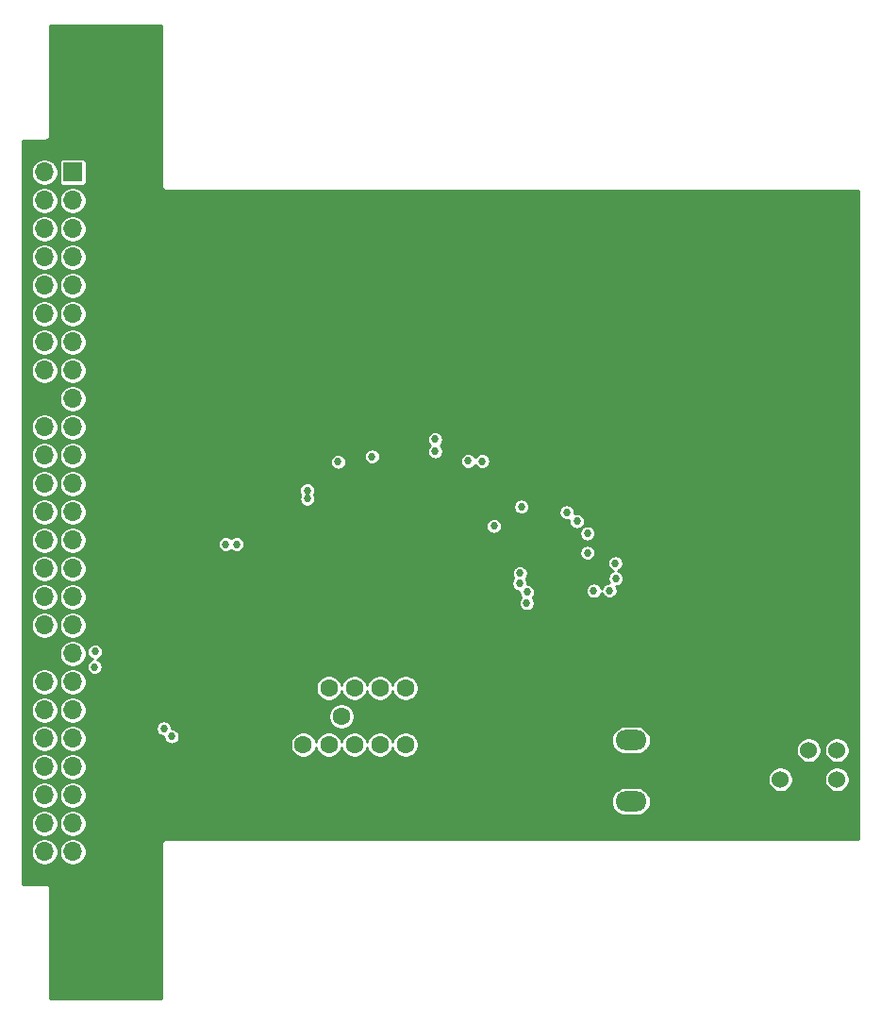
<source format=gbr>
%TF.GenerationSoftware,KiCad,Pcbnew,5.1.9+dfsg1-1*%
%TF.CreationDate,2021-08-04T00:34:55+03:00*%
%TF.ProjectId,extra_av_out,65787472-615f-4617-965f-6f75742e6b69,rev?*%
%TF.SameCoordinates,Original*%
%TF.FileFunction,Copper,L2,Inr*%
%TF.FilePolarity,Positive*%
%FSLAX46Y46*%
G04 Gerber Fmt 4.6, Leading zero omitted, Abs format (unit mm)*
G04 Created by KiCad (PCBNEW 5.1.9+dfsg1-1) date 2021-08-04 00:34:55*
%MOMM*%
%LPD*%
G01*
G04 APERTURE LIST*
%TA.AperFunction,ComponentPad*%
%ADD10O,2.800000X1.800000*%
%TD*%
%TA.AperFunction,ComponentPad*%
%ADD11C,2.540000*%
%TD*%
%TA.AperFunction,ComponentPad*%
%ADD12C,1.600000*%
%TD*%
%TA.AperFunction,ComponentPad*%
%ADD13C,4.500000*%
%TD*%
%TA.AperFunction,ComponentPad*%
%ADD14C,1.524000*%
%TD*%
%TA.AperFunction,ComponentPad*%
%ADD15R,1.700000X1.700000*%
%TD*%
%TA.AperFunction,ComponentPad*%
%ADD16O,1.700000X1.700000*%
%TD*%
%TA.AperFunction,ViaPad*%
%ADD17C,0.686000*%
%TD*%
%TA.AperFunction,Conductor*%
%ADD18C,0.254000*%
%TD*%
%TA.AperFunction,Conductor*%
%ADD19C,0.100000*%
%TD*%
G04 APERTURE END LIST*
D10*
%TO.N,GND*%
%TO.C,J2*%
X101020000Y-86100000D03*
%TO.N,Net-(C11-Pad2)*%
X99020000Y-83700000D03*
%TO.N,Net-(C13-Pad1)*%
X99020000Y-78200000D03*
%TD*%
D11*
%TO.N,GND*%
%TO.C,ST2*%
X53190000Y-94720000D03*
X53190000Y-100160000D03*
X48110000Y-94720000D03*
X48110000Y-100160000D03*
%TD*%
%TO.N,GND*%
%TO.C,ST1*%
X53190000Y-15300000D03*
X53190000Y-20740000D03*
X48110000Y-15300000D03*
X48110000Y-20740000D03*
%TD*%
D12*
%TO.N,GND*%
%TO.C,J4*%
X75330000Y-76060000D03*
%TO.N,/DVDD5*%
X73040000Y-76060000D03*
%TO.N,GND*%
X70750000Y-76060000D03*
%TO.N,Net-(J4-Pad1)*%
X78770000Y-73520000D03*
%TO.N,Net-(J4-Pad2)*%
X76480000Y-73520000D03*
%TO.N,Net-(J4-Pad3)*%
X74190000Y-73520000D03*
%TO.N,Net-(J4-Pad4)*%
X71900000Y-73520000D03*
%TO.N,GND*%
X69610000Y-73520000D03*
X79910000Y-76060000D03*
X77620000Y-76060000D03*
%TO.N,Net-(J4-Pad11)*%
X78770000Y-78600000D03*
%TO.N,Net-(J4-Pad12)*%
X76480000Y-78600000D03*
%TO.N,/VGA_HS_TTL*%
X74190000Y-78600000D03*
%TO.N,/VGA_VS_TTL*%
X71900000Y-78600000D03*
%TO.N,Net-(J4-Pad15)*%
X69610000Y-78600000D03*
D13*
%TO.N,GND*%
X86950000Y-76060000D03*
X61950000Y-76060000D03*
%TD*%
D14*
%TO.N,/SPDIF*%
%TO.C,J3*%
X117520000Y-79100000D03*
%TO.N,/DVDD3v3*%
X114980000Y-79100000D03*
%TO.N,GND*%
X112440000Y-79100000D03*
%TO.N,N/C*%
X112440000Y-81725000D03*
X117520000Y-81725000D03*
%TD*%
D15*
%TO.N,Net-(J1-Pad1)*%
%TO.C,J1*%
X48925790Y-27248710D03*
D16*
%TO.N,Net-(J1-Pad2)*%
X46385790Y-27248710D03*
%TO.N,Net-(J1-Pad3)*%
X48925790Y-29788710D03*
%TO.N,Net-(J1-Pad4)*%
X46385790Y-29788710D03*
%TO.N,Net-(J1-Pad5)*%
X48925790Y-32328710D03*
%TO.N,Net-(J1-Pad6)*%
X46385790Y-32328710D03*
%TO.N,/VGA_PSAVE*%
X48925790Y-34868710D03*
%TO.N,/AUDIO_MUTE_N*%
X46385790Y-34868710D03*
%TO.N,/VGA_R1*%
X48925790Y-37408710D03*
%TO.N,/VGA_R0*%
X46385790Y-37408710D03*
%TO.N,/VGA_R3*%
X48925790Y-39948710D03*
%TO.N,/VGA_R2*%
X46385790Y-39948710D03*
%TO.N,/VGA_R5*%
X48925790Y-42488710D03*
%TO.N,/VGA_R4*%
X46385790Y-42488710D03*
%TO.N,/VGA_R7*%
X48925790Y-45028710D03*
%TO.N,/VGA_R6*%
X46385790Y-45028710D03*
%TO.N,/DVDD5*%
X48925790Y-47568710D03*
%TO.N,GND*%
X46385790Y-47568710D03*
%TO.N,/VGA_G1*%
X48925790Y-50108710D03*
%TO.N,/VGA_G0*%
X46385790Y-50108710D03*
%TO.N,/VGA_G3*%
X48925790Y-52648710D03*
%TO.N,/VGA_G2*%
X46385790Y-52648710D03*
%TO.N,/VGA_G5*%
X48925790Y-55188710D03*
%TO.N,/VGA_G4*%
X46385790Y-55188710D03*
%TO.N,/VGA_G7*%
X48925790Y-57728710D03*
%TO.N,/VGA_G6*%
X46385790Y-57728710D03*
%TO.N,/VGA_SOG*%
X48925790Y-60268710D03*
%TO.N,/VGA_BL_N*%
X46385790Y-60268710D03*
%TO.N,/VGA_B1*%
X48925790Y-62808710D03*
%TO.N,/VGA_B0*%
X46385790Y-62808710D03*
%TO.N,/VGA_B3*%
X48925790Y-65348710D03*
%TO.N,/VGA_B2*%
X46385790Y-65348710D03*
%TO.N,/VGA_B5*%
X48925790Y-67888710D03*
%TO.N,/VGA_B4*%
X46385790Y-67888710D03*
%TO.N,/DVDD3v3*%
X48925790Y-70428710D03*
%TO.N,GND*%
X46385790Y-70428710D03*
%TO.N,/VGA_B7*%
X48925790Y-72968710D03*
%TO.N,/VGA_B6*%
X46385790Y-72968710D03*
%TO.N,Net-(J1-Pad39)*%
X48925790Y-75508710D03*
%TO.N,/VGA_CLK*%
X46385790Y-75508710D03*
%TO.N,Net-(J1-Pad41)*%
X48925790Y-78048710D03*
%TO.N,/VGA_HS*%
X46385790Y-78048710D03*
%TO.N,/VGA_VS*%
X48925790Y-80588710D03*
%TO.N,Net-(J1-Pad44)*%
X46385790Y-80588710D03*
%TO.N,/I2S_BCK*%
X48925790Y-83128710D03*
%TO.N,/I2S_WS*%
X46385790Y-83128710D03*
%TO.N,/I2S_DATA*%
X48925790Y-85668710D03*
%TO.N,/SPDIF*%
X46385790Y-85668710D03*
%TO.N,/SDA*%
X48925790Y-88208710D03*
%TO.N,/SCL*%
X46385790Y-88208710D03*
%TD*%
D17*
%TO.N,GND*%
X55080000Y-76200000D03*
X55110000Y-77400000D03*
X65410000Y-58470000D03*
X66640000Y-58480000D03*
X70750000Y-59420000D03*
X71870000Y-59420000D03*
X73320000Y-56330000D03*
X74750000Y-58410000D03*
X74790000Y-54950000D03*
X76940000Y-58170000D03*
X77380000Y-52870000D03*
X78600000Y-55150000D03*
X72960000Y-48910000D03*
X71590000Y-48920000D03*
X67330000Y-53150000D03*
X68480000Y-53110000D03*
X64850000Y-53620000D03*
X64810000Y-54980000D03*
X92100000Y-63150000D03*
X92100000Y-61920000D03*
X95020000Y-63150000D03*
X98400000Y-59000000D03*
X98440000Y-57970000D03*
X85830000Y-64340000D03*
X85970000Y-61110000D03*
X45380409Y-25464428D03*
X48038409Y-17490428D03*
X48038409Y-22806428D03*
X48038409Y-91914428D03*
X48038409Y-97230428D03*
X49810409Y-24578428D03*
X50696409Y-16604428D03*
X50696409Y-21920428D03*
X50696409Y-29894428D03*
X50696409Y-89256428D03*
X50696409Y-92800428D03*
X50696409Y-96344428D03*
X51582409Y-19262428D03*
X51582409Y-26350428D03*
X51582409Y-32552428D03*
X51582409Y-85712428D03*
X51582409Y-99002428D03*
X52468409Y-23692428D03*
X53354409Y-17490428D03*
X53354409Y-28122428D03*
X53354409Y-34324428D03*
X53354409Y-83940428D03*
X53354409Y-91914428D03*
X53354409Y-97230428D03*
X54240409Y-25464428D03*
X54240409Y-30780428D03*
X55126409Y-22806428D03*
X55126409Y-36096428D03*
X55126409Y-58246428D03*
X55126409Y-73308428D03*
X55126409Y-79510428D03*
X55126409Y-90142428D03*
X56012409Y-14832428D03*
X56012409Y-18376428D03*
X56012409Y-27236428D03*
X56012409Y-32552428D03*
X56012409Y-52930428D03*
X56012409Y-82168428D03*
X56012409Y-92800428D03*
X56012409Y-96344428D03*
X56012409Y-99888428D03*
X56898409Y-29894428D03*
X56898409Y-37868428D03*
X57784409Y-34324428D03*
X57784409Y-74194428D03*
X57784409Y-85712428D03*
X58670409Y-31666428D03*
X58670409Y-39640428D03*
X58670409Y-58246428D03*
X58670409Y-81282428D03*
X59556409Y-36096428D03*
X59556409Y-52930428D03*
X60442409Y-29894428D03*
X60442409Y-33438428D03*
X60442409Y-41412428D03*
X60442409Y-73308428D03*
X61328409Y-37868428D03*
X61328409Y-82168428D03*
X61328409Y-85712428D03*
X62214409Y-31666428D03*
X62214409Y-35210428D03*
X62214409Y-43184428D03*
X63100409Y-39640428D03*
X63100409Y-71536428D03*
X63986409Y-29894428D03*
X63986409Y-33438428D03*
X63986409Y-36982428D03*
X63986409Y-81282428D03*
X64872409Y-41412428D03*
X64872409Y-56474428D03*
X64872409Y-69764428D03*
X64872409Y-73308428D03*
X64872409Y-76852428D03*
X64872409Y-85712428D03*
X65758409Y-31666428D03*
X65758409Y-35210428D03*
X65758409Y-38754428D03*
X65758409Y-44070428D03*
X66644409Y-54702428D03*
X66644409Y-67992428D03*
X66644409Y-71536428D03*
X66644409Y-75080428D03*
X66644409Y-82168428D03*
X67530409Y-29894428D03*
X67530409Y-33438428D03*
X67530409Y-36982428D03*
X67530409Y-40526428D03*
X68416409Y-43184428D03*
X68416409Y-66220428D03*
X68416409Y-69764428D03*
X68416409Y-85712428D03*
X69302409Y-31666428D03*
X69302409Y-35210428D03*
X69302409Y-38754428D03*
X69302409Y-75966428D03*
X69302409Y-81282428D03*
X70188409Y-41412428D03*
X70188409Y-64448428D03*
X70188409Y-67992428D03*
X70188409Y-71536428D03*
X71074409Y-29894428D03*
X71074409Y-33438428D03*
X71074409Y-36982428D03*
X71074409Y-44070428D03*
X71074409Y-60904428D03*
X71960409Y-39640428D03*
X71960409Y-66220428D03*
X71960409Y-69764428D03*
X71960409Y-80396428D03*
X71960409Y-85712428D03*
X72846409Y-31666428D03*
X72846409Y-35210428D03*
X72846409Y-42298428D03*
X72846409Y-62676428D03*
X73732409Y-37868428D03*
X73732409Y-82168428D03*
X74618409Y-29894428D03*
X74618409Y-33438428D03*
X74618409Y-40526428D03*
X74618409Y-44070428D03*
X74618409Y-64448428D03*
X74618409Y-67992428D03*
X74618409Y-71536428D03*
X75504409Y-36096428D03*
X75504409Y-80396428D03*
X75504409Y-85712428D03*
X76390409Y-31666428D03*
X76390409Y-38754428D03*
X76390409Y-42298428D03*
X77276409Y-34324428D03*
X77276409Y-82168428D03*
X78162409Y-29894428D03*
X78162409Y-36982428D03*
X78162409Y-40526428D03*
X78162409Y-44070428D03*
X79048409Y-32552428D03*
X79048409Y-52930428D03*
X79048409Y-56474428D03*
X79048409Y-60018428D03*
X79048409Y-63562428D03*
X79048409Y-67106428D03*
X79048409Y-70650428D03*
X79048409Y-80396428D03*
X79048409Y-85712428D03*
X79934409Y-35210428D03*
X79934409Y-38754428D03*
X79934409Y-42298428D03*
X80820409Y-30780428D03*
X80820409Y-54702428D03*
X80820409Y-58246428D03*
X80820409Y-61790428D03*
X80820409Y-65334428D03*
X80820409Y-68878428D03*
X80820409Y-72422428D03*
X80820409Y-77738428D03*
X80820409Y-82168428D03*
X81706409Y-33438428D03*
X81706409Y-36982428D03*
X81706409Y-40526428D03*
X81706409Y-44070428D03*
X81706409Y-75080428D03*
X82592409Y-63562428D03*
X82592409Y-67106428D03*
X82592409Y-70650428D03*
X82592409Y-79510428D03*
X82592409Y-85712428D03*
X83478409Y-29894428D03*
X83478409Y-35210428D03*
X83478409Y-38754428D03*
X83478409Y-42298428D03*
X83478409Y-73308428D03*
X83478409Y-76852428D03*
X84364409Y-32552428D03*
X84364409Y-44956428D03*
X84364409Y-56474428D03*
X84364409Y-65334428D03*
X84364409Y-68878428D03*
X84364409Y-81282428D03*
X85250409Y-36982428D03*
X85250409Y-40526428D03*
X85250409Y-47614428D03*
X85250409Y-59132428D03*
X85250409Y-71536428D03*
X85250409Y-78624428D03*
X86136409Y-30780428D03*
X86136409Y-34324428D03*
X86136409Y-43184428D03*
X86136409Y-67106428D03*
X87022409Y-38754428D03*
X87022409Y-45842428D03*
X87022409Y-49386428D03*
X87022409Y-69764428D03*
X87908409Y-32552428D03*
X87908409Y-36096428D03*
X87908409Y-41412428D03*
X87908409Y-52044428D03*
X87908409Y-55588428D03*
X87908409Y-72422428D03*
X88794409Y-29894428D03*
X88794409Y-44070428D03*
X88794409Y-47614428D03*
X88794409Y-67992428D03*
X88794409Y-85712428D03*
X89680409Y-34324428D03*
X89680409Y-37868428D03*
X89680409Y-50272428D03*
X89680409Y-53816428D03*
X90566409Y-31666428D03*
X90566409Y-40526428D03*
X90566409Y-45842428D03*
X90566409Y-83940428D03*
X91452409Y-36096428D03*
X91452409Y-43184428D03*
X91452409Y-48500428D03*
X91452409Y-52044428D03*
X92338409Y-29894428D03*
X92338409Y-33438428D03*
X92338409Y-38754428D03*
X92338409Y-54702428D03*
X92338409Y-73308428D03*
X92338409Y-76852428D03*
X92338409Y-82168428D03*
X92338409Y-85712428D03*
X93224409Y-41412428D03*
X93224409Y-44956428D03*
X93224409Y-50272428D03*
X94110409Y-31666428D03*
X94110409Y-35210428D03*
X94110409Y-47614428D03*
X94110409Y-52930428D03*
X94110409Y-71536428D03*
X94110409Y-80396428D03*
X94110409Y-83940428D03*
X94996409Y-37868428D03*
X94996409Y-43184428D03*
X94996409Y-55588428D03*
X94996409Y-68878428D03*
X94996409Y-77738428D03*
X95882409Y-29894428D03*
X95882409Y-33438428D03*
X95882409Y-40526428D03*
X95882409Y-45842428D03*
X95882409Y-49386428D03*
X95882409Y-85712428D03*
X96768409Y-36096428D03*
X96768409Y-52044428D03*
X96768409Y-72422428D03*
X97654409Y-31666428D03*
X97654409Y-38754428D03*
X97654409Y-42298428D03*
X97654409Y-47614428D03*
X97654409Y-54702428D03*
X97654409Y-80396428D03*
X98540409Y-34324428D03*
X98540409Y-44956428D03*
X98540409Y-50272428D03*
X98540409Y-75966428D03*
X99426409Y-29894428D03*
X99426409Y-36982428D03*
X99426409Y-40526428D03*
X99426409Y-52930428D03*
X99426409Y-56474428D03*
X100312409Y-32552428D03*
X100312409Y-43184428D03*
X100312409Y-46728428D03*
X100312409Y-59132428D03*
X100312409Y-81282428D03*
X101198409Y-35210428D03*
X101198409Y-38754428D03*
X101198409Y-49386428D03*
X101198409Y-54702428D03*
X101198409Y-76852428D03*
X102084409Y-30780428D03*
X102084409Y-41412428D03*
X102084409Y-44956428D03*
X102084409Y-52044428D03*
X102084409Y-57360428D03*
X102084409Y-60904428D03*
X102084409Y-64448428D03*
X102084409Y-67992428D03*
X102084409Y-72422428D03*
X102084409Y-79510428D03*
X102084409Y-83054428D03*
X102970409Y-33438428D03*
X102970409Y-36982428D03*
X102970409Y-47614428D03*
X102970409Y-75080428D03*
X103856409Y-39640428D03*
X103856409Y-43184428D03*
X103856409Y-50272428D03*
X103856409Y-53816428D03*
X103856409Y-59132428D03*
X103856409Y-62676428D03*
X103856409Y-66220428D03*
X103856409Y-69764428D03*
X103856409Y-77738428D03*
X103856409Y-81282428D03*
X103856409Y-84826428D03*
X104742409Y-29894428D03*
X104742409Y-35210428D03*
X104742409Y-45842428D03*
X104742409Y-56474428D03*
X105628409Y-32552428D03*
X105628409Y-37868428D03*
X105628409Y-41412428D03*
X105628409Y-48500428D03*
X105628409Y-52044428D03*
X105628409Y-60904428D03*
X105628409Y-64448428D03*
X105628409Y-67992428D03*
X105628409Y-71536428D03*
X105628409Y-75966428D03*
X105628409Y-79510428D03*
X105628409Y-83054428D03*
X106514409Y-44070428D03*
X106514409Y-54702428D03*
X106514409Y-58246428D03*
X106514409Y-85712428D03*
X107400409Y-30780428D03*
X107400409Y-34324428D03*
X107400409Y-39640428D03*
X107400409Y-46728428D03*
X107400409Y-50272428D03*
X107400409Y-62676428D03*
X107400409Y-66220428D03*
X107400409Y-69764428D03*
X107400409Y-74194428D03*
X107400409Y-77738428D03*
X107400409Y-81282428D03*
X108286409Y-36982428D03*
X108286409Y-42298428D03*
X108286409Y-52930428D03*
X108286409Y-56474428D03*
X108286409Y-60018428D03*
X108286409Y-83940428D03*
X109172409Y-32552428D03*
X109172409Y-44956428D03*
X109172409Y-48500428D03*
X109172409Y-64448428D03*
X109172409Y-67992428D03*
X109172409Y-71536428D03*
X109172409Y-75966428D03*
X109172409Y-79510428D03*
X110058409Y-29894428D03*
X110058409Y-35210428D03*
X110058409Y-38754428D03*
X110058409Y-51158428D03*
X110058409Y-54702428D03*
X110058409Y-58246428D03*
X110058409Y-61790428D03*
X110058409Y-82168428D03*
X110058409Y-85712428D03*
X110944409Y-41412428D03*
X110944409Y-46728428D03*
X110944409Y-66220428D03*
X110944409Y-69764428D03*
X110944409Y-74194428D03*
X110944409Y-77738428D03*
X111830409Y-31666428D03*
X111830409Y-36982428D03*
X111830409Y-44070428D03*
X111830409Y-49386428D03*
X111830409Y-52930428D03*
X111830409Y-56474428D03*
X111830409Y-60018428D03*
X111830409Y-63562428D03*
X111830409Y-83940428D03*
X112716409Y-34324428D03*
X112716409Y-39640428D03*
X112716409Y-67992428D03*
X112716409Y-71536428D03*
X113602409Y-29894428D03*
X113602409Y-42298428D03*
X113602409Y-45842428D03*
X113602409Y-51158428D03*
X113602409Y-54702428D03*
X113602409Y-58246428D03*
X113602409Y-61790428D03*
X113602409Y-65334428D03*
X113602409Y-75080428D03*
X113602409Y-85712428D03*
X114488409Y-32552428D03*
X114488409Y-36096428D03*
X114488409Y-48500428D03*
X114488409Y-69764428D03*
X114488409Y-81282428D03*
X115374409Y-38754428D03*
X115374409Y-44070428D03*
X115374409Y-52930428D03*
X115374409Y-56474428D03*
X115374409Y-60018428D03*
X115374409Y-63562428D03*
X115374409Y-67106428D03*
X115374409Y-72422428D03*
X115374409Y-83940428D03*
X116260409Y-30780428D03*
X116260409Y-34324428D03*
X116260409Y-41412428D03*
X116260409Y-46728428D03*
X116260409Y-50272428D03*
X116260409Y-76852428D03*
X117146409Y-36982428D03*
X117146409Y-54702428D03*
X117146409Y-58246428D03*
X117146409Y-61790428D03*
X117146409Y-65334428D03*
X117146409Y-68878428D03*
X117146409Y-74194428D03*
X117146409Y-85712428D03*
X118032409Y-32552428D03*
X118032409Y-39640428D03*
X118032409Y-43184428D03*
X118032409Y-48500428D03*
X118032409Y-52044428D03*
X118032409Y-71536428D03*
%TO.N,/DVDD3v3*%
X50910000Y-70260000D03*
X50880000Y-71630000D03*
X63610000Y-60620000D03*
X62650000Y-60620000D03*
X69970000Y-56540000D03*
X69960000Y-55790000D03*
X75790000Y-52760000D03*
X81450000Y-51200000D03*
X81440000Y-52280000D03*
X89710000Y-64920000D03*
X89650000Y-65900000D03*
X95120000Y-59640000D03*
X95680000Y-64800000D03*
X97090000Y-64780000D03*
X89190000Y-57260000D03*
%TO.N,Net-(C7-Pad1)*%
X95130000Y-61400000D03*
%TO.N,Net-(C9-Pad2)*%
X97610000Y-62320000D03*
%TO.N,Net-(C9-Pad1)*%
X97670000Y-63700000D03*
%TO.N,Net-(C10-Pad1)*%
X89050000Y-63220000D03*
X89020000Y-64130000D03*
%TO.N,Net-(C16-Pad2)*%
X72736508Y-53212669D03*
%TO.N,/DVDD5*%
X57110000Y-77160000D03*
X57800000Y-77860000D03*
%TO.N,/SCL*%
X93260000Y-57760000D03*
%TO.N,/SDA*%
X94180000Y-58550000D03*
%TO.N,/I2S_DATA*%
X84420000Y-53150000D03*
%TO.N,/I2S_WS*%
X86730000Y-58970000D03*
%TO.N,/I2S_BCK*%
X85670000Y-53170000D03*
%TD*%
D18*
%TO.N,GND*%
X56838000Y-28460253D02*
X56836055Y-28480000D01*
X56843817Y-28558806D01*
X56866803Y-28634583D01*
X56904132Y-28704420D01*
X56954368Y-28765632D01*
X57015580Y-28815868D01*
X57085417Y-28853197D01*
X57161194Y-28876183D01*
X57240000Y-28883945D01*
X57259747Y-28882000D01*
X119438001Y-28882000D01*
X119438000Y-87098000D01*
X57259747Y-87098000D01*
X57240000Y-87096055D01*
X57220253Y-87098000D01*
X57161194Y-87103817D01*
X57085417Y-87126803D01*
X57015580Y-87164132D01*
X56954368Y-87214368D01*
X56904132Y-87275580D01*
X56866803Y-87345417D01*
X56843817Y-87421194D01*
X56836055Y-87500000D01*
X56838001Y-87519757D01*
X56838000Y-101348000D01*
X46902000Y-101348000D01*
X46902000Y-91519747D01*
X46903945Y-91500000D01*
X46896183Y-91421194D01*
X46873197Y-91345417D01*
X46835868Y-91275580D01*
X46785632Y-91214368D01*
X46724420Y-91164132D01*
X46654583Y-91126803D01*
X46578806Y-91103817D01*
X46519747Y-91098000D01*
X46500000Y-91096055D01*
X46480253Y-91098000D01*
X44402000Y-91098000D01*
X44402000Y-88087861D01*
X45158790Y-88087861D01*
X45158790Y-88329559D01*
X45205943Y-88566613D01*
X45298437Y-88789912D01*
X45432717Y-88990877D01*
X45603623Y-89161783D01*
X45804588Y-89296063D01*
X46027887Y-89388557D01*
X46264941Y-89435710D01*
X46506639Y-89435710D01*
X46743693Y-89388557D01*
X46966992Y-89296063D01*
X47167957Y-89161783D01*
X47338863Y-88990877D01*
X47473143Y-88789912D01*
X47565637Y-88566613D01*
X47612790Y-88329559D01*
X47612790Y-88087861D01*
X47698790Y-88087861D01*
X47698790Y-88329559D01*
X47745943Y-88566613D01*
X47838437Y-88789912D01*
X47972717Y-88990877D01*
X48143623Y-89161783D01*
X48344588Y-89296063D01*
X48567887Y-89388557D01*
X48804941Y-89435710D01*
X49046639Y-89435710D01*
X49283693Y-89388557D01*
X49506992Y-89296063D01*
X49707957Y-89161783D01*
X49878863Y-88990877D01*
X50013143Y-88789912D01*
X50105637Y-88566613D01*
X50152790Y-88329559D01*
X50152790Y-88087861D01*
X50105637Y-87850807D01*
X50013143Y-87627508D01*
X49878863Y-87426543D01*
X49707957Y-87255637D01*
X49506992Y-87121357D01*
X49283693Y-87028863D01*
X49046639Y-86981710D01*
X48804941Y-86981710D01*
X48567887Y-87028863D01*
X48344588Y-87121357D01*
X48143623Y-87255637D01*
X47972717Y-87426543D01*
X47838437Y-87627508D01*
X47745943Y-87850807D01*
X47698790Y-88087861D01*
X47612790Y-88087861D01*
X47565637Y-87850807D01*
X47473143Y-87627508D01*
X47338863Y-87426543D01*
X47167957Y-87255637D01*
X46966992Y-87121357D01*
X46743693Y-87028863D01*
X46506639Y-86981710D01*
X46264941Y-86981710D01*
X46027887Y-87028863D01*
X45804588Y-87121357D01*
X45603623Y-87255637D01*
X45432717Y-87426543D01*
X45298437Y-87627508D01*
X45205943Y-87850807D01*
X45158790Y-88087861D01*
X44402000Y-88087861D01*
X44402000Y-85547861D01*
X45158790Y-85547861D01*
X45158790Y-85789559D01*
X45205943Y-86026613D01*
X45298437Y-86249912D01*
X45432717Y-86450877D01*
X45603623Y-86621783D01*
X45804588Y-86756063D01*
X46027887Y-86848557D01*
X46264941Y-86895710D01*
X46506639Y-86895710D01*
X46743693Y-86848557D01*
X46966992Y-86756063D01*
X47167957Y-86621783D01*
X47338863Y-86450877D01*
X47473143Y-86249912D01*
X47565637Y-86026613D01*
X47612790Y-85789559D01*
X47612790Y-85547861D01*
X47698790Y-85547861D01*
X47698790Y-85789559D01*
X47745943Y-86026613D01*
X47838437Y-86249912D01*
X47972717Y-86450877D01*
X48143623Y-86621783D01*
X48344588Y-86756063D01*
X48567887Y-86848557D01*
X48804941Y-86895710D01*
X49046639Y-86895710D01*
X49283693Y-86848557D01*
X49506992Y-86756063D01*
X49707957Y-86621783D01*
X49878863Y-86450877D01*
X50013143Y-86249912D01*
X50105637Y-86026613D01*
X50152790Y-85789559D01*
X50152790Y-85547861D01*
X50105637Y-85310807D01*
X50013143Y-85087508D01*
X49878863Y-84886543D01*
X49707957Y-84715637D01*
X49506992Y-84581357D01*
X49283693Y-84488863D01*
X49046639Y-84441710D01*
X48804941Y-84441710D01*
X48567887Y-84488863D01*
X48344588Y-84581357D01*
X48143623Y-84715637D01*
X47972717Y-84886543D01*
X47838437Y-85087508D01*
X47745943Y-85310807D01*
X47698790Y-85547861D01*
X47612790Y-85547861D01*
X47565637Y-85310807D01*
X47473143Y-85087508D01*
X47338863Y-84886543D01*
X47167957Y-84715637D01*
X46966992Y-84581357D01*
X46743693Y-84488863D01*
X46506639Y-84441710D01*
X46264941Y-84441710D01*
X46027887Y-84488863D01*
X45804588Y-84581357D01*
X45603623Y-84715637D01*
X45432717Y-84886543D01*
X45298437Y-85087508D01*
X45205943Y-85310807D01*
X45158790Y-85547861D01*
X44402000Y-85547861D01*
X44402000Y-83007861D01*
X45158790Y-83007861D01*
X45158790Y-83249559D01*
X45205943Y-83486613D01*
X45298437Y-83709912D01*
X45432717Y-83910877D01*
X45603623Y-84081783D01*
X45804588Y-84216063D01*
X46027887Y-84308557D01*
X46264941Y-84355710D01*
X46506639Y-84355710D01*
X46743693Y-84308557D01*
X46966992Y-84216063D01*
X47167957Y-84081783D01*
X47338863Y-83910877D01*
X47473143Y-83709912D01*
X47565637Y-83486613D01*
X47612790Y-83249559D01*
X47612790Y-83007861D01*
X47698790Y-83007861D01*
X47698790Y-83249559D01*
X47745943Y-83486613D01*
X47838437Y-83709912D01*
X47972717Y-83910877D01*
X48143623Y-84081783D01*
X48344588Y-84216063D01*
X48567887Y-84308557D01*
X48804941Y-84355710D01*
X49046639Y-84355710D01*
X49283693Y-84308557D01*
X49506992Y-84216063D01*
X49707957Y-84081783D01*
X49878863Y-83910877D01*
X50013143Y-83709912D01*
X50017248Y-83700000D01*
X97236822Y-83700000D01*
X97261478Y-83950336D01*
X97334498Y-84191051D01*
X97453076Y-84412896D01*
X97612656Y-84607344D01*
X97807104Y-84766924D01*
X98028949Y-84885502D01*
X98269664Y-84958522D01*
X98457274Y-84977000D01*
X99582726Y-84977000D01*
X99770336Y-84958522D01*
X100011051Y-84885502D01*
X100232896Y-84766924D01*
X100427344Y-84607344D01*
X100586924Y-84412896D01*
X100705502Y-84191051D01*
X100778522Y-83950336D01*
X100803178Y-83700000D01*
X100778522Y-83449664D01*
X100705502Y-83208949D01*
X100586924Y-82987104D01*
X100427344Y-82792656D01*
X100232896Y-82633076D01*
X100011051Y-82514498D01*
X99770336Y-82441478D01*
X99582726Y-82423000D01*
X98457274Y-82423000D01*
X98269664Y-82441478D01*
X98028949Y-82514498D01*
X97807104Y-82633076D01*
X97612656Y-82792656D01*
X97453076Y-82987104D01*
X97334498Y-83208949D01*
X97261478Y-83449664D01*
X97236822Y-83700000D01*
X50017248Y-83700000D01*
X50105637Y-83486613D01*
X50152790Y-83249559D01*
X50152790Y-83007861D01*
X50105637Y-82770807D01*
X50013143Y-82547508D01*
X49878863Y-82346543D01*
X49707957Y-82175637D01*
X49506992Y-82041357D01*
X49283693Y-81948863D01*
X49046639Y-81901710D01*
X48804941Y-81901710D01*
X48567887Y-81948863D01*
X48344588Y-82041357D01*
X48143623Y-82175637D01*
X47972717Y-82346543D01*
X47838437Y-82547508D01*
X47745943Y-82770807D01*
X47698790Y-83007861D01*
X47612790Y-83007861D01*
X47565637Y-82770807D01*
X47473143Y-82547508D01*
X47338863Y-82346543D01*
X47167957Y-82175637D01*
X46966992Y-82041357D01*
X46743693Y-81948863D01*
X46506639Y-81901710D01*
X46264941Y-81901710D01*
X46027887Y-81948863D01*
X45804588Y-82041357D01*
X45603623Y-82175637D01*
X45432717Y-82346543D01*
X45298437Y-82547508D01*
X45205943Y-82770807D01*
X45158790Y-83007861D01*
X44402000Y-83007861D01*
X44402000Y-80467861D01*
X45158790Y-80467861D01*
X45158790Y-80709559D01*
X45205943Y-80946613D01*
X45298437Y-81169912D01*
X45432717Y-81370877D01*
X45603623Y-81541783D01*
X45804588Y-81676063D01*
X46027887Y-81768557D01*
X46264941Y-81815710D01*
X46506639Y-81815710D01*
X46743693Y-81768557D01*
X46966992Y-81676063D01*
X47167957Y-81541783D01*
X47338863Y-81370877D01*
X47473143Y-81169912D01*
X47565637Y-80946613D01*
X47612790Y-80709559D01*
X47612790Y-80467861D01*
X47698790Y-80467861D01*
X47698790Y-80709559D01*
X47745943Y-80946613D01*
X47838437Y-81169912D01*
X47972717Y-81370877D01*
X48143623Y-81541783D01*
X48344588Y-81676063D01*
X48567887Y-81768557D01*
X48804941Y-81815710D01*
X49046639Y-81815710D01*
X49283693Y-81768557D01*
X49506992Y-81676063D01*
X49601645Y-81612818D01*
X111301000Y-81612818D01*
X111301000Y-81837182D01*
X111344771Y-82057234D01*
X111430631Y-82264519D01*
X111555281Y-82451070D01*
X111713930Y-82609719D01*
X111900481Y-82734369D01*
X112107766Y-82820229D01*
X112327818Y-82864000D01*
X112552182Y-82864000D01*
X112772234Y-82820229D01*
X112979519Y-82734369D01*
X113166070Y-82609719D01*
X113324719Y-82451070D01*
X113449369Y-82264519D01*
X113535229Y-82057234D01*
X113579000Y-81837182D01*
X113579000Y-81612818D01*
X116381000Y-81612818D01*
X116381000Y-81837182D01*
X116424771Y-82057234D01*
X116510631Y-82264519D01*
X116635281Y-82451070D01*
X116793930Y-82609719D01*
X116980481Y-82734369D01*
X117187766Y-82820229D01*
X117407818Y-82864000D01*
X117632182Y-82864000D01*
X117852234Y-82820229D01*
X118059519Y-82734369D01*
X118246070Y-82609719D01*
X118404719Y-82451070D01*
X118529369Y-82264519D01*
X118615229Y-82057234D01*
X118659000Y-81837182D01*
X118659000Y-81612818D01*
X118615229Y-81392766D01*
X118529369Y-81185481D01*
X118404719Y-80998930D01*
X118246070Y-80840281D01*
X118059519Y-80715631D01*
X117852234Y-80629771D01*
X117632182Y-80586000D01*
X117407818Y-80586000D01*
X117187766Y-80629771D01*
X116980481Y-80715631D01*
X116793930Y-80840281D01*
X116635281Y-80998930D01*
X116510631Y-81185481D01*
X116424771Y-81392766D01*
X116381000Y-81612818D01*
X113579000Y-81612818D01*
X113535229Y-81392766D01*
X113449369Y-81185481D01*
X113324719Y-80998930D01*
X113166070Y-80840281D01*
X112979519Y-80715631D01*
X112772234Y-80629771D01*
X112552182Y-80586000D01*
X112327818Y-80586000D01*
X112107766Y-80629771D01*
X111900481Y-80715631D01*
X111713930Y-80840281D01*
X111555281Y-80998930D01*
X111430631Y-81185481D01*
X111344771Y-81392766D01*
X111301000Y-81612818D01*
X49601645Y-81612818D01*
X49707957Y-81541783D01*
X49878863Y-81370877D01*
X50013143Y-81169912D01*
X50105637Y-80946613D01*
X50152790Y-80709559D01*
X50152790Y-80467861D01*
X50105637Y-80230807D01*
X50013143Y-80007508D01*
X49878863Y-79806543D01*
X49707957Y-79635637D01*
X49506992Y-79501357D01*
X49283693Y-79408863D01*
X49046639Y-79361710D01*
X48804941Y-79361710D01*
X48567887Y-79408863D01*
X48344588Y-79501357D01*
X48143623Y-79635637D01*
X47972717Y-79806543D01*
X47838437Y-80007508D01*
X47745943Y-80230807D01*
X47698790Y-80467861D01*
X47612790Y-80467861D01*
X47565637Y-80230807D01*
X47473143Y-80007508D01*
X47338863Y-79806543D01*
X47167957Y-79635637D01*
X46966992Y-79501357D01*
X46743693Y-79408863D01*
X46506639Y-79361710D01*
X46264941Y-79361710D01*
X46027887Y-79408863D01*
X45804588Y-79501357D01*
X45603623Y-79635637D01*
X45432717Y-79806543D01*
X45298437Y-80007508D01*
X45205943Y-80230807D01*
X45158790Y-80467861D01*
X44402000Y-80467861D01*
X44402000Y-77927861D01*
X45158790Y-77927861D01*
X45158790Y-78169559D01*
X45205943Y-78406613D01*
X45298437Y-78629912D01*
X45432717Y-78830877D01*
X45603623Y-79001783D01*
X45804588Y-79136063D01*
X46027887Y-79228557D01*
X46264941Y-79275710D01*
X46506639Y-79275710D01*
X46743693Y-79228557D01*
X46966992Y-79136063D01*
X47167957Y-79001783D01*
X47338863Y-78830877D01*
X47473143Y-78629912D01*
X47565637Y-78406613D01*
X47612790Y-78169559D01*
X47612790Y-77927861D01*
X47698790Y-77927861D01*
X47698790Y-78169559D01*
X47745943Y-78406613D01*
X47838437Y-78629912D01*
X47972717Y-78830877D01*
X48143623Y-79001783D01*
X48344588Y-79136063D01*
X48567887Y-79228557D01*
X48804941Y-79275710D01*
X49046639Y-79275710D01*
X49283693Y-79228557D01*
X49506992Y-79136063D01*
X49707957Y-79001783D01*
X49878863Y-78830877D01*
X50013143Y-78629912D01*
X50105637Y-78406613D01*
X50152790Y-78169559D01*
X50152790Y-77927861D01*
X50105637Y-77690807D01*
X50013143Y-77467508D01*
X49878863Y-77266543D01*
X49707957Y-77095637D01*
X49698153Y-77089086D01*
X56390000Y-77089086D01*
X56390000Y-77230914D01*
X56417669Y-77370016D01*
X56471944Y-77501048D01*
X56550739Y-77618973D01*
X56651027Y-77719261D01*
X56768952Y-77798056D01*
X56899984Y-77852331D01*
X57039086Y-77880000D01*
X57080000Y-77880000D01*
X57080000Y-77930914D01*
X57107669Y-78070016D01*
X57161944Y-78201048D01*
X57240739Y-78318973D01*
X57341027Y-78419261D01*
X57458952Y-78498056D01*
X57589984Y-78552331D01*
X57729086Y-78580000D01*
X57870914Y-78580000D01*
X58010016Y-78552331D01*
X58141048Y-78498056D01*
X58161970Y-78484076D01*
X68433000Y-78484076D01*
X68433000Y-78715924D01*
X68478231Y-78943318D01*
X68566956Y-79157519D01*
X68695764Y-79350294D01*
X68859706Y-79514236D01*
X69052481Y-79643044D01*
X69266682Y-79731769D01*
X69494076Y-79777000D01*
X69725924Y-79777000D01*
X69953318Y-79731769D01*
X70167519Y-79643044D01*
X70360294Y-79514236D01*
X70524236Y-79350294D01*
X70653044Y-79157519D01*
X70741769Y-78943318D01*
X70755000Y-78876801D01*
X70768231Y-78943318D01*
X70856956Y-79157519D01*
X70985764Y-79350294D01*
X71149706Y-79514236D01*
X71342481Y-79643044D01*
X71556682Y-79731769D01*
X71784076Y-79777000D01*
X72015924Y-79777000D01*
X72243318Y-79731769D01*
X72457519Y-79643044D01*
X72650294Y-79514236D01*
X72814236Y-79350294D01*
X72943044Y-79157519D01*
X73031769Y-78943318D01*
X73045000Y-78876801D01*
X73058231Y-78943318D01*
X73146956Y-79157519D01*
X73275764Y-79350294D01*
X73439706Y-79514236D01*
X73632481Y-79643044D01*
X73846682Y-79731769D01*
X74074076Y-79777000D01*
X74305924Y-79777000D01*
X74533318Y-79731769D01*
X74747519Y-79643044D01*
X74940294Y-79514236D01*
X75104236Y-79350294D01*
X75233044Y-79157519D01*
X75321769Y-78943318D01*
X75335000Y-78876801D01*
X75348231Y-78943318D01*
X75436956Y-79157519D01*
X75565764Y-79350294D01*
X75729706Y-79514236D01*
X75922481Y-79643044D01*
X76136682Y-79731769D01*
X76364076Y-79777000D01*
X76595924Y-79777000D01*
X76823318Y-79731769D01*
X77037519Y-79643044D01*
X77230294Y-79514236D01*
X77394236Y-79350294D01*
X77523044Y-79157519D01*
X77611769Y-78943318D01*
X77625000Y-78876801D01*
X77638231Y-78943318D01*
X77726956Y-79157519D01*
X77855764Y-79350294D01*
X78019706Y-79514236D01*
X78212481Y-79643044D01*
X78426682Y-79731769D01*
X78654076Y-79777000D01*
X78885924Y-79777000D01*
X79113318Y-79731769D01*
X79327519Y-79643044D01*
X79520294Y-79514236D01*
X79684236Y-79350294D01*
X79813044Y-79157519D01*
X79901769Y-78943318D01*
X79947000Y-78715924D01*
X79947000Y-78484076D01*
X79901769Y-78256682D01*
X79878291Y-78200000D01*
X97236822Y-78200000D01*
X97261478Y-78450336D01*
X97334498Y-78691051D01*
X97453076Y-78912896D01*
X97612656Y-79107344D01*
X97807104Y-79266924D01*
X98028949Y-79385502D01*
X98269664Y-79458522D01*
X98457274Y-79477000D01*
X99582726Y-79477000D01*
X99770336Y-79458522D01*
X100011051Y-79385502D01*
X100232896Y-79266924D01*
X100427344Y-79107344D01*
X100525436Y-78987818D01*
X113841000Y-78987818D01*
X113841000Y-79212182D01*
X113884771Y-79432234D01*
X113970631Y-79639519D01*
X114095281Y-79826070D01*
X114253930Y-79984719D01*
X114440481Y-80109369D01*
X114647766Y-80195229D01*
X114867818Y-80239000D01*
X115092182Y-80239000D01*
X115312234Y-80195229D01*
X115519519Y-80109369D01*
X115706070Y-79984719D01*
X115864719Y-79826070D01*
X115989369Y-79639519D01*
X116075229Y-79432234D01*
X116119000Y-79212182D01*
X116119000Y-78987818D01*
X116381000Y-78987818D01*
X116381000Y-79212182D01*
X116424771Y-79432234D01*
X116510631Y-79639519D01*
X116635281Y-79826070D01*
X116793930Y-79984719D01*
X116980481Y-80109369D01*
X117187766Y-80195229D01*
X117407818Y-80239000D01*
X117632182Y-80239000D01*
X117852234Y-80195229D01*
X118059519Y-80109369D01*
X118246070Y-79984719D01*
X118404719Y-79826070D01*
X118529369Y-79639519D01*
X118615229Y-79432234D01*
X118659000Y-79212182D01*
X118659000Y-78987818D01*
X118615229Y-78767766D01*
X118529369Y-78560481D01*
X118404719Y-78373930D01*
X118246070Y-78215281D01*
X118059519Y-78090631D01*
X117852234Y-78004771D01*
X117632182Y-77961000D01*
X117407818Y-77961000D01*
X117187766Y-78004771D01*
X116980481Y-78090631D01*
X116793930Y-78215281D01*
X116635281Y-78373930D01*
X116510631Y-78560481D01*
X116424771Y-78767766D01*
X116381000Y-78987818D01*
X116119000Y-78987818D01*
X116075229Y-78767766D01*
X115989369Y-78560481D01*
X115864719Y-78373930D01*
X115706070Y-78215281D01*
X115519519Y-78090631D01*
X115312234Y-78004771D01*
X115092182Y-77961000D01*
X114867818Y-77961000D01*
X114647766Y-78004771D01*
X114440481Y-78090631D01*
X114253930Y-78215281D01*
X114095281Y-78373930D01*
X113970631Y-78560481D01*
X113884771Y-78767766D01*
X113841000Y-78987818D01*
X100525436Y-78987818D01*
X100586924Y-78912896D01*
X100705502Y-78691051D01*
X100778522Y-78450336D01*
X100803178Y-78200000D01*
X100778522Y-77949664D01*
X100705502Y-77708949D01*
X100586924Y-77487104D01*
X100427344Y-77292656D01*
X100232896Y-77133076D01*
X100011051Y-77014498D01*
X99770336Y-76941478D01*
X99582726Y-76923000D01*
X98457274Y-76923000D01*
X98269664Y-76941478D01*
X98028949Y-77014498D01*
X97807104Y-77133076D01*
X97612656Y-77292656D01*
X97453076Y-77487104D01*
X97334498Y-77708949D01*
X97261478Y-77949664D01*
X97236822Y-78200000D01*
X79878291Y-78200000D01*
X79813044Y-78042481D01*
X79684236Y-77849706D01*
X79520294Y-77685764D01*
X79327519Y-77556956D01*
X79113318Y-77468231D01*
X78885924Y-77423000D01*
X78654076Y-77423000D01*
X78426682Y-77468231D01*
X78212481Y-77556956D01*
X78019706Y-77685764D01*
X77855764Y-77849706D01*
X77726956Y-78042481D01*
X77638231Y-78256682D01*
X77625000Y-78323199D01*
X77611769Y-78256682D01*
X77523044Y-78042481D01*
X77394236Y-77849706D01*
X77230294Y-77685764D01*
X77037519Y-77556956D01*
X76823318Y-77468231D01*
X76595924Y-77423000D01*
X76364076Y-77423000D01*
X76136682Y-77468231D01*
X75922481Y-77556956D01*
X75729706Y-77685764D01*
X75565764Y-77849706D01*
X75436956Y-78042481D01*
X75348231Y-78256682D01*
X75335000Y-78323199D01*
X75321769Y-78256682D01*
X75233044Y-78042481D01*
X75104236Y-77849706D01*
X74940294Y-77685764D01*
X74747519Y-77556956D01*
X74533318Y-77468231D01*
X74305924Y-77423000D01*
X74074076Y-77423000D01*
X73846682Y-77468231D01*
X73632481Y-77556956D01*
X73439706Y-77685764D01*
X73275764Y-77849706D01*
X73146956Y-78042481D01*
X73058231Y-78256682D01*
X73045000Y-78323199D01*
X73031769Y-78256682D01*
X72943044Y-78042481D01*
X72814236Y-77849706D01*
X72650294Y-77685764D01*
X72457519Y-77556956D01*
X72243318Y-77468231D01*
X72015924Y-77423000D01*
X71784076Y-77423000D01*
X71556682Y-77468231D01*
X71342481Y-77556956D01*
X71149706Y-77685764D01*
X70985764Y-77849706D01*
X70856956Y-78042481D01*
X70768231Y-78256682D01*
X70755000Y-78323199D01*
X70741769Y-78256682D01*
X70653044Y-78042481D01*
X70524236Y-77849706D01*
X70360294Y-77685764D01*
X70167519Y-77556956D01*
X69953318Y-77468231D01*
X69725924Y-77423000D01*
X69494076Y-77423000D01*
X69266682Y-77468231D01*
X69052481Y-77556956D01*
X68859706Y-77685764D01*
X68695764Y-77849706D01*
X68566956Y-78042481D01*
X68478231Y-78256682D01*
X68433000Y-78484076D01*
X58161970Y-78484076D01*
X58258973Y-78419261D01*
X58359261Y-78318973D01*
X58438056Y-78201048D01*
X58492331Y-78070016D01*
X58520000Y-77930914D01*
X58520000Y-77789086D01*
X58492331Y-77649984D01*
X58438056Y-77518952D01*
X58359261Y-77401027D01*
X58258973Y-77300739D01*
X58141048Y-77221944D01*
X58010016Y-77167669D01*
X57870914Y-77140000D01*
X57830000Y-77140000D01*
X57830000Y-77089086D01*
X57802331Y-76949984D01*
X57748056Y-76818952D01*
X57669261Y-76701027D01*
X57568973Y-76600739D01*
X57451048Y-76521944D01*
X57320016Y-76467669D01*
X57180914Y-76440000D01*
X57039086Y-76440000D01*
X56899984Y-76467669D01*
X56768952Y-76521944D01*
X56651027Y-76600739D01*
X56550739Y-76701027D01*
X56471944Y-76818952D01*
X56417669Y-76949984D01*
X56390000Y-77089086D01*
X49698153Y-77089086D01*
X49506992Y-76961357D01*
X49283693Y-76868863D01*
X49046639Y-76821710D01*
X48804941Y-76821710D01*
X48567887Y-76868863D01*
X48344588Y-76961357D01*
X48143623Y-77095637D01*
X47972717Y-77266543D01*
X47838437Y-77467508D01*
X47745943Y-77690807D01*
X47698790Y-77927861D01*
X47612790Y-77927861D01*
X47565637Y-77690807D01*
X47473143Y-77467508D01*
X47338863Y-77266543D01*
X47167957Y-77095637D01*
X46966992Y-76961357D01*
X46743693Y-76868863D01*
X46506639Y-76821710D01*
X46264941Y-76821710D01*
X46027887Y-76868863D01*
X45804588Y-76961357D01*
X45603623Y-77095637D01*
X45432717Y-77266543D01*
X45298437Y-77467508D01*
X45205943Y-77690807D01*
X45158790Y-77927861D01*
X44402000Y-77927861D01*
X44402000Y-75387861D01*
X45158790Y-75387861D01*
X45158790Y-75629559D01*
X45205943Y-75866613D01*
X45298437Y-76089912D01*
X45432717Y-76290877D01*
X45603623Y-76461783D01*
X45804588Y-76596063D01*
X46027887Y-76688557D01*
X46264941Y-76735710D01*
X46506639Y-76735710D01*
X46743693Y-76688557D01*
X46966992Y-76596063D01*
X47167957Y-76461783D01*
X47338863Y-76290877D01*
X47473143Y-76089912D01*
X47565637Y-75866613D01*
X47612790Y-75629559D01*
X47612790Y-75387861D01*
X47698790Y-75387861D01*
X47698790Y-75629559D01*
X47745943Y-75866613D01*
X47838437Y-76089912D01*
X47972717Y-76290877D01*
X48143623Y-76461783D01*
X48344588Y-76596063D01*
X48567887Y-76688557D01*
X48804941Y-76735710D01*
X49046639Y-76735710D01*
X49283693Y-76688557D01*
X49506992Y-76596063D01*
X49707957Y-76461783D01*
X49878863Y-76290877D01*
X50013143Y-76089912D01*
X50073550Y-75944076D01*
X71863000Y-75944076D01*
X71863000Y-76175924D01*
X71908231Y-76403318D01*
X71996956Y-76617519D01*
X72125764Y-76810294D01*
X72289706Y-76974236D01*
X72482481Y-77103044D01*
X72696682Y-77191769D01*
X72924076Y-77237000D01*
X73155924Y-77237000D01*
X73383318Y-77191769D01*
X73597519Y-77103044D01*
X73790294Y-76974236D01*
X73954236Y-76810294D01*
X74083044Y-76617519D01*
X74171769Y-76403318D01*
X74217000Y-76175924D01*
X74217000Y-75944076D01*
X74171769Y-75716682D01*
X74083044Y-75502481D01*
X73954236Y-75309706D01*
X73790294Y-75145764D01*
X73597519Y-75016956D01*
X73383318Y-74928231D01*
X73155924Y-74883000D01*
X72924076Y-74883000D01*
X72696682Y-74928231D01*
X72482481Y-75016956D01*
X72289706Y-75145764D01*
X72125764Y-75309706D01*
X71996956Y-75502481D01*
X71908231Y-75716682D01*
X71863000Y-75944076D01*
X50073550Y-75944076D01*
X50105637Y-75866613D01*
X50152790Y-75629559D01*
X50152790Y-75387861D01*
X50105637Y-75150807D01*
X50013143Y-74927508D01*
X49878863Y-74726543D01*
X49707957Y-74555637D01*
X49506992Y-74421357D01*
X49283693Y-74328863D01*
X49046639Y-74281710D01*
X48804941Y-74281710D01*
X48567887Y-74328863D01*
X48344588Y-74421357D01*
X48143623Y-74555637D01*
X47972717Y-74726543D01*
X47838437Y-74927508D01*
X47745943Y-75150807D01*
X47698790Y-75387861D01*
X47612790Y-75387861D01*
X47565637Y-75150807D01*
X47473143Y-74927508D01*
X47338863Y-74726543D01*
X47167957Y-74555637D01*
X46966992Y-74421357D01*
X46743693Y-74328863D01*
X46506639Y-74281710D01*
X46264941Y-74281710D01*
X46027887Y-74328863D01*
X45804588Y-74421357D01*
X45603623Y-74555637D01*
X45432717Y-74726543D01*
X45298437Y-74927508D01*
X45205943Y-75150807D01*
X45158790Y-75387861D01*
X44402000Y-75387861D01*
X44402000Y-72847861D01*
X45158790Y-72847861D01*
X45158790Y-73089559D01*
X45205943Y-73326613D01*
X45298437Y-73549912D01*
X45432717Y-73750877D01*
X45603623Y-73921783D01*
X45804588Y-74056063D01*
X46027887Y-74148557D01*
X46264941Y-74195710D01*
X46506639Y-74195710D01*
X46743693Y-74148557D01*
X46966992Y-74056063D01*
X47167957Y-73921783D01*
X47338863Y-73750877D01*
X47473143Y-73549912D01*
X47565637Y-73326613D01*
X47612790Y-73089559D01*
X47612790Y-72847861D01*
X47698790Y-72847861D01*
X47698790Y-73089559D01*
X47745943Y-73326613D01*
X47838437Y-73549912D01*
X47972717Y-73750877D01*
X48143623Y-73921783D01*
X48344588Y-74056063D01*
X48567887Y-74148557D01*
X48804941Y-74195710D01*
X49046639Y-74195710D01*
X49283693Y-74148557D01*
X49506992Y-74056063D01*
X49707957Y-73921783D01*
X49878863Y-73750877D01*
X50013143Y-73549912D01*
X50073550Y-73404076D01*
X70723000Y-73404076D01*
X70723000Y-73635924D01*
X70768231Y-73863318D01*
X70856956Y-74077519D01*
X70985764Y-74270294D01*
X71149706Y-74434236D01*
X71342481Y-74563044D01*
X71556682Y-74651769D01*
X71784076Y-74697000D01*
X72015924Y-74697000D01*
X72243318Y-74651769D01*
X72457519Y-74563044D01*
X72650294Y-74434236D01*
X72814236Y-74270294D01*
X72943044Y-74077519D01*
X73031769Y-73863318D01*
X73045000Y-73796801D01*
X73058231Y-73863318D01*
X73146956Y-74077519D01*
X73275764Y-74270294D01*
X73439706Y-74434236D01*
X73632481Y-74563044D01*
X73846682Y-74651769D01*
X74074076Y-74697000D01*
X74305924Y-74697000D01*
X74533318Y-74651769D01*
X74747519Y-74563044D01*
X74940294Y-74434236D01*
X75104236Y-74270294D01*
X75233044Y-74077519D01*
X75321769Y-73863318D01*
X75335000Y-73796801D01*
X75348231Y-73863318D01*
X75436956Y-74077519D01*
X75565764Y-74270294D01*
X75729706Y-74434236D01*
X75922481Y-74563044D01*
X76136682Y-74651769D01*
X76364076Y-74697000D01*
X76595924Y-74697000D01*
X76823318Y-74651769D01*
X77037519Y-74563044D01*
X77230294Y-74434236D01*
X77394236Y-74270294D01*
X77523044Y-74077519D01*
X77611769Y-73863318D01*
X77625000Y-73796801D01*
X77638231Y-73863318D01*
X77726956Y-74077519D01*
X77855764Y-74270294D01*
X78019706Y-74434236D01*
X78212481Y-74563044D01*
X78426682Y-74651769D01*
X78654076Y-74697000D01*
X78885924Y-74697000D01*
X79113318Y-74651769D01*
X79327519Y-74563044D01*
X79520294Y-74434236D01*
X79684236Y-74270294D01*
X79813044Y-74077519D01*
X79901769Y-73863318D01*
X79947000Y-73635924D01*
X79947000Y-73404076D01*
X79901769Y-73176682D01*
X79813044Y-72962481D01*
X79684236Y-72769706D01*
X79520294Y-72605764D01*
X79327519Y-72476956D01*
X79113318Y-72388231D01*
X78885924Y-72343000D01*
X78654076Y-72343000D01*
X78426682Y-72388231D01*
X78212481Y-72476956D01*
X78019706Y-72605764D01*
X77855764Y-72769706D01*
X77726956Y-72962481D01*
X77638231Y-73176682D01*
X77625000Y-73243199D01*
X77611769Y-73176682D01*
X77523044Y-72962481D01*
X77394236Y-72769706D01*
X77230294Y-72605764D01*
X77037519Y-72476956D01*
X76823318Y-72388231D01*
X76595924Y-72343000D01*
X76364076Y-72343000D01*
X76136682Y-72388231D01*
X75922481Y-72476956D01*
X75729706Y-72605764D01*
X75565764Y-72769706D01*
X75436956Y-72962481D01*
X75348231Y-73176682D01*
X75335000Y-73243199D01*
X75321769Y-73176682D01*
X75233044Y-72962481D01*
X75104236Y-72769706D01*
X74940294Y-72605764D01*
X74747519Y-72476956D01*
X74533318Y-72388231D01*
X74305924Y-72343000D01*
X74074076Y-72343000D01*
X73846682Y-72388231D01*
X73632481Y-72476956D01*
X73439706Y-72605764D01*
X73275764Y-72769706D01*
X73146956Y-72962481D01*
X73058231Y-73176682D01*
X73045000Y-73243199D01*
X73031769Y-73176682D01*
X72943044Y-72962481D01*
X72814236Y-72769706D01*
X72650294Y-72605764D01*
X72457519Y-72476956D01*
X72243318Y-72388231D01*
X72015924Y-72343000D01*
X71784076Y-72343000D01*
X71556682Y-72388231D01*
X71342481Y-72476956D01*
X71149706Y-72605764D01*
X70985764Y-72769706D01*
X70856956Y-72962481D01*
X70768231Y-73176682D01*
X70723000Y-73404076D01*
X50073550Y-73404076D01*
X50105637Y-73326613D01*
X50152790Y-73089559D01*
X50152790Y-72847861D01*
X50105637Y-72610807D01*
X50013143Y-72387508D01*
X49878863Y-72186543D01*
X49707957Y-72015637D01*
X49506992Y-71881357D01*
X49283693Y-71788863D01*
X49046639Y-71741710D01*
X48804941Y-71741710D01*
X48567887Y-71788863D01*
X48344588Y-71881357D01*
X48143623Y-72015637D01*
X47972717Y-72186543D01*
X47838437Y-72387508D01*
X47745943Y-72610807D01*
X47698790Y-72847861D01*
X47612790Y-72847861D01*
X47565637Y-72610807D01*
X47473143Y-72387508D01*
X47338863Y-72186543D01*
X47167957Y-72015637D01*
X46966992Y-71881357D01*
X46743693Y-71788863D01*
X46506639Y-71741710D01*
X46264941Y-71741710D01*
X46027887Y-71788863D01*
X45804588Y-71881357D01*
X45603623Y-72015637D01*
X45432717Y-72186543D01*
X45298437Y-72387508D01*
X45205943Y-72610807D01*
X45158790Y-72847861D01*
X44402000Y-72847861D01*
X44402000Y-70307861D01*
X47698790Y-70307861D01*
X47698790Y-70549559D01*
X47745943Y-70786613D01*
X47838437Y-71009912D01*
X47972717Y-71210877D01*
X48143623Y-71381783D01*
X48344588Y-71516063D01*
X48567887Y-71608557D01*
X48804941Y-71655710D01*
X49046639Y-71655710D01*
X49283693Y-71608557D01*
X49403125Y-71559086D01*
X50160000Y-71559086D01*
X50160000Y-71700914D01*
X50187669Y-71840016D01*
X50241944Y-71971048D01*
X50320739Y-72088973D01*
X50421027Y-72189261D01*
X50538952Y-72268056D01*
X50669984Y-72322331D01*
X50809086Y-72350000D01*
X50950914Y-72350000D01*
X51090016Y-72322331D01*
X51221048Y-72268056D01*
X51338973Y-72189261D01*
X51439261Y-72088973D01*
X51518056Y-71971048D01*
X51572331Y-71840016D01*
X51600000Y-71700914D01*
X51600000Y-71559086D01*
X51572331Y-71419984D01*
X51518056Y-71288952D01*
X51439261Y-71171027D01*
X51338973Y-71070739D01*
X51221048Y-70991944D01*
X51122715Y-70951213D01*
X51251048Y-70898056D01*
X51368973Y-70819261D01*
X51469261Y-70718973D01*
X51548056Y-70601048D01*
X51602331Y-70470016D01*
X51630000Y-70330914D01*
X51630000Y-70189086D01*
X51602331Y-70049984D01*
X51548056Y-69918952D01*
X51469261Y-69801027D01*
X51368973Y-69700739D01*
X51251048Y-69621944D01*
X51120016Y-69567669D01*
X50980914Y-69540000D01*
X50839086Y-69540000D01*
X50699984Y-69567669D01*
X50568952Y-69621944D01*
X50451027Y-69700739D01*
X50350739Y-69801027D01*
X50271944Y-69918952D01*
X50217669Y-70049984D01*
X50190000Y-70189086D01*
X50190000Y-70330914D01*
X50217669Y-70470016D01*
X50271944Y-70601048D01*
X50350739Y-70718973D01*
X50451027Y-70819261D01*
X50568952Y-70898056D01*
X50667285Y-70938787D01*
X50538952Y-70991944D01*
X50421027Y-71070739D01*
X50320739Y-71171027D01*
X50241944Y-71288952D01*
X50187669Y-71419984D01*
X50160000Y-71559086D01*
X49403125Y-71559086D01*
X49506992Y-71516063D01*
X49707957Y-71381783D01*
X49878863Y-71210877D01*
X50013143Y-71009912D01*
X50105637Y-70786613D01*
X50152790Y-70549559D01*
X50152790Y-70307861D01*
X50105637Y-70070807D01*
X50013143Y-69847508D01*
X49878863Y-69646543D01*
X49707957Y-69475637D01*
X49506992Y-69341357D01*
X49283693Y-69248863D01*
X49046639Y-69201710D01*
X48804941Y-69201710D01*
X48567887Y-69248863D01*
X48344588Y-69341357D01*
X48143623Y-69475637D01*
X47972717Y-69646543D01*
X47838437Y-69847508D01*
X47745943Y-70070807D01*
X47698790Y-70307861D01*
X44402000Y-70307861D01*
X44402000Y-67767861D01*
X45158790Y-67767861D01*
X45158790Y-68009559D01*
X45205943Y-68246613D01*
X45298437Y-68469912D01*
X45432717Y-68670877D01*
X45603623Y-68841783D01*
X45804588Y-68976063D01*
X46027887Y-69068557D01*
X46264941Y-69115710D01*
X46506639Y-69115710D01*
X46743693Y-69068557D01*
X46966992Y-68976063D01*
X47167957Y-68841783D01*
X47338863Y-68670877D01*
X47473143Y-68469912D01*
X47565637Y-68246613D01*
X47612790Y-68009559D01*
X47612790Y-67767861D01*
X47698790Y-67767861D01*
X47698790Y-68009559D01*
X47745943Y-68246613D01*
X47838437Y-68469912D01*
X47972717Y-68670877D01*
X48143623Y-68841783D01*
X48344588Y-68976063D01*
X48567887Y-69068557D01*
X48804941Y-69115710D01*
X49046639Y-69115710D01*
X49283693Y-69068557D01*
X49506992Y-68976063D01*
X49707957Y-68841783D01*
X49878863Y-68670877D01*
X50013143Y-68469912D01*
X50105637Y-68246613D01*
X50152790Y-68009559D01*
X50152790Y-67767861D01*
X50105637Y-67530807D01*
X50013143Y-67307508D01*
X49878863Y-67106543D01*
X49707957Y-66935637D01*
X49506992Y-66801357D01*
X49283693Y-66708863D01*
X49046639Y-66661710D01*
X48804941Y-66661710D01*
X48567887Y-66708863D01*
X48344588Y-66801357D01*
X48143623Y-66935637D01*
X47972717Y-67106543D01*
X47838437Y-67307508D01*
X47745943Y-67530807D01*
X47698790Y-67767861D01*
X47612790Y-67767861D01*
X47565637Y-67530807D01*
X47473143Y-67307508D01*
X47338863Y-67106543D01*
X47167957Y-66935637D01*
X46966992Y-66801357D01*
X46743693Y-66708863D01*
X46506639Y-66661710D01*
X46264941Y-66661710D01*
X46027887Y-66708863D01*
X45804588Y-66801357D01*
X45603623Y-66935637D01*
X45432717Y-67106543D01*
X45298437Y-67307508D01*
X45205943Y-67530807D01*
X45158790Y-67767861D01*
X44402000Y-67767861D01*
X44402000Y-65227861D01*
X45158790Y-65227861D01*
X45158790Y-65469559D01*
X45205943Y-65706613D01*
X45298437Y-65929912D01*
X45432717Y-66130877D01*
X45603623Y-66301783D01*
X45804588Y-66436063D01*
X46027887Y-66528557D01*
X46264941Y-66575710D01*
X46506639Y-66575710D01*
X46743693Y-66528557D01*
X46966992Y-66436063D01*
X47167957Y-66301783D01*
X47338863Y-66130877D01*
X47473143Y-65929912D01*
X47565637Y-65706613D01*
X47612790Y-65469559D01*
X47612790Y-65227861D01*
X47698790Y-65227861D01*
X47698790Y-65469559D01*
X47745943Y-65706613D01*
X47838437Y-65929912D01*
X47972717Y-66130877D01*
X48143623Y-66301783D01*
X48344588Y-66436063D01*
X48567887Y-66528557D01*
X48804941Y-66575710D01*
X49046639Y-66575710D01*
X49283693Y-66528557D01*
X49506992Y-66436063D01*
X49707957Y-66301783D01*
X49878863Y-66130877D01*
X50013143Y-65929912D01*
X50105637Y-65706613D01*
X50152790Y-65469559D01*
X50152790Y-65227861D01*
X50105637Y-64990807D01*
X50013143Y-64767508D01*
X49878863Y-64566543D01*
X49707957Y-64395637D01*
X49506992Y-64261357D01*
X49283693Y-64168863D01*
X49046639Y-64121710D01*
X48804941Y-64121710D01*
X48567887Y-64168863D01*
X48344588Y-64261357D01*
X48143623Y-64395637D01*
X47972717Y-64566543D01*
X47838437Y-64767508D01*
X47745943Y-64990807D01*
X47698790Y-65227861D01*
X47612790Y-65227861D01*
X47565637Y-64990807D01*
X47473143Y-64767508D01*
X47338863Y-64566543D01*
X47167957Y-64395637D01*
X46966992Y-64261357D01*
X46743693Y-64168863D01*
X46506639Y-64121710D01*
X46264941Y-64121710D01*
X46027887Y-64168863D01*
X45804588Y-64261357D01*
X45603623Y-64395637D01*
X45432717Y-64566543D01*
X45298437Y-64767508D01*
X45205943Y-64990807D01*
X45158790Y-65227861D01*
X44402000Y-65227861D01*
X44402000Y-64059086D01*
X88300000Y-64059086D01*
X88300000Y-64200914D01*
X88327669Y-64340016D01*
X88381944Y-64471048D01*
X88460739Y-64588973D01*
X88561027Y-64689261D01*
X88678952Y-64768056D01*
X88809984Y-64822331D01*
X88949086Y-64850000D01*
X88990000Y-64850000D01*
X88990000Y-64990914D01*
X89017669Y-65130016D01*
X89071944Y-65261048D01*
X89150739Y-65378973D01*
X89151766Y-65380000D01*
X89090739Y-65441027D01*
X89011944Y-65558952D01*
X88957669Y-65689984D01*
X88930000Y-65829086D01*
X88930000Y-65970914D01*
X88957669Y-66110016D01*
X89011944Y-66241048D01*
X89090739Y-66358973D01*
X89191027Y-66459261D01*
X89308952Y-66538056D01*
X89439984Y-66592331D01*
X89579086Y-66620000D01*
X89720914Y-66620000D01*
X89860016Y-66592331D01*
X89991048Y-66538056D01*
X90108973Y-66459261D01*
X90209261Y-66358973D01*
X90288056Y-66241048D01*
X90342331Y-66110016D01*
X90370000Y-65970914D01*
X90370000Y-65829086D01*
X90342331Y-65689984D01*
X90288056Y-65558952D01*
X90209261Y-65441027D01*
X90208234Y-65440000D01*
X90269261Y-65378973D01*
X90348056Y-65261048D01*
X90402331Y-65130016D01*
X90430000Y-64990914D01*
X90430000Y-64849086D01*
X90406131Y-64729086D01*
X94960000Y-64729086D01*
X94960000Y-64870914D01*
X94987669Y-65010016D01*
X95041944Y-65141048D01*
X95120739Y-65258973D01*
X95221027Y-65359261D01*
X95338952Y-65438056D01*
X95469984Y-65492331D01*
X95609086Y-65520000D01*
X95750914Y-65520000D01*
X95890016Y-65492331D01*
X96021048Y-65438056D01*
X96138973Y-65359261D01*
X96239261Y-65258973D01*
X96318056Y-65141048D01*
X96372331Y-65010016D01*
X96386989Y-64936324D01*
X96397669Y-64990016D01*
X96451944Y-65121048D01*
X96530739Y-65238973D01*
X96631027Y-65339261D01*
X96748952Y-65418056D01*
X96879984Y-65472331D01*
X97019086Y-65500000D01*
X97160914Y-65500000D01*
X97300016Y-65472331D01*
X97431048Y-65418056D01*
X97548973Y-65339261D01*
X97649261Y-65238973D01*
X97728056Y-65121048D01*
X97782331Y-64990016D01*
X97810000Y-64850914D01*
X97810000Y-64709086D01*
X97782331Y-64569984D01*
X97728056Y-64438952D01*
X97715393Y-64420000D01*
X97740914Y-64420000D01*
X97880016Y-64392331D01*
X98011048Y-64338056D01*
X98128973Y-64259261D01*
X98229261Y-64158973D01*
X98308056Y-64041048D01*
X98362331Y-63910016D01*
X98390000Y-63770914D01*
X98390000Y-63629086D01*
X98362331Y-63489984D01*
X98308056Y-63358952D01*
X98229261Y-63241027D01*
X98128973Y-63140739D01*
X98011048Y-63061944D01*
X97880016Y-63007669D01*
X97847085Y-63001119D01*
X97951048Y-62958056D01*
X98068973Y-62879261D01*
X98169261Y-62778973D01*
X98248056Y-62661048D01*
X98302331Y-62530016D01*
X98330000Y-62390914D01*
X98330000Y-62249086D01*
X98302331Y-62109984D01*
X98248056Y-61978952D01*
X98169261Y-61861027D01*
X98068973Y-61760739D01*
X97951048Y-61681944D01*
X97820016Y-61627669D01*
X97680914Y-61600000D01*
X97539086Y-61600000D01*
X97399984Y-61627669D01*
X97268952Y-61681944D01*
X97151027Y-61760739D01*
X97050739Y-61861027D01*
X96971944Y-61978952D01*
X96917669Y-62109984D01*
X96890000Y-62249086D01*
X96890000Y-62390914D01*
X96917669Y-62530016D01*
X96971944Y-62661048D01*
X97050739Y-62778973D01*
X97151027Y-62879261D01*
X97268952Y-62958056D01*
X97399984Y-63012331D01*
X97432915Y-63018881D01*
X97328952Y-63061944D01*
X97211027Y-63140739D01*
X97110739Y-63241027D01*
X97031944Y-63358952D01*
X96977669Y-63489984D01*
X96950000Y-63629086D01*
X96950000Y-63770914D01*
X96977669Y-63910016D01*
X97031944Y-64041048D01*
X97044607Y-64060000D01*
X97019086Y-64060000D01*
X96879984Y-64087669D01*
X96748952Y-64141944D01*
X96631027Y-64220739D01*
X96530739Y-64321027D01*
X96451944Y-64438952D01*
X96397669Y-64569984D01*
X96383011Y-64643676D01*
X96372331Y-64589984D01*
X96318056Y-64458952D01*
X96239261Y-64341027D01*
X96138973Y-64240739D01*
X96021048Y-64161944D01*
X95890016Y-64107669D01*
X95750914Y-64080000D01*
X95609086Y-64080000D01*
X95469984Y-64107669D01*
X95338952Y-64161944D01*
X95221027Y-64240739D01*
X95120739Y-64341027D01*
X95041944Y-64458952D01*
X94987669Y-64589984D01*
X94960000Y-64729086D01*
X90406131Y-64729086D01*
X90402331Y-64709984D01*
X90348056Y-64578952D01*
X90269261Y-64461027D01*
X90168973Y-64360739D01*
X90051048Y-64281944D01*
X89920016Y-64227669D01*
X89780914Y-64200000D01*
X89740000Y-64200000D01*
X89740000Y-64059086D01*
X89712331Y-63919984D01*
X89658056Y-63788952D01*
X89594460Y-63693774D01*
X89609261Y-63678973D01*
X89688056Y-63561048D01*
X89742331Y-63430016D01*
X89770000Y-63290914D01*
X89770000Y-63149086D01*
X89742331Y-63009984D01*
X89688056Y-62878952D01*
X89609261Y-62761027D01*
X89508973Y-62660739D01*
X89391048Y-62581944D01*
X89260016Y-62527669D01*
X89120914Y-62500000D01*
X88979086Y-62500000D01*
X88839984Y-62527669D01*
X88708952Y-62581944D01*
X88591027Y-62660739D01*
X88490739Y-62761027D01*
X88411944Y-62878952D01*
X88357669Y-63009984D01*
X88330000Y-63149086D01*
X88330000Y-63290914D01*
X88357669Y-63430016D01*
X88411944Y-63561048D01*
X88475540Y-63656226D01*
X88460739Y-63671027D01*
X88381944Y-63788952D01*
X88327669Y-63919984D01*
X88300000Y-64059086D01*
X44402000Y-64059086D01*
X44402000Y-62687861D01*
X45158790Y-62687861D01*
X45158790Y-62929559D01*
X45205943Y-63166613D01*
X45298437Y-63389912D01*
X45432717Y-63590877D01*
X45603623Y-63761783D01*
X45804588Y-63896063D01*
X46027887Y-63988557D01*
X46264941Y-64035710D01*
X46506639Y-64035710D01*
X46743693Y-63988557D01*
X46966992Y-63896063D01*
X47167957Y-63761783D01*
X47338863Y-63590877D01*
X47473143Y-63389912D01*
X47565637Y-63166613D01*
X47612790Y-62929559D01*
X47612790Y-62687861D01*
X47698790Y-62687861D01*
X47698790Y-62929559D01*
X47745943Y-63166613D01*
X47838437Y-63389912D01*
X47972717Y-63590877D01*
X48143623Y-63761783D01*
X48344588Y-63896063D01*
X48567887Y-63988557D01*
X48804941Y-64035710D01*
X49046639Y-64035710D01*
X49283693Y-63988557D01*
X49506992Y-63896063D01*
X49707957Y-63761783D01*
X49878863Y-63590877D01*
X50013143Y-63389912D01*
X50105637Y-63166613D01*
X50152790Y-62929559D01*
X50152790Y-62687861D01*
X50105637Y-62450807D01*
X50013143Y-62227508D01*
X49878863Y-62026543D01*
X49707957Y-61855637D01*
X49506992Y-61721357D01*
X49283693Y-61628863D01*
X49046639Y-61581710D01*
X48804941Y-61581710D01*
X48567887Y-61628863D01*
X48344588Y-61721357D01*
X48143623Y-61855637D01*
X47972717Y-62026543D01*
X47838437Y-62227508D01*
X47745943Y-62450807D01*
X47698790Y-62687861D01*
X47612790Y-62687861D01*
X47565637Y-62450807D01*
X47473143Y-62227508D01*
X47338863Y-62026543D01*
X47167957Y-61855637D01*
X46966992Y-61721357D01*
X46743693Y-61628863D01*
X46506639Y-61581710D01*
X46264941Y-61581710D01*
X46027887Y-61628863D01*
X45804588Y-61721357D01*
X45603623Y-61855637D01*
X45432717Y-62026543D01*
X45298437Y-62227508D01*
X45205943Y-62450807D01*
X45158790Y-62687861D01*
X44402000Y-62687861D01*
X44402000Y-60147861D01*
X45158790Y-60147861D01*
X45158790Y-60389559D01*
X45205943Y-60626613D01*
X45298437Y-60849912D01*
X45432717Y-61050877D01*
X45603623Y-61221783D01*
X45804588Y-61356063D01*
X46027887Y-61448557D01*
X46264941Y-61495710D01*
X46506639Y-61495710D01*
X46743693Y-61448557D01*
X46966992Y-61356063D01*
X47167957Y-61221783D01*
X47338863Y-61050877D01*
X47473143Y-60849912D01*
X47565637Y-60626613D01*
X47612790Y-60389559D01*
X47612790Y-60147861D01*
X47698790Y-60147861D01*
X47698790Y-60389559D01*
X47745943Y-60626613D01*
X47838437Y-60849912D01*
X47972717Y-61050877D01*
X48143623Y-61221783D01*
X48344588Y-61356063D01*
X48567887Y-61448557D01*
X48804941Y-61495710D01*
X49046639Y-61495710D01*
X49283693Y-61448557D01*
X49506992Y-61356063D01*
X49707957Y-61221783D01*
X49878863Y-61050877D01*
X50013143Y-60849912D01*
X50105637Y-60626613D01*
X50121058Y-60549086D01*
X61930000Y-60549086D01*
X61930000Y-60690914D01*
X61957669Y-60830016D01*
X62011944Y-60961048D01*
X62090739Y-61078973D01*
X62191027Y-61179261D01*
X62308952Y-61258056D01*
X62439984Y-61312331D01*
X62579086Y-61340000D01*
X62720914Y-61340000D01*
X62860016Y-61312331D01*
X62991048Y-61258056D01*
X63108973Y-61179261D01*
X63130000Y-61158234D01*
X63151027Y-61179261D01*
X63268952Y-61258056D01*
X63399984Y-61312331D01*
X63539086Y-61340000D01*
X63680914Y-61340000D01*
X63735782Y-61329086D01*
X94410000Y-61329086D01*
X94410000Y-61470914D01*
X94437669Y-61610016D01*
X94491944Y-61741048D01*
X94570739Y-61858973D01*
X94671027Y-61959261D01*
X94788952Y-62038056D01*
X94919984Y-62092331D01*
X95059086Y-62120000D01*
X95200914Y-62120000D01*
X95340016Y-62092331D01*
X95471048Y-62038056D01*
X95588973Y-61959261D01*
X95689261Y-61858973D01*
X95768056Y-61741048D01*
X95822331Y-61610016D01*
X95850000Y-61470914D01*
X95850000Y-61329086D01*
X95822331Y-61189984D01*
X95768056Y-61058952D01*
X95689261Y-60941027D01*
X95588973Y-60840739D01*
X95471048Y-60761944D01*
X95340016Y-60707669D01*
X95200914Y-60680000D01*
X95059086Y-60680000D01*
X94919984Y-60707669D01*
X94788952Y-60761944D01*
X94671027Y-60840739D01*
X94570739Y-60941027D01*
X94491944Y-61058952D01*
X94437669Y-61189984D01*
X94410000Y-61329086D01*
X63735782Y-61329086D01*
X63820016Y-61312331D01*
X63951048Y-61258056D01*
X64068973Y-61179261D01*
X64169261Y-61078973D01*
X64248056Y-60961048D01*
X64302331Y-60830016D01*
X64330000Y-60690914D01*
X64330000Y-60549086D01*
X64302331Y-60409984D01*
X64248056Y-60278952D01*
X64169261Y-60161027D01*
X64068973Y-60060739D01*
X63951048Y-59981944D01*
X63820016Y-59927669D01*
X63680914Y-59900000D01*
X63539086Y-59900000D01*
X63399984Y-59927669D01*
X63268952Y-59981944D01*
X63151027Y-60060739D01*
X63130000Y-60081766D01*
X63108973Y-60060739D01*
X62991048Y-59981944D01*
X62860016Y-59927669D01*
X62720914Y-59900000D01*
X62579086Y-59900000D01*
X62439984Y-59927669D01*
X62308952Y-59981944D01*
X62191027Y-60060739D01*
X62090739Y-60161027D01*
X62011944Y-60278952D01*
X61957669Y-60409984D01*
X61930000Y-60549086D01*
X50121058Y-60549086D01*
X50152790Y-60389559D01*
X50152790Y-60147861D01*
X50105637Y-59910807D01*
X50013143Y-59687508D01*
X49878863Y-59486543D01*
X49707957Y-59315637D01*
X49506992Y-59181357D01*
X49283693Y-59088863D01*
X49046639Y-59041710D01*
X48804941Y-59041710D01*
X48567887Y-59088863D01*
X48344588Y-59181357D01*
X48143623Y-59315637D01*
X47972717Y-59486543D01*
X47838437Y-59687508D01*
X47745943Y-59910807D01*
X47698790Y-60147861D01*
X47612790Y-60147861D01*
X47565637Y-59910807D01*
X47473143Y-59687508D01*
X47338863Y-59486543D01*
X47167957Y-59315637D01*
X46966992Y-59181357D01*
X46743693Y-59088863D01*
X46506639Y-59041710D01*
X46264941Y-59041710D01*
X46027887Y-59088863D01*
X45804588Y-59181357D01*
X45603623Y-59315637D01*
X45432717Y-59486543D01*
X45298437Y-59687508D01*
X45205943Y-59910807D01*
X45158790Y-60147861D01*
X44402000Y-60147861D01*
X44402000Y-57607861D01*
X45158790Y-57607861D01*
X45158790Y-57849559D01*
X45205943Y-58086613D01*
X45298437Y-58309912D01*
X45432717Y-58510877D01*
X45603623Y-58681783D01*
X45804588Y-58816063D01*
X46027887Y-58908557D01*
X46264941Y-58955710D01*
X46506639Y-58955710D01*
X46743693Y-58908557D01*
X46966992Y-58816063D01*
X47167957Y-58681783D01*
X47338863Y-58510877D01*
X47473143Y-58309912D01*
X47565637Y-58086613D01*
X47612790Y-57849559D01*
X47612790Y-57607861D01*
X47698790Y-57607861D01*
X47698790Y-57849559D01*
X47745943Y-58086613D01*
X47838437Y-58309912D01*
X47972717Y-58510877D01*
X48143623Y-58681783D01*
X48344588Y-58816063D01*
X48567887Y-58908557D01*
X48804941Y-58955710D01*
X49046639Y-58955710D01*
X49283693Y-58908557D01*
X49306557Y-58899086D01*
X86010000Y-58899086D01*
X86010000Y-59040914D01*
X86037669Y-59180016D01*
X86091944Y-59311048D01*
X86170739Y-59428973D01*
X86271027Y-59529261D01*
X86388952Y-59608056D01*
X86519984Y-59662331D01*
X86659086Y-59690000D01*
X86800914Y-59690000D01*
X86940016Y-59662331D01*
X87071048Y-59608056D01*
X87188973Y-59529261D01*
X87289261Y-59428973D01*
X87368056Y-59311048D01*
X87422331Y-59180016D01*
X87450000Y-59040914D01*
X87450000Y-58899086D01*
X87422331Y-58759984D01*
X87368056Y-58628952D01*
X87289261Y-58511027D01*
X87188973Y-58410739D01*
X87071048Y-58331944D01*
X86940016Y-58277669D01*
X86800914Y-58250000D01*
X86659086Y-58250000D01*
X86519984Y-58277669D01*
X86388952Y-58331944D01*
X86271027Y-58410739D01*
X86170739Y-58511027D01*
X86091944Y-58628952D01*
X86037669Y-58759984D01*
X86010000Y-58899086D01*
X49306557Y-58899086D01*
X49506992Y-58816063D01*
X49707957Y-58681783D01*
X49878863Y-58510877D01*
X50013143Y-58309912D01*
X50105637Y-58086613D01*
X50152790Y-57849559D01*
X50152790Y-57607861D01*
X50105637Y-57370807D01*
X50013143Y-57147508D01*
X49878863Y-56946543D01*
X49707957Y-56775637D01*
X49506992Y-56641357D01*
X49283693Y-56548863D01*
X49046639Y-56501710D01*
X48804941Y-56501710D01*
X48567887Y-56548863D01*
X48344588Y-56641357D01*
X48143623Y-56775637D01*
X47972717Y-56946543D01*
X47838437Y-57147508D01*
X47745943Y-57370807D01*
X47698790Y-57607861D01*
X47612790Y-57607861D01*
X47565637Y-57370807D01*
X47473143Y-57147508D01*
X47338863Y-56946543D01*
X47167957Y-56775637D01*
X46966992Y-56641357D01*
X46743693Y-56548863D01*
X46506639Y-56501710D01*
X46264941Y-56501710D01*
X46027887Y-56548863D01*
X45804588Y-56641357D01*
X45603623Y-56775637D01*
X45432717Y-56946543D01*
X45298437Y-57147508D01*
X45205943Y-57370807D01*
X45158790Y-57607861D01*
X44402000Y-57607861D01*
X44402000Y-55067861D01*
X45158790Y-55067861D01*
X45158790Y-55309559D01*
X45205943Y-55546613D01*
X45298437Y-55769912D01*
X45432717Y-55970877D01*
X45603623Y-56141783D01*
X45804588Y-56276063D01*
X46027887Y-56368557D01*
X46264941Y-56415710D01*
X46506639Y-56415710D01*
X46743693Y-56368557D01*
X46966992Y-56276063D01*
X47167957Y-56141783D01*
X47338863Y-55970877D01*
X47473143Y-55769912D01*
X47565637Y-55546613D01*
X47612790Y-55309559D01*
X47612790Y-55067861D01*
X47698790Y-55067861D01*
X47698790Y-55309559D01*
X47745943Y-55546613D01*
X47838437Y-55769912D01*
X47972717Y-55970877D01*
X48143623Y-56141783D01*
X48344588Y-56276063D01*
X48567887Y-56368557D01*
X48804941Y-56415710D01*
X49046639Y-56415710D01*
X49283693Y-56368557D01*
X49506992Y-56276063D01*
X49707957Y-56141783D01*
X49878863Y-55970877D01*
X50013143Y-55769912D01*
X50034195Y-55719086D01*
X69240000Y-55719086D01*
X69240000Y-55860914D01*
X69267669Y-56000016D01*
X69321944Y-56131048D01*
X69349630Y-56172483D01*
X69331944Y-56198952D01*
X69277669Y-56329984D01*
X69250000Y-56469086D01*
X69250000Y-56610914D01*
X69277669Y-56750016D01*
X69331944Y-56881048D01*
X69410739Y-56998973D01*
X69511027Y-57099261D01*
X69628952Y-57178056D01*
X69759984Y-57232331D01*
X69899086Y-57260000D01*
X70040914Y-57260000D01*
X70180016Y-57232331D01*
X70284419Y-57189086D01*
X88470000Y-57189086D01*
X88470000Y-57330914D01*
X88497669Y-57470016D01*
X88551944Y-57601048D01*
X88630739Y-57718973D01*
X88731027Y-57819261D01*
X88848952Y-57898056D01*
X88979984Y-57952331D01*
X89119086Y-57980000D01*
X89260914Y-57980000D01*
X89400016Y-57952331D01*
X89531048Y-57898056D01*
X89648973Y-57819261D01*
X89749261Y-57718973D01*
X89769230Y-57689086D01*
X92540000Y-57689086D01*
X92540000Y-57830914D01*
X92567669Y-57970016D01*
X92621944Y-58101048D01*
X92700739Y-58218973D01*
X92801027Y-58319261D01*
X92918952Y-58398056D01*
X93049984Y-58452331D01*
X93189086Y-58480000D01*
X93330914Y-58480000D01*
X93465129Y-58453303D01*
X93460000Y-58479086D01*
X93460000Y-58620914D01*
X93487669Y-58760016D01*
X93541944Y-58891048D01*
X93620739Y-59008973D01*
X93721027Y-59109261D01*
X93838952Y-59188056D01*
X93969984Y-59242331D01*
X94109086Y-59270000D01*
X94250914Y-59270000D01*
X94390016Y-59242331D01*
X94521048Y-59188056D01*
X94619481Y-59122285D01*
X94560739Y-59181027D01*
X94481944Y-59298952D01*
X94427669Y-59429984D01*
X94400000Y-59569086D01*
X94400000Y-59710914D01*
X94427669Y-59850016D01*
X94481944Y-59981048D01*
X94560739Y-60098973D01*
X94661027Y-60199261D01*
X94778952Y-60278056D01*
X94909984Y-60332331D01*
X95049086Y-60360000D01*
X95190914Y-60360000D01*
X95330016Y-60332331D01*
X95461048Y-60278056D01*
X95578973Y-60199261D01*
X95679261Y-60098973D01*
X95758056Y-59981048D01*
X95812331Y-59850016D01*
X95840000Y-59710914D01*
X95840000Y-59569086D01*
X95812331Y-59429984D01*
X95758056Y-59298952D01*
X95679261Y-59181027D01*
X95578973Y-59080739D01*
X95461048Y-59001944D01*
X95330016Y-58947669D01*
X95190914Y-58920000D01*
X95049086Y-58920000D01*
X94909984Y-58947669D01*
X94778952Y-59001944D01*
X94680519Y-59067715D01*
X94739261Y-59008973D01*
X94818056Y-58891048D01*
X94872331Y-58760016D01*
X94900000Y-58620914D01*
X94900000Y-58479086D01*
X94872331Y-58339984D01*
X94818056Y-58208952D01*
X94739261Y-58091027D01*
X94638973Y-57990739D01*
X94521048Y-57911944D01*
X94390016Y-57857669D01*
X94250914Y-57830000D01*
X94109086Y-57830000D01*
X93974871Y-57856697D01*
X93980000Y-57830914D01*
X93980000Y-57689086D01*
X93952331Y-57549984D01*
X93898056Y-57418952D01*
X93819261Y-57301027D01*
X93718973Y-57200739D01*
X93601048Y-57121944D01*
X93470016Y-57067669D01*
X93330914Y-57040000D01*
X93189086Y-57040000D01*
X93049984Y-57067669D01*
X92918952Y-57121944D01*
X92801027Y-57200739D01*
X92700739Y-57301027D01*
X92621944Y-57418952D01*
X92567669Y-57549984D01*
X92540000Y-57689086D01*
X89769230Y-57689086D01*
X89828056Y-57601048D01*
X89882331Y-57470016D01*
X89910000Y-57330914D01*
X89910000Y-57189086D01*
X89882331Y-57049984D01*
X89828056Y-56918952D01*
X89749261Y-56801027D01*
X89648973Y-56700739D01*
X89531048Y-56621944D01*
X89400016Y-56567669D01*
X89260914Y-56540000D01*
X89119086Y-56540000D01*
X88979984Y-56567669D01*
X88848952Y-56621944D01*
X88731027Y-56700739D01*
X88630739Y-56801027D01*
X88551944Y-56918952D01*
X88497669Y-57049984D01*
X88470000Y-57189086D01*
X70284419Y-57189086D01*
X70311048Y-57178056D01*
X70428973Y-57099261D01*
X70529261Y-56998973D01*
X70608056Y-56881048D01*
X70662331Y-56750016D01*
X70690000Y-56610914D01*
X70690000Y-56469086D01*
X70662331Y-56329984D01*
X70608056Y-56198952D01*
X70580370Y-56157517D01*
X70598056Y-56131048D01*
X70652331Y-56000016D01*
X70680000Y-55860914D01*
X70680000Y-55719086D01*
X70652331Y-55579984D01*
X70598056Y-55448952D01*
X70519261Y-55331027D01*
X70418973Y-55230739D01*
X70301048Y-55151944D01*
X70170016Y-55097669D01*
X70030914Y-55070000D01*
X69889086Y-55070000D01*
X69749984Y-55097669D01*
X69618952Y-55151944D01*
X69501027Y-55230739D01*
X69400739Y-55331027D01*
X69321944Y-55448952D01*
X69267669Y-55579984D01*
X69240000Y-55719086D01*
X50034195Y-55719086D01*
X50105637Y-55546613D01*
X50152790Y-55309559D01*
X50152790Y-55067861D01*
X50105637Y-54830807D01*
X50013143Y-54607508D01*
X49878863Y-54406543D01*
X49707957Y-54235637D01*
X49506992Y-54101357D01*
X49283693Y-54008863D01*
X49046639Y-53961710D01*
X48804941Y-53961710D01*
X48567887Y-54008863D01*
X48344588Y-54101357D01*
X48143623Y-54235637D01*
X47972717Y-54406543D01*
X47838437Y-54607508D01*
X47745943Y-54830807D01*
X47698790Y-55067861D01*
X47612790Y-55067861D01*
X47565637Y-54830807D01*
X47473143Y-54607508D01*
X47338863Y-54406543D01*
X47167957Y-54235637D01*
X46966992Y-54101357D01*
X46743693Y-54008863D01*
X46506639Y-53961710D01*
X46264941Y-53961710D01*
X46027887Y-54008863D01*
X45804588Y-54101357D01*
X45603623Y-54235637D01*
X45432717Y-54406543D01*
X45298437Y-54607508D01*
X45205943Y-54830807D01*
X45158790Y-55067861D01*
X44402000Y-55067861D01*
X44402000Y-52527861D01*
X45158790Y-52527861D01*
X45158790Y-52769559D01*
X45205943Y-53006613D01*
X45298437Y-53229912D01*
X45432717Y-53430877D01*
X45603623Y-53601783D01*
X45804588Y-53736063D01*
X46027887Y-53828557D01*
X46264941Y-53875710D01*
X46506639Y-53875710D01*
X46743693Y-53828557D01*
X46966992Y-53736063D01*
X47167957Y-53601783D01*
X47338863Y-53430877D01*
X47473143Y-53229912D01*
X47565637Y-53006613D01*
X47612790Y-52769559D01*
X47612790Y-52527861D01*
X47698790Y-52527861D01*
X47698790Y-52769559D01*
X47745943Y-53006613D01*
X47838437Y-53229912D01*
X47972717Y-53430877D01*
X48143623Y-53601783D01*
X48344588Y-53736063D01*
X48567887Y-53828557D01*
X48804941Y-53875710D01*
X49046639Y-53875710D01*
X49283693Y-53828557D01*
X49506992Y-53736063D01*
X49707957Y-53601783D01*
X49878863Y-53430877D01*
X50013143Y-53229912D01*
X50049659Y-53141755D01*
X72016508Y-53141755D01*
X72016508Y-53283583D01*
X72044177Y-53422685D01*
X72098452Y-53553717D01*
X72177247Y-53671642D01*
X72277535Y-53771930D01*
X72395460Y-53850725D01*
X72526492Y-53905000D01*
X72665594Y-53932669D01*
X72807422Y-53932669D01*
X72946524Y-53905000D01*
X73077556Y-53850725D01*
X73195481Y-53771930D01*
X73295769Y-53671642D01*
X73374564Y-53553717D01*
X73428839Y-53422685D01*
X73456508Y-53283583D01*
X73456508Y-53141755D01*
X73428839Y-53002653D01*
X73374564Y-52871621D01*
X73295769Y-52753696D01*
X73231159Y-52689086D01*
X75070000Y-52689086D01*
X75070000Y-52830914D01*
X75097669Y-52970016D01*
X75151944Y-53101048D01*
X75230739Y-53218973D01*
X75331027Y-53319261D01*
X75448952Y-53398056D01*
X75579984Y-53452331D01*
X75719086Y-53480000D01*
X75860914Y-53480000D01*
X76000016Y-53452331D01*
X76131048Y-53398056D01*
X76248973Y-53319261D01*
X76349261Y-53218973D01*
X76428056Y-53101048D01*
X76437152Y-53079086D01*
X83700000Y-53079086D01*
X83700000Y-53220914D01*
X83727669Y-53360016D01*
X83781944Y-53491048D01*
X83860739Y-53608973D01*
X83961027Y-53709261D01*
X84078952Y-53788056D01*
X84209984Y-53842331D01*
X84349086Y-53870000D01*
X84490914Y-53870000D01*
X84630016Y-53842331D01*
X84761048Y-53788056D01*
X84878973Y-53709261D01*
X84979261Y-53608973D01*
X85038318Y-53520588D01*
X85110739Y-53628973D01*
X85211027Y-53729261D01*
X85328952Y-53808056D01*
X85459984Y-53862331D01*
X85599086Y-53890000D01*
X85740914Y-53890000D01*
X85880016Y-53862331D01*
X86011048Y-53808056D01*
X86128973Y-53729261D01*
X86229261Y-53628973D01*
X86308056Y-53511048D01*
X86362331Y-53380016D01*
X86390000Y-53240914D01*
X86390000Y-53099086D01*
X86362331Y-52959984D01*
X86308056Y-52828952D01*
X86229261Y-52711027D01*
X86128973Y-52610739D01*
X86011048Y-52531944D01*
X85880016Y-52477669D01*
X85740914Y-52450000D01*
X85599086Y-52450000D01*
X85459984Y-52477669D01*
X85328952Y-52531944D01*
X85211027Y-52610739D01*
X85110739Y-52711027D01*
X85051682Y-52799412D01*
X84979261Y-52691027D01*
X84878973Y-52590739D01*
X84761048Y-52511944D01*
X84630016Y-52457669D01*
X84490914Y-52430000D01*
X84349086Y-52430000D01*
X84209984Y-52457669D01*
X84078952Y-52511944D01*
X83961027Y-52590739D01*
X83860739Y-52691027D01*
X83781944Y-52808952D01*
X83727669Y-52939984D01*
X83700000Y-53079086D01*
X76437152Y-53079086D01*
X76482331Y-52970016D01*
X76510000Y-52830914D01*
X76510000Y-52689086D01*
X76482331Y-52549984D01*
X76428056Y-52418952D01*
X76349261Y-52301027D01*
X76257320Y-52209086D01*
X80720000Y-52209086D01*
X80720000Y-52350914D01*
X80747669Y-52490016D01*
X80801944Y-52621048D01*
X80880739Y-52738973D01*
X80981027Y-52839261D01*
X81098952Y-52918056D01*
X81229984Y-52972331D01*
X81369086Y-53000000D01*
X81510914Y-53000000D01*
X81650016Y-52972331D01*
X81781048Y-52918056D01*
X81898973Y-52839261D01*
X81999261Y-52738973D01*
X82078056Y-52621048D01*
X82132331Y-52490016D01*
X82160000Y-52350914D01*
X82160000Y-52209086D01*
X82132331Y-52069984D01*
X82078056Y-51938952D01*
X81999261Y-51821027D01*
X81923234Y-51745000D01*
X82009261Y-51658973D01*
X82088056Y-51541048D01*
X82142331Y-51410016D01*
X82170000Y-51270914D01*
X82170000Y-51129086D01*
X82142331Y-50989984D01*
X82088056Y-50858952D01*
X82009261Y-50741027D01*
X81908973Y-50640739D01*
X81791048Y-50561944D01*
X81660016Y-50507669D01*
X81520914Y-50480000D01*
X81379086Y-50480000D01*
X81239984Y-50507669D01*
X81108952Y-50561944D01*
X80991027Y-50640739D01*
X80890739Y-50741027D01*
X80811944Y-50858952D01*
X80757669Y-50989984D01*
X80730000Y-51129086D01*
X80730000Y-51270914D01*
X80757669Y-51410016D01*
X80811944Y-51541048D01*
X80890739Y-51658973D01*
X80966766Y-51735000D01*
X80880739Y-51821027D01*
X80801944Y-51938952D01*
X80747669Y-52069984D01*
X80720000Y-52209086D01*
X76257320Y-52209086D01*
X76248973Y-52200739D01*
X76131048Y-52121944D01*
X76000016Y-52067669D01*
X75860914Y-52040000D01*
X75719086Y-52040000D01*
X75579984Y-52067669D01*
X75448952Y-52121944D01*
X75331027Y-52200739D01*
X75230739Y-52301027D01*
X75151944Y-52418952D01*
X75097669Y-52549984D01*
X75070000Y-52689086D01*
X73231159Y-52689086D01*
X73195481Y-52653408D01*
X73077556Y-52574613D01*
X72946524Y-52520338D01*
X72807422Y-52492669D01*
X72665594Y-52492669D01*
X72526492Y-52520338D01*
X72395460Y-52574613D01*
X72277535Y-52653408D01*
X72177247Y-52753696D01*
X72098452Y-52871621D01*
X72044177Y-53002653D01*
X72016508Y-53141755D01*
X50049659Y-53141755D01*
X50105637Y-53006613D01*
X50152790Y-52769559D01*
X50152790Y-52527861D01*
X50105637Y-52290807D01*
X50013143Y-52067508D01*
X49878863Y-51866543D01*
X49707957Y-51695637D01*
X49506992Y-51561357D01*
X49283693Y-51468863D01*
X49046639Y-51421710D01*
X48804941Y-51421710D01*
X48567887Y-51468863D01*
X48344588Y-51561357D01*
X48143623Y-51695637D01*
X47972717Y-51866543D01*
X47838437Y-52067508D01*
X47745943Y-52290807D01*
X47698790Y-52527861D01*
X47612790Y-52527861D01*
X47565637Y-52290807D01*
X47473143Y-52067508D01*
X47338863Y-51866543D01*
X47167957Y-51695637D01*
X46966992Y-51561357D01*
X46743693Y-51468863D01*
X46506639Y-51421710D01*
X46264941Y-51421710D01*
X46027887Y-51468863D01*
X45804588Y-51561357D01*
X45603623Y-51695637D01*
X45432717Y-51866543D01*
X45298437Y-52067508D01*
X45205943Y-52290807D01*
X45158790Y-52527861D01*
X44402000Y-52527861D01*
X44402000Y-49987861D01*
X45158790Y-49987861D01*
X45158790Y-50229559D01*
X45205943Y-50466613D01*
X45298437Y-50689912D01*
X45432717Y-50890877D01*
X45603623Y-51061783D01*
X45804588Y-51196063D01*
X46027887Y-51288557D01*
X46264941Y-51335710D01*
X46506639Y-51335710D01*
X46743693Y-51288557D01*
X46966992Y-51196063D01*
X47167957Y-51061783D01*
X47338863Y-50890877D01*
X47473143Y-50689912D01*
X47565637Y-50466613D01*
X47612790Y-50229559D01*
X47612790Y-49987861D01*
X47698790Y-49987861D01*
X47698790Y-50229559D01*
X47745943Y-50466613D01*
X47838437Y-50689912D01*
X47972717Y-50890877D01*
X48143623Y-51061783D01*
X48344588Y-51196063D01*
X48567887Y-51288557D01*
X48804941Y-51335710D01*
X49046639Y-51335710D01*
X49283693Y-51288557D01*
X49506992Y-51196063D01*
X49707957Y-51061783D01*
X49878863Y-50890877D01*
X50013143Y-50689912D01*
X50105637Y-50466613D01*
X50152790Y-50229559D01*
X50152790Y-49987861D01*
X50105637Y-49750807D01*
X50013143Y-49527508D01*
X49878863Y-49326543D01*
X49707957Y-49155637D01*
X49506992Y-49021357D01*
X49283693Y-48928863D01*
X49046639Y-48881710D01*
X48804941Y-48881710D01*
X48567887Y-48928863D01*
X48344588Y-49021357D01*
X48143623Y-49155637D01*
X47972717Y-49326543D01*
X47838437Y-49527508D01*
X47745943Y-49750807D01*
X47698790Y-49987861D01*
X47612790Y-49987861D01*
X47565637Y-49750807D01*
X47473143Y-49527508D01*
X47338863Y-49326543D01*
X47167957Y-49155637D01*
X46966992Y-49021357D01*
X46743693Y-48928863D01*
X46506639Y-48881710D01*
X46264941Y-48881710D01*
X46027887Y-48928863D01*
X45804588Y-49021357D01*
X45603623Y-49155637D01*
X45432717Y-49326543D01*
X45298437Y-49527508D01*
X45205943Y-49750807D01*
X45158790Y-49987861D01*
X44402000Y-49987861D01*
X44402000Y-47447861D01*
X47698790Y-47447861D01*
X47698790Y-47689559D01*
X47745943Y-47926613D01*
X47838437Y-48149912D01*
X47972717Y-48350877D01*
X48143623Y-48521783D01*
X48344588Y-48656063D01*
X48567887Y-48748557D01*
X48804941Y-48795710D01*
X49046639Y-48795710D01*
X49283693Y-48748557D01*
X49506992Y-48656063D01*
X49707957Y-48521783D01*
X49878863Y-48350877D01*
X50013143Y-48149912D01*
X50105637Y-47926613D01*
X50152790Y-47689559D01*
X50152790Y-47447861D01*
X50105637Y-47210807D01*
X50013143Y-46987508D01*
X49878863Y-46786543D01*
X49707957Y-46615637D01*
X49506992Y-46481357D01*
X49283693Y-46388863D01*
X49046639Y-46341710D01*
X48804941Y-46341710D01*
X48567887Y-46388863D01*
X48344588Y-46481357D01*
X48143623Y-46615637D01*
X47972717Y-46786543D01*
X47838437Y-46987508D01*
X47745943Y-47210807D01*
X47698790Y-47447861D01*
X44402000Y-47447861D01*
X44402000Y-44907861D01*
X45158790Y-44907861D01*
X45158790Y-45149559D01*
X45205943Y-45386613D01*
X45298437Y-45609912D01*
X45432717Y-45810877D01*
X45603623Y-45981783D01*
X45804588Y-46116063D01*
X46027887Y-46208557D01*
X46264941Y-46255710D01*
X46506639Y-46255710D01*
X46743693Y-46208557D01*
X46966992Y-46116063D01*
X47167957Y-45981783D01*
X47338863Y-45810877D01*
X47473143Y-45609912D01*
X47565637Y-45386613D01*
X47612790Y-45149559D01*
X47612790Y-44907861D01*
X47698790Y-44907861D01*
X47698790Y-45149559D01*
X47745943Y-45386613D01*
X47838437Y-45609912D01*
X47972717Y-45810877D01*
X48143623Y-45981783D01*
X48344588Y-46116063D01*
X48567887Y-46208557D01*
X48804941Y-46255710D01*
X49046639Y-46255710D01*
X49283693Y-46208557D01*
X49506992Y-46116063D01*
X49707957Y-45981783D01*
X49878863Y-45810877D01*
X50013143Y-45609912D01*
X50105637Y-45386613D01*
X50152790Y-45149559D01*
X50152790Y-44907861D01*
X50105637Y-44670807D01*
X50013143Y-44447508D01*
X49878863Y-44246543D01*
X49707957Y-44075637D01*
X49506992Y-43941357D01*
X49283693Y-43848863D01*
X49046639Y-43801710D01*
X48804941Y-43801710D01*
X48567887Y-43848863D01*
X48344588Y-43941357D01*
X48143623Y-44075637D01*
X47972717Y-44246543D01*
X47838437Y-44447508D01*
X47745943Y-44670807D01*
X47698790Y-44907861D01*
X47612790Y-44907861D01*
X47565637Y-44670807D01*
X47473143Y-44447508D01*
X47338863Y-44246543D01*
X47167957Y-44075637D01*
X46966992Y-43941357D01*
X46743693Y-43848863D01*
X46506639Y-43801710D01*
X46264941Y-43801710D01*
X46027887Y-43848863D01*
X45804588Y-43941357D01*
X45603623Y-44075637D01*
X45432717Y-44246543D01*
X45298437Y-44447508D01*
X45205943Y-44670807D01*
X45158790Y-44907861D01*
X44402000Y-44907861D01*
X44402000Y-42367861D01*
X45158790Y-42367861D01*
X45158790Y-42609559D01*
X45205943Y-42846613D01*
X45298437Y-43069912D01*
X45432717Y-43270877D01*
X45603623Y-43441783D01*
X45804588Y-43576063D01*
X46027887Y-43668557D01*
X46264941Y-43715710D01*
X46506639Y-43715710D01*
X46743693Y-43668557D01*
X46966992Y-43576063D01*
X47167957Y-43441783D01*
X47338863Y-43270877D01*
X47473143Y-43069912D01*
X47565637Y-42846613D01*
X47612790Y-42609559D01*
X47612790Y-42367861D01*
X47698790Y-42367861D01*
X47698790Y-42609559D01*
X47745943Y-42846613D01*
X47838437Y-43069912D01*
X47972717Y-43270877D01*
X48143623Y-43441783D01*
X48344588Y-43576063D01*
X48567887Y-43668557D01*
X48804941Y-43715710D01*
X49046639Y-43715710D01*
X49283693Y-43668557D01*
X49506992Y-43576063D01*
X49707957Y-43441783D01*
X49878863Y-43270877D01*
X50013143Y-43069912D01*
X50105637Y-42846613D01*
X50152790Y-42609559D01*
X50152790Y-42367861D01*
X50105637Y-42130807D01*
X50013143Y-41907508D01*
X49878863Y-41706543D01*
X49707957Y-41535637D01*
X49506992Y-41401357D01*
X49283693Y-41308863D01*
X49046639Y-41261710D01*
X48804941Y-41261710D01*
X48567887Y-41308863D01*
X48344588Y-41401357D01*
X48143623Y-41535637D01*
X47972717Y-41706543D01*
X47838437Y-41907508D01*
X47745943Y-42130807D01*
X47698790Y-42367861D01*
X47612790Y-42367861D01*
X47565637Y-42130807D01*
X47473143Y-41907508D01*
X47338863Y-41706543D01*
X47167957Y-41535637D01*
X46966992Y-41401357D01*
X46743693Y-41308863D01*
X46506639Y-41261710D01*
X46264941Y-41261710D01*
X46027887Y-41308863D01*
X45804588Y-41401357D01*
X45603623Y-41535637D01*
X45432717Y-41706543D01*
X45298437Y-41907508D01*
X45205943Y-42130807D01*
X45158790Y-42367861D01*
X44402000Y-42367861D01*
X44402000Y-39827861D01*
X45158790Y-39827861D01*
X45158790Y-40069559D01*
X45205943Y-40306613D01*
X45298437Y-40529912D01*
X45432717Y-40730877D01*
X45603623Y-40901783D01*
X45804588Y-41036063D01*
X46027887Y-41128557D01*
X46264941Y-41175710D01*
X46506639Y-41175710D01*
X46743693Y-41128557D01*
X46966992Y-41036063D01*
X47167957Y-40901783D01*
X47338863Y-40730877D01*
X47473143Y-40529912D01*
X47565637Y-40306613D01*
X47612790Y-40069559D01*
X47612790Y-39827861D01*
X47698790Y-39827861D01*
X47698790Y-40069559D01*
X47745943Y-40306613D01*
X47838437Y-40529912D01*
X47972717Y-40730877D01*
X48143623Y-40901783D01*
X48344588Y-41036063D01*
X48567887Y-41128557D01*
X48804941Y-41175710D01*
X49046639Y-41175710D01*
X49283693Y-41128557D01*
X49506992Y-41036063D01*
X49707957Y-40901783D01*
X49878863Y-40730877D01*
X50013143Y-40529912D01*
X50105637Y-40306613D01*
X50152790Y-40069559D01*
X50152790Y-39827861D01*
X50105637Y-39590807D01*
X50013143Y-39367508D01*
X49878863Y-39166543D01*
X49707957Y-38995637D01*
X49506992Y-38861357D01*
X49283693Y-38768863D01*
X49046639Y-38721710D01*
X48804941Y-38721710D01*
X48567887Y-38768863D01*
X48344588Y-38861357D01*
X48143623Y-38995637D01*
X47972717Y-39166543D01*
X47838437Y-39367508D01*
X47745943Y-39590807D01*
X47698790Y-39827861D01*
X47612790Y-39827861D01*
X47565637Y-39590807D01*
X47473143Y-39367508D01*
X47338863Y-39166543D01*
X47167957Y-38995637D01*
X46966992Y-38861357D01*
X46743693Y-38768863D01*
X46506639Y-38721710D01*
X46264941Y-38721710D01*
X46027887Y-38768863D01*
X45804588Y-38861357D01*
X45603623Y-38995637D01*
X45432717Y-39166543D01*
X45298437Y-39367508D01*
X45205943Y-39590807D01*
X45158790Y-39827861D01*
X44402000Y-39827861D01*
X44402000Y-37287861D01*
X45158790Y-37287861D01*
X45158790Y-37529559D01*
X45205943Y-37766613D01*
X45298437Y-37989912D01*
X45432717Y-38190877D01*
X45603623Y-38361783D01*
X45804588Y-38496063D01*
X46027887Y-38588557D01*
X46264941Y-38635710D01*
X46506639Y-38635710D01*
X46743693Y-38588557D01*
X46966992Y-38496063D01*
X47167957Y-38361783D01*
X47338863Y-38190877D01*
X47473143Y-37989912D01*
X47565637Y-37766613D01*
X47612790Y-37529559D01*
X47612790Y-37287861D01*
X47698790Y-37287861D01*
X47698790Y-37529559D01*
X47745943Y-37766613D01*
X47838437Y-37989912D01*
X47972717Y-38190877D01*
X48143623Y-38361783D01*
X48344588Y-38496063D01*
X48567887Y-38588557D01*
X48804941Y-38635710D01*
X49046639Y-38635710D01*
X49283693Y-38588557D01*
X49506992Y-38496063D01*
X49707957Y-38361783D01*
X49878863Y-38190877D01*
X50013143Y-37989912D01*
X50105637Y-37766613D01*
X50152790Y-37529559D01*
X50152790Y-37287861D01*
X50105637Y-37050807D01*
X50013143Y-36827508D01*
X49878863Y-36626543D01*
X49707957Y-36455637D01*
X49506992Y-36321357D01*
X49283693Y-36228863D01*
X49046639Y-36181710D01*
X48804941Y-36181710D01*
X48567887Y-36228863D01*
X48344588Y-36321357D01*
X48143623Y-36455637D01*
X47972717Y-36626543D01*
X47838437Y-36827508D01*
X47745943Y-37050807D01*
X47698790Y-37287861D01*
X47612790Y-37287861D01*
X47565637Y-37050807D01*
X47473143Y-36827508D01*
X47338863Y-36626543D01*
X47167957Y-36455637D01*
X46966992Y-36321357D01*
X46743693Y-36228863D01*
X46506639Y-36181710D01*
X46264941Y-36181710D01*
X46027887Y-36228863D01*
X45804588Y-36321357D01*
X45603623Y-36455637D01*
X45432717Y-36626543D01*
X45298437Y-36827508D01*
X45205943Y-37050807D01*
X45158790Y-37287861D01*
X44402000Y-37287861D01*
X44402000Y-34747861D01*
X45158790Y-34747861D01*
X45158790Y-34989559D01*
X45205943Y-35226613D01*
X45298437Y-35449912D01*
X45432717Y-35650877D01*
X45603623Y-35821783D01*
X45804588Y-35956063D01*
X46027887Y-36048557D01*
X46264941Y-36095710D01*
X46506639Y-36095710D01*
X46743693Y-36048557D01*
X46966992Y-35956063D01*
X47167957Y-35821783D01*
X47338863Y-35650877D01*
X47473143Y-35449912D01*
X47565637Y-35226613D01*
X47612790Y-34989559D01*
X47612790Y-34747861D01*
X47698790Y-34747861D01*
X47698790Y-34989559D01*
X47745943Y-35226613D01*
X47838437Y-35449912D01*
X47972717Y-35650877D01*
X48143623Y-35821783D01*
X48344588Y-35956063D01*
X48567887Y-36048557D01*
X48804941Y-36095710D01*
X49046639Y-36095710D01*
X49283693Y-36048557D01*
X49506992Y-35956063D01*
X49707957Y-35821783D01*
X49878863Y-35650877D01*
X50013143Y-35449912D01*
X50105637Y-35226613D01*
X50152790Y-34989559D01*
X50152790Y-34747861D01*
X50105637Y-34510807D01*
X50013143Y-34287508D01*
X49878863Y-34086543D01*
X49707957Y-33915637D01*
X49506992Y-33781357D01*
X49283693Y-33688863D01*
X49046639Y-33641710D01*
X48804941Y-33641710D01*
X48567887Y-33688863D01*
X48344588Y-33781357D01*
X48143623Y-33915637D01*
X47972717Y-34086543D01*
X47838437Y-34287508D01*
X47745943Y-34510807D01*
X47698790Y-34747861D01*
X47612790Y-34747861D01*
X47565637Y-34510807D01*
X47473143Y-34287508D01*
X47338863Y-34086543D01*
X47167957Y-33915637D01*
X46966992Y-33781357D01*
X46743693Y-33688863D01*
X46506639Y-33641710D01*
X46264941Y-33641710D01*
X46027887Y-33688863D01*
X45804588Y-33781357D01*
X45603623Y-33915637D01*
X45432717Y-34086543D01*
X45298437Y-34287508D01*
X45205943Y-34510807D01*
X45158790Y-34747861D01*
X44402000Y-34747861D01*
X44402000Y-32207861D01*
X45158790Y-32207861D01*
X45158790Y-32449559D01*
X45205943Y-32686613D01*
X45298437Y-32909912D01*
X45432717Y-33110877D01*
X45603623Y-33281783D01*
X45804588Y-33416063D01*
X46027887Y-33508557D01*
X46264941Y-33555710D01*
X46506639Y-33555710D01*
X46743693Y-33508557D01*
X46966992Y-33416063D01*
X47167957Y-33281783D01*
X47338863Y-33110877D01*
X47473143Y-32909912D01*
X47565637Y-32686613D01*
X47612790Y-32449559D01*
X47612790Y-32207861D01*
X47698790Y-32207861D01*
X47698790Y-32449559D01*
X47745943Y-32686613D01*
X47838437Y-32909912D01*
X47972717Y-33110877D01*
X48143623Y-33281783D01*
X48344588Y-33416063D01*
X48567887Y-33508557D01*
X48804941Y-33555710D01*
X49046639Y-33555710D01*
X49283693Y-33508557D01*
X49506992Y-33416063D01*
X49707957Y-33281783D01*
X49878863Y-33110877D01*
X50013143Y-32909912D01*
X50105637Y-32686613D01*
X50152790Y-32449559D01*
X50152790Y-32207861D01*
X50105637Y-31970807D01*
X50013143Y-31747508D01*
X49878863Y-31546543D01*
X49707957Y-31375637D01*
X49506992Y-31241357D01*
X49283693Y-31148863D01*
X49046639Y-31101710D01*
X48804941Y-31101710D01*
X48567887Y-31148863D01*
X48344588Y-31241357D01*
X48143623Y-31375637D01*
X47972717Y-31546543D01*
X47838437Y-31747508D01*
X47745943Y-31970807D01*
X47698790Y-32207861D01*
X47612790Y-32207861D01*
X47565637Y-31970807D01*
X47473143Y-31747508D01*
X47338863Y-31546543D01*
X47167957Y-31375637D01*
X46966992Y-31241357D01*
X46743693Y-31148863D01*
X46506639Y-31101710D01*
X46264941Y-31101710D01*
X46027887Y-31148863D01*
X45804588Y-31241357D01*
X45603623Y-31375637D01*
X45432717Y-31546543D01*
X45298437Y-31747508D01*
X45205943Y-31970807D01*
X45158790Y-32207861D01*
X44402000Y-32207861D01*
X44402000Y-29667861D01*
X45158790Y-29667861D01*
X45158790Y-29909559D01*
X45205943Y-30146613D01*
X45298437Y-30369912D01*
X45432717Y-30570877D01*
X45603623Y-30741783D01*
X45804588Y-30876063D01*
X46027887Y-30968557D01*
X46264941Y-31015710D01*
X46506639Y-31015710D01*
X46743693Y-30968557D01*
X46966992Y-30876063D01*
X47167957Y-30741783D01*
X47338863Y-30570877D01*
X47473143Y-30369912D01*
X47565637Y-30146613D01*
X47612790Y-29909559D01*
X47612790Y-29667861D01*
X47698790Y-29667861D01*
X47698790Y-29909559D01*
X47745943Y-30146613D01*
X47838437Y-30369912D01*
X47972717Y-30570877D01*
X48143623Y-30741783D01*
X48344588Y-30876063D01*
X48567887Y-30968557D01*
X48804941Y-31015710D01*
X49046639Y-31015710D01*
X49283693Y-30968557D01*
X49506992Y-30876063D01*
X49707957Y-30741783D01*
X49878863Y-30570877D01*
X50013143Y-30369912D01*
X50105637Y-30146613D01*
X50152790Y-29909559D01*
X50152790Y-29667861D01*
X50105637Y-29430807D01*
X50013143Y-29207508D01*
X49878863Y-29006543D01*
X49707957Y-28835637D01*
X49506992Y-28701357D01*
X49283693Y-28608863D01*
X49046639Y-28561710D01*
X48804941Y-28561710D01*
X48567887Y-28608863D01*
X48344588Y-28701357D01*
X48143623Y-28835637D01*
X47972717Y-29006543D01*
X47838437Y-29207508D01*
X47745943Y-29430807D01*
X47698790Y-29667861D01*
X47612790Y-29667861D01*
X47565637Y-29430807D01*
X47473143Y-29207508D01*
X47338863Y-29006543D01*
X47167957Y-28835637D01*
X46966992Y-28701357D01*
X46743693Y-28608863D01*
X46506639Y-28561710D01*
X46264941Y-28561710D01*
X46027887Y-28608863D01*
X45804588Y-28701357D01*
X45603623Y-28835637D01*
X45432717Y-29006543D01*
X45298437Y-29207508D01*
X45205943Y-29430807D01*
X45158790Y-29667861D01*
X44402000Y-29667861D01*
X44402000Y-27127861D01*
X45158790Y-27127861D01*
X45158790Y-27369559D01*
X45205943Y-27606613D01*
X45298437Y-27829912D01*
X45432717Y-28030877D01*
X45603623Y-28201783D01*
X45804588Y-28336063D01*
X46027887Y-28428557D01*
X46264941Y-28475710D01*
X46506639Y-28475710D01*
X46743693Y-28428557D01*
X46966992Y-28336063D01*
X47167957Y-28201783D01*
X47338863Y-28030877D01*
X47473143Y-27829912D01*
X47565637Y-27606613D01*
X47612790Y-27369559D01*
X47612790Y-27127861D01*
X47565637Y-26890807D01*
X47473143Y-26667508D01*
X47338863Y-26466543D01*
X47271030Y-26398710D01*
X47696966Y-26398710D01*
X47696966Y-28098710D01*
X47704245Y-28172615D01*
X47725802Y-28243680D01*
X47760809Y-28309173D01*
X47807921Y-28366579D01*
X47865327Y-28413691D01*
X47930820Y-28448698D01*
X48001885Y-28470255D01*
X48075790Y-28477534D01*
X49775790Y-28477534D01*
X49849695Y-28470255D01*
X49920760Y-28448698D01*
X49986253Y-28413691D01*
X50043659Y-28366579D01*
X50090771Y-28309173D01*
X50125778Y-28243680D01*
X50147335Y-28172615D01*
X50154614Y-28098710D01*
X50154614Y-26398710D01*
X50147335Y-26324805D01*
X50125778Y-26253740D01*
X50090771Y-26188247D01*
X50043659Y-26130841D01*
X49986253Y-26083729D01*
X49920760Y-26048722D01*
X49849695Y-26027165D01*
X49775790Y-26019886D01*
X48075790Y-26019886D01*
X48001885Y-26027165D01*
X47930820Y-26048722D01*
X47865327Y-26083729D01*
X47807921Y-26130841D01*
X47760809Y-26188247D01*
X47725802Y-26253740D01*
X47704245Y-26324805D01*
X47696966Y-26398710D01*
X47271030Y-26398710D01*
X47167957Y-26295637D01*
X46966992Y-26161357D01*
X46743693Y-26068863D01*
X46506639Y-26021710D01*
X46264941Y-26021710D01*
X46027887Y-26068863D01*
X45804588Y-26161357D01*
X45603623Y-26295637D01*
X45432717Y-26466543D01*
X45298437Y-26667508D01*
X45205943Y-26890807D01*
X45158790Y-27127861D01*
X44402000Y-27127861D01*
X44402000Y-24402000D01*
X46480253Y-24402000D01*
X46500000Y-24403945D01*
X46519747Y-24402000D01*
X46578806Y-24396183D01*
X46654583Y-24373197D01*
X46724420Y-24335868D01*
X46785632Y-24285632D01*
X46835868Y-24224420D01*
X46873197Y-24154583D01*
X46896183Y-24078806D01*
X46903945Y-24000000D01*
X46902000Y-23980253D01*
X46902000Y-14072000D01*
X56838001Y-14072000D01*
X56838000Y-28460253D01*
%TA.AperFunction,Conductor*%
D19*
G36*
X56838000Y-28460253D02*
G01*
X56836055Y-28480000D01*
X56843817Y-28558806D01*
X56866803Y-28634583D01*
X56904132Y-28704420D01*
X56954368Y-28765632D01*
X57015580Y-28815868D01*
X57085417Y-28853197D01*
X57161194Y-28876183D01*
X57240000Y-28883945D01*
X57259747Y-28882000D01*
X119438001Y-28882000D01*
X119438000Y-87098000D01*
X57259747Y-87098000D01*
X57240000Y-87096055D01*
X57220253Y-87098000D01*
X57161194Y-87103817D01*
X57085417Y-87126803D01*
X57015580Y-87164132D01*
X56954368Y-87214368D01*
X56904132Y-87275580D01*
X56866803Y-87345417D01*
X56843817Y-87421194D01*
X56836055Y-87500000D01*
X56838001Y-87519757D01*
X56838000Y-101348000D01*
X46902000Y-101348000D01*
X46902000Y-91519747D01*
X46903945Y-91500000D01*
X46896183Y-91421194D01*
X46873197Y-91345417D01*
X46835868Y-91275580D01*
X46785632Y-91214368D01*
X46724420Y-91164132D01*
X46654583Y-91126803D01*
X46578806Y-91103817D01*
X46519747Y-91098000D01*
X46500000Y-91096055D01*
X46480253Y-91098000D01*
X44402000Y-91098000D01*
X44402000Y-88087861D01*
X45158790Y-88087861D01*
X45158790Y-88329559D01*
X45205943Y-88566613D01*
X45298437Y-88789912D01*
X45432717Y-88990877D01*
X45603623Y-89161783D01*
X45804588Y-89296063D01*
X46027887Y-89388557D01*
X46264941Y-89435710D01*
X46506639Y-89435710D01*
X46743693Y-89388557D01*
X46966992Y-89296063D01*
X47167957Y-89161783D01*
X47338863Y-88990877D01*
X47473143Y-88789912D01*
X47565637Y-88566613D01*
X47612790Y-88329559D01*
X47612790Y-88087861D01*
X47698790Y-88087861D01*
X47698790Y-88329559D01*
X47745943Y-88566613D01*
X47838437Y-88789912D01*
X47972717Y-88990877D01*
X48143623Y-89161783D01*
X48344588Y-89296063D01*
X48567887Y-89388557D01*
X48804941Y-89435710D01*
X49046639Y-89435710D01*
X49283693Y-89388557D01*
X49506992Y-89296063D01*
X49707957Y-89161783D01*
X49878863Y-88990877D01*
X50013143Y-88789912D01*
X50105637Y-88566613D01*
X50152790Y-88329559D01*
X50152790Y-88087861D01*
X50105637Y-87850807D01*
X50013143Y-87627508D01*
X49878863Y-87426543D01*
X49707957Y-87255637D01*
X49506992Y-87121357D01*
X49283693Y-87028863D01*
X49046639Y-86981710D01*
X48804941Y-86981710D01*
X48567887Y-87028863D01*
X48344588Y-87121357D01*
X48143623Y-87255637D01*
X47972717Y-87426543D01*
X47838437Y-87627508D01*
X47745943Y-87850807D01*
X47698790Y-88087861D01*
X47612790Y-88087861D01*
X47565637Y-87850807D01*
X47473143Y-87627508D01*
X47338863Y-87426543D01*
X47167957Y-87255637D01*
X46966992Y-87121357D01*
X46743693Y-87028863D01*
X46506639Y-86981710D01*
X46264941Y-86981710D01*
X46027887Y-87028863D01*
X45804588Y-87121357D01*
X45603623Y-87255637D01*
X45432717Y-87426543D01*
X45298437Y-87627508D01*
X45205943Y-87850807D01*
X45158790Y-88087861D01*
X44402000Y-88087861D01*
X44402000Y-85547861D01*
X45158790Y-85547861D01*
X45158790Y-85789559D01*
X45205943Y-86026613D01*
X45298437Y-86249912D01*
X45432717Y-86450877D01*
X45603623Y-86621783D01*
X45804588Y-86756063D01*
X46027887Y-86848557D01*
X46264941Y-86895710D01*
X46506639Y-86895710D01*
X46743693Y-86848557D01*
X46966992Y-86756063D01*
X47167957Y-86621783D01*
X47338863Y-86450877D01*
X47473143Y-86249912D01*
X47565637Y-86026613D01*
X47612790Y-85789559D01*
X47612790Y-85547861D01*
X47698790Y-85547861D01*
X47698790Y-85789559D01*
X47745943Y-86026613D01*
X47838437Y-86249912D01*
X47972717Y-86450877D01*
X48143623Y-86621783D01*
X48344588Y-86756063D01*
X48567887Y-86848557D01*
X48804941Y-86895710D01*
X49046639Y-86895710D01*
X49283693Y-86848557D01*
X49506992Y-86756063D01*
X49707957Y-86621783D01*
X49878863Y-86450877D01*
X50013143Y-86249912D01*
X50105637Y-86026613D01*
X50152790Y-85789559D01*
X50152790Y-85547861D01*
X50105637Y-85310807D01*
X50013143Y-85087508D01*
X49878863Y-84886543D01*
X49707957Y-84715637D01*
X49506992Y-84581357D01*
X49283693Y-84488863D01*
X49046639Y-84441710D01*
X48804941Y-84441710D01*
X48567887Y-84488863D01*
X48344588Y-84581357D01*
X48143623Y-84715637D01*
X47972717Y-84886543D01*
X47838437Y-85087508D01*
X47745943Y-85310807D01*
X47698790Y-85547861D01*
X47612790Y-85547861D01*
X47565637Y-85310807D01*
X47473143Y-85087508D01*
X47338863Y-84886543D01*
X47167957Y-84715637D01*
X46966992Y-84581357D01*
X46743693Y-84488863D01*
X46506639Y-84441710D01*
X46264941Y-84441710D01*
X46027887Y-84488863D01*
X45804588Y-84581357D01*
X45603623Y-84715637D01*
X45432717Y-84886543D01*
X45298437Y-85087508D01*
X45205943Y-85310807D01*
X45158790Y-85547861D01*
X44402000Y-85547861D01*
X44402000Y-83007861D01*
X45158790Y-83007861D01*
X45158790Y-83249559D01*
X45205943Y-83486613D01*
X45298437Y-83709912D01*
X45432717Y-83910877D01*
X45603623Y-84081783D01*
X45804588Y-84216063D01*
X46027887Y-84308557D01*
X46264941Y-84355710D01*
X46506639Y-84355710D01*
X46743693Y-84308557D01*
X46966992Y-84216063D01*
X47167957Y-84081783D01*
X47338863Y-83910877D01*
X47473143Y-83709912D01*
X47565637Y-83486613D01*
X47612790Y-83249559D01*
X47612790Y-83007861D01*
X47698790Y-83007861D01*
X47698790Y-83249559D01*
X47745943Y-83486613D01*
X47838437Y-83709912D01*
X47972717Y-83910877D01*
X48143623Y-84081783D01*
X48344588Y-84216063D01*
X48567887Y-84308557D01*
X48804941Y-84355710D01*
X49046639Y-84355710D01*
X49283693Y-84308557D01*
X49506992Y-84216063D01*
X49707957Y-84081783D01*
X49878863Y-83910877D01*
X50013143Y-83709912D01*
X50017248Y-83700000D01*
X97236822Y-83700000D01*
X97261478Y-83950336D01*
X97334498Y-84191051D01*
X97453076Y-84412896D01*
X97612656Y-84607344D01*
X97807104Y-84766924D01*
X98028949Y-84885502D01*
X98269664Y-84958522D01*
X98457274Y-84977000D01*
X99582726Y-84977000D01*
X99770336Y-84958522D01*
X100011051Y-84885502D01*
X100232896Y-84766924D01*
X100427344Y-84607344D01*
X100586924Y-84412896D01*
X100705502Y-84191051D01*
X100778522Y-83950336D01*
X100803178Y-83700000D01*
X100778522Y-83449664D01*
X100705502Y-83208949D01*
X100586924Y-82987104D01*
X100427344Y-82792656D01*
X100232896Y-82633076D01*
X100011051Y-82514498D01*
X99770336Y-82441478D01*
X99582726Y-82423000D01*
X98457274Y-82423000D01*
X98269664Y-82441478D01*
X98028949Y-82514498D01*
X97807104Y-82633076D01*
X97612656Y-82792656D01*
X97453076Y-82987104D01*
X97334498Y-83208949D01*
X97261478Y-83449664D01*
X97236822Y-83700000D01*
X50017248Y-83700000D01*
X50105637Y-83486613D01*
X50152790Y-83249559D01*
X50152790Y-83007861D01*
X50105637Y-82770807D01*
X50013143Y-82547508D01*
X49878863Y-82346543D01*
X49707957Y-82175637D01*
X49506992Y-82041357D01*
X49283693Y-81948863D01*
X49046639Y-81901710D01*
X48804941Y-81901710D01*
X48567887Y-81948863D01*
X48344588Y-82041357D01*
X48143623Y-82175637D01*
X47972717Y-82346543D01*
X47838437Y-82547508D01*
X47745943Y-82770807D01*
X47698790Y-83007861D01*
X47612790Y-83007861D01*
X47565637Y-82770807D01*
X47473143Y-82547508D01*
X47338863Y-82346543D01*
X47167957Y-82175637D01*
X46966992Y-82041357D01*
X46743693Y-81948863D01*
X46506639Y-81901710D01*
X46264941Y-81901710D01*
X46027887Y-81948863D01*
X45804588Y-82041357D01*
X45603623Y-82175637D01*
X45432717Y-82346543D01*
X45298437Y-82547508D01*
X45205943Y-82770807D01*
X45158790Y-83007861D01*
X44402000Y-83007861D01*
X44402000Y-80467861D01*
X45158790Y-80467861D01*
X45158790Y-80709559D01*
X45205943Y-80946613D01*
X45298437Y-81169912D01*
X45432717Y-81370877D01*
X45603623Y-81541783D01*
X45804588Y-81676063D01*
X46027887Y-81768557D01*
X46264941Y-81815710D01*
X46506639Y-81815710D01*
X46743693Y-81768557D01*
X46966992Y-81676063D01*
X47167957Y-81541783D01*
X47338863Y-81370877D01*
X47473143Y-81169912D01*
X47565637Y-80946613D01*
X47612790Y-80709559D01*
X47612790Y-80467861D01*
X47698790Y-80467861D01*
X47698790Y-80709559D01*
X47745943Y-80946613D01*
X47838437Y-81169912D01*
X47972717Y-81370877D01*
X48143623Y-81541783D01*
X48344588Y-81676063D01*
X48567887Y-81768557D01*
X48804941Y-81815710D01*
X49046639Y-81815710D01*
X49283693Y-81768557D01*
X49506992Y-81676063D01*
X49601645Y-81612818D01*
X111301000Y-81612818D01*
X111301000Y-81837182D01*
X111344771Y-82057234D01*
X111430631Y-82264519D01*
X111555281Y-82451070D01*
X111713930Y-82609719D01*
X111900481Y-82734369D01*
X112107766Y-82820229D01*
X112327818Y-82864000D01*
X112552182Y-82864000D01*
X112772234Y-82820229D01*
X112979519Y-82734369D01*
X113166070Y-82609719D01*
X113324719Y-82451070D01*
X113449369Y-82264519D01*
X113535229Y-82057234D01*
X113579000Y-81837182D01*
X113579000Y-81612818D01*
X116381000Y-81612818D01*
X116381000Y-81837182D01*
X116424771Y-82057234D01*
X116510631Y-82264519D01*
X116635281Y-82451070D01*
X116793930Y-82609719D01*
X116980481Y-82734369D01*
X117187766Y-82820229D01*
X117407818Y-82864000D01*
X117632182Y-82864000D01*
X117852234Y-82820229D01*
X118059519Y-82734369D01*
X118246070Y-82609719D01*
X118404719Y-82451070D01*
X118529369Y-82264519D01*
X118615229Y-82057234D01*
X118659000Y-81837182D01*
X118659000Y-81612818D01*
X118615229Y-81392766D01*
X118529369Y-81185481D01*
X118404719Y-80998930D01*
X118246070Y-80840281D01*
X118059519Y-80715631D01*
X117852234Y-80629771D01*
X117632182Y-80586000D01*
X117407818Y-80586000D01*
X117187766Y-80629771D01*
X116980481Y-80715631D01*
X116793930Y-80840281D01*
X116635281Y-80998930D01*
X116510631Y-81185481D01*
X116424771Y-81392766D01*
X116381000Y-81612818D01*
X113579000Y-81612818D01*
X113535229Y-81392766D01*
X113449369Y-81185481D01*
X113324719Y-80998930D01*
X113166070Y-80840281D01*
X112979519Y-80715631D01*
X112772234Y-80629771D01*
X112552182Y-80586000D01*
X112327818Y-80586000D01*
X112107766Y-80629771D01*
X111900481Y-80715631D01*
X111713930Y-80840281D01*
X111555281Y-80998930D01*
X111430631Y-81185481D01*
X111344771Y-81392766D01*
X111301000Y-81612818D01*
X49601645Y-81612818D01*
X49707957Y-81541783D01*
X49878863Y-81370877D01*
X50013143Y-81169912D01*
X50105637Y-80946613D01*
X50152790Y-80709559D01*
X50152790Y-80467861D01*
X50105637Y-80230807D01*
X50013143Y-80007508D01*
X49878863Y-79806543D01*
X49707957Y-79635637D01*
X49506992Y-79501357D01*
X49283693Y-79408863D01*
X49046639Y-79361710D01*
X48804941Y-79361710D01*
X48567887Y-79408863D01*
X48344588Y-79501357D01*
X48143623Y-79635637D01*
X47972717Y-79806543D01*
X47838437Y-80007508D01*
X47745943Y-80230807D01*
X47698790Y-80467861D01*
X47612790Y-80467861D01*
X47565637Y-80230807D01*
X47473143Y-80007508D01*
X47338863Y-79806543D01*
X47167957Y-79635637D01*
X46966992Y-79501357D01*
X46743693Y-79408863D01*
X46506639Y-79361710D01*
X46264941Y-79361710D01*
X46027887Y-79408863D01*
X45804588Y-79501357D01*
X45603623Y-79635637D01*
X45432717Y-79806543D01*
X45298437Y-80007508D01*
X45205943Y-80230807D01*
X45158790Y-80467861D01*
X44402000Y-80467861D01*
X44402000Y-77927861D01*
X45158790Y-77927861D01*
X45158790Y-78169559D01*
X45205943Y-78406613D01*
X45298437Y-78629912D01*
X45432717Y-78830877D01*
X45603623Y-79001783D01*
X45804588Y-79136063D01*
X46027887Y-79228557D01*
X46264941Y-79275710D01*
X46506639Y-79275710D01*
X46743693Y-79228557D01*
X46966992Y-79136063D01*
X47167957Y-79001783D01*
X47338863Y-78830877D01*
X47473143Y-78629912D01*
X47565637Y-78406613D01*
X47612790Y-78169559D01*
X47612790Y-77927861D01*
X47698790Y-77927861D01*
X47698790Y-78169559D01*
X47745943Y-78406613D01*
X47838437Y-78629912D01*
X47972717Y-78830877D01*
X48143623Y-79001783D01*
X48344588Y-79136063D01*
X48567887Y-79228557D01*
X48804941Y-79275710D01*
X49046639Y-79275710D01*
X49283693Y-79228557D01*
X49506992Y-79136063D01*
X49707957Y-79001783D01*
X49878863Y-78830877D01*
X50013143Y-78629912D01*
X50105637Y-78406613D01*
X50152790Y-78169559D01*
X50152790Y-77927861D01*
X50105637Y-77690807D01*
X50013143Y-77467508D01*
X49878863Y-77266543D01*
X49707957Y-77095637D01*
X49698153Y-77089086D01*
X56390000Y-77089086D01*
X56390000Y-77230914D01*
X56417669Y-77370016D01*
X56471944Y-77501048D01*
X56550739Y-77618973D01*
X56651027Y-77719261D01*
X56768952Y-77798056D01*
X56899984Y-77852331D01*
X57039086Y-77880000D01*
X57080000Y-77880000D01*
X57080000Y-77930914D01*
X57107669Y-78070016D01*
X57161944Y-78201048D01*
X57240739Y-78318973D01*
X57341027Y-78419261D01*
X57458952Y-78498056D01*
X57589984Y-78552331D01*
X57729086Y-78580000D01*
X57870914Y-78580000D01*
X58010016Y-78552331D01*
X58141048Y-78498056D01*
X58161970Y-78484076D01*
X68433000Y-78484076D01*
X68433000Y-78715924D01*
X68478231Y-78943318D01*
X68566956Y-79157519D01*
X68695764Y-79350294D01*
X68859706Y-79514236D01*
X69052481Y-79643044D01*
X69266682Y-79731769D01*
X69494076Y-79777000D01*
X69725924Y-79777000D01*
X69953318Y-79731769D01*
X70167519Y-79643044D01*
X70360294Y-79514236D01*
X70524236Y-79350294D01*
X70653044Y-79157519D01*
X70741769Y-78943318D01*
X70755000Y-78876801D01*
X70768231Y-78943318D01*
X70856956Y-79157519D01*
X70985764Y-79350294D01*
X71149706Y-79514236D01*
X71342481Y-79643044D01*
X71556682Y-79731769D01*
X71784076Y-79777000D01*
X72015924Y-79777000D01*
X72243318Y-79731769D01*
X72457519Y-79643044D01*
X72650294Y-79514236D01*
X72814236Y-79350294D01*
X72943044Y-79157519D01*
X73031769Y-78943318D01*
X73045000Y-78876801D01*
X73058231Y-78943318D01*
X73146956Y-79157519D01*
X73275764Y-79350294D01*
X73439706Y-79514236D01*
X73632481Y-79643044D01*
X73846682Y-79731769D01*
X74074076Y-79777000D01*
X74305924Y-79777000D01*
X74533318Y-79731769D01*
X74747519Y-79643044D01*
X74940294Y-79514236D01*
X75104236Y-79350294D01*
X75233044Y-79157519D01*
X75321769Y-78943318D01*
X75335000Y-78876801D01*
X75348231Y-78943318D01*
X75436956Y-79157519D01*
X75565764Y-79350294D01*
X75729706Y-79514236D01*
X75922481Y-79643044D01*
X76136682Y-79731769D01*
X76364076Y-79777000D01*
X76595924Y-79777000D01*
X76823318Y-79731769D01*
X77037519Y-79643044D01*
X77230294Y-79514236D01*
X77394236Y-79350294D01*
X77523044Y-79157519D01*
X77611769Y-78943318D01*
X77625000Y-78876801D01*
X77638231Y-78943318D01*
X77726956Y-79157519D01*
X77855764Y-79350294D01*
X78019706Y-79514236D01*
X78212481Y-79643044D01*
X78426682Y-79731769D01*
X78654076Y-79777000D01*
X78885924Y-79777000D01*
X79113318Y-79731769D01*
X79327519Y-79643044D01*
X79520294Y-79514236D01*
X79684236Y-79350294D01*
X79813044Y-79157519D01*
X79901769Y-78943318D01*
X79947000Y-78715924D01*
X79947000Y-78484076D01*
X79901769Y-78256682D01*
X79878291Y-78200000D01*
X97236822Y-78200000D01*
X97261478Y-78450336D01*
X97334498Y-78691051D01*
X97453076Y-78912896D01*
X97612656Y-79107344D01*
X97807104Y-79266924D01*
X98028949Y-79385502D01*
X98269664Y-79458522D01*
X98457274Y-79477000D01*
X99582726Y-79477000D01*
X99770336Y-79458522D01*
X100011051Y-79385502D01*
X100232896Y-79266924D01*
X100427344Y-79107344D01*
X100525436Y-78987818D01*
X113841000Y-78987818D01*
X113841000Y-79212182D01*
X113884771Y-79432234D01*
X113970631Y-79639519D01*
X114095281Y-79826070D01*
X114253930Y-79984719D01*
X114440481Y-80109369D01*
X114647766Y-80195229D01*
X114867818Y-80239000D01*
X115092182Y-80239000D01*
X115312234Y-80195229D01*
X115519519Y-80109369D01*
X115706070Y-79984719D01*
X115864719Y-79826070D01*
X115989369Y-79639519D01*
X116075229Y-79432234D01*
X116119000Y-79212182D01*
X116119000Y-78987818D01*
X116381000Y-78987818D01*
X116381000Y-79212182D01*
X116424771Y-79432234D01*
X116510631Y-79639519D01*
X116635281Y-79826070D01*
X116793930Y-79984719D01*
X116980481Y-80109369D01*
X117187766Y-80195229D01*
X117407818Y-80239000D01*
X117632182Y-80239000D01*
X117852234Y-80195229D01*
X118059519Y-80109369D01*
X118246070Y-79984719D01*
X118404719Y-79826070D01*
X118529369Y-79639519D01*
X118615229Y-79432234D01*
X118659000Y-79212182D01*
X118659000Y-78987818D01*
X118615229Y-78767766D01*
X118529369Y-78560481D01*
X118404719Y-78373930D01*
X118246070Y-78215281D01*
X118059519Y-78090631D01*
X117852234Y-78004771D01*
X117632182Y-77961000D01*
X117407818Y-77961000D01*
X117187766Y-78004771D01*
X116980481Y-78090631D01*
X116793930Y-78215281D01*
X116635281Y-78373930D01*
X116510631Y-78560481D01*
X116424771Y-78767766D01*
X116381000Y-78987818D01*
X116119000Y-78987818D01*
X116075229Y-78767766D01*
X115989369Y-78560481D01*
X115864719Y-78373930D01*
X115706070Y-78215281D01*
X115519519Y-78090631D01*
X115312234Y-78004771D01*
X115092182Y-77961000D01*
X114867818Y-77961000D01*
X114647766Y-78004771D01*
X114440481Y-78090631D01*
X114253930Y-78215281D01*
X114095281Y-78373930D01*
X113970631Y-78560481D01*
X113884771Y-78767766D01*
X113841000Y-78987818D01*
X100525436Y-78987818D01*
X100586924Y-78912896D01*
X100705502Y-78691051D01*
X100778522Y-78450336D01*
X100803178Y-78200000D01*
X100778522Y-77949664D01*
X100705502Y-77708949D01*
X100586924Y-77487104D01*
X100427344Y-77292656D01*
X100232896Y-77133076D01*
X100011051Y-77014498D01*
X99770336Y-76941478D01*
X99582726Y-76923000D01*
X98457274Y-76923000D01*
X98269664Y-76941478D01*
X98028949Y-77014498D01*
X97807104Y-77133076D01*
X97612656Y-77292656D01*
X97453076Y-77487104D01*
X97334498Y-77708949D01*
X97261478Y-77949664D01*
X97236822Y-78200000D01*
X79878291Y-78200000D01*
X79813044Y-78042481D01*
X79684236Y-77849706D01*
X79520294Y-77685764D01*
X79327519Y-77556956D01*
X79113318Y-77468231D01*
X78885924Y-77423000D01*
X78654076Y-77423000D01*
X78426682Y-77468231D01*
X78212481Y-77556956D01*
X78019706Y-77685764D01*
X77855764Y-77849706D01*
X77726956Y-78042481D01*
X77638231Y-78256682D01*
X77625000Y-78323199D01*
X77611769Y-78256682D01*
X77523044Y-78042481D01*
X77394236Y-77849706D01*
X77230294Y-77685764D01*
X77037519Y-77556956D01*
X76823318Y-77468231D01*
X76595924Y-77423000D01*
X76364076Y-77423000D01*
X76136682Y-77468231D01*
X75922481Y-77556956D01*
X75729706Y-77685764D01*
X75565764Y-77849706D01*
X75436956Y-78042481D01*
X75348231Y-78256682D01*
X75335000Y-78323199D01*
X75321769Y-78256682D01*
X75233044Y-78042481D01*
X75104236Y-77849706D01*
X74940294Y-77685764D01*
X74747519Y-77556956D01*
X74533318Y-77468231D01*
X74305924Y-77423000D01*
X74074076Y-77423000D01*
X73846682Y-77468231D01*
X73632481Y-77556956D01*
X73439706Y-77685764D01*
X73275764Y-77849706D01*
X73146956Y-78042481D01*
X73058231Y-78256682D01*
X73045000Y-78323199D01*
X73031769Y-78256682D01*
X72943044Y-78042481D01*
X72814236Y-77849706D01*
X72650294Y-77685764D01*
X72457519Y-77556956D01*
X72243318Y-77468231D01*
X72015924Y-77423000D01*
X71784076Y-77423000D01*
X71556682Y-77468231D01*
X71342481Y-77556956D01*
X71149706Y-77685764D01*
X70985764Y-77849706D01*
X70856956Y-78042481D01*
X70768231Y-78256682D01*
X70755000Y-78323199D01*
X70741769Y-78256682D01*
X70653044Y-78042481D01*
X70524236Y-77849706D01*
X70360294Y-77685764D01*
X70167519Y-77556956D01*
X69953318Y-77468231D01*
X69725924Y-77423000D01*
X69494076Y-77423000D01*
X69266682Y-77468231D01*
X69052481Y-77556956D01*
X68859706Y-77685764D01*
X68695764Y-77849706D01*
X68566956Y-78042481D01*
X68478231Y-78256682D01*
X68433000Y-78484076D01*
X58161970Y-78484076D01*
X58258973Y-78419261D01*
X58359261Y-78318973D01*
X58438056Y-78201048D01*
X58492331Y-78070016D01*
X58520000Y-77930914D01*
X58520000Y-77789086D01*
X58492331Y-77649984D01*
X58438056Y-77518952D01*
X58359261Y-77401027D01*
X58258973Y-77300739D01*
X58141048Y-77221944D01*
X58010016Y-77167669D01*
X57870914Y-77140000D01*
X57830000Y-77140000D01*
X57830000Y-77089086D01*
X57802331Y-76949984D01*
X57748056Y-76818952D01*
X57669261Y-76701027D01*
X57568973Y-76600739D01*
X57451048Y-76521944D01*
X57320016Y-76467669D01*
X57180914Y-76440000D01*
X57039086Y-76440000D01*
X56899984Y-76467669D01*
X56768952Y-76521944D01*
X56651027Y-76600739D01*
X56550739Y-76701027D01*
X56471944Y-76818952D01*
X56417669Y-76949984D01*
X56390000Y-77089086D01*
X49698153Y-77089086D01*
X49506992Y-76961357D01*
X49283693Y-76868863D01*
X49046639Y-76821710D01*
X48804941Y-76821710D01*
X48567887Y-76868863D01*
X48344588Y-76961357D01*
X48143623Y-77095637D01*
X47972717Y-77266543D01*
X47838437Y-77467508D01*
X47745943Y-77690807D01*
X47698790Y-77927861D01*
X47612790Y-77927861D01*
X47565637Y-77690807D01*
X47473143Y-77467508D01*
X47338863Y-77266543D01*
X47167957Y-77095637D01*
X46966992Y-76961357D01*
X46743693Y-76868863D01*
X46506639Y-76821710D01*
X46264941Y-76821710D01*
X46027887Y-76868863D01*
X45804588Y-76961357D01*
X45603623Y-77095637D01*
X45432717Y-77266543D01*
X45298437Y-77467508D01*
X45205943Y-77690807D01*
X45158790Y-77927861D01*
X44402000Y-77927861D01*
X44402000Y-75387861D01*
X45158790Y-75387861D01*
X45158790Y-75629559D01*
X45205943Y-75866613D01*
X45298437Y-76089912D01*
X45432717Y-76290877D01*
X45603623Y-76461783D01*
X45804588Y-76596063D01*
X46027887Y-76688557D01*
X46264941Y-76735710D01*
X46506639Y-76735710D01*
X46743693Y-76688557D01*
X46966992Y-76596063D01*
X47167957Y-76461783D01*
X47338863Y-76290877D01*
X47473143Y-76089912D01*
X47565637Y-75866613D01*
X47612790Y-75629559D01*
X47612790Y-75387861D01*
X47698790Y-75387861D01*
X47698790Y-75629559D01*
X47745943Y-75866613D01*
X47838437Y-76089912D01*
X47972717Y-76290877D01*
X48143623Y-76461783D01*
X48344588Y-76596063D01*
X48567887Y-76688557D01*
X48804941Y-76735710D01*
X49046639Y-76735710D01*
X49283693Y-76688557D01*
X49506992Y-76596063D01*
X49707957Y-76461783D01*
X49878863Y-76290877D01*
X50013143Y-76089912D01*
X50073550Y-75944076D01*
X71863000Y-75944076D01*
X71863000Y-76175924D01*
X71908231Y-76403318D01*
X71996956Y-76617519D01*
X72125764Y-76810294D01*
X72289706Y-76974236D01*
X72482481Y-77103044D01*
X72696682Y-77191769D01*
X72924076Y-77237000D01*
X73155924Y-77237000D01*
X73383318Y-77191769D01*
X73597519Y-77103044D01*
X73790294Y-76974236D01*
X73954236Y-76810294D01*
X74083044Y-76617519D01*
X74171769Y-76403318D01*
X74217000Y-76175924D01*
X74217000Y-75944076D01*
X74171769Y-75716682D01*
X74083044Y-75502481D01*
X73954236Y-75309706D01*
X73790294Y-75145764D01*
X73597519Y-75016956D01*
X73383318Y-74928231D01*
X73155924Y-74883000D01*
X72924076Y-74883000D01*
X72696682Y-74928231D01*
X72482481Y-75016956D01*
X72289706Y-75145764D01*
X72125764Y-75309706D01*
X71996956Y-75502481D01*
X71908231Y-75716682D01*
X71863000Y-75944076D01*
X50073550Y-75944076D01*
X50105637Y-75866613D01*
X50152790Y-75629559D01*
X50152790Y-75387861D01*
X50105637Y-75150807D01*
X50013143Y-74927508D01*
X49878863Y-74726543D01*
X49707957Y-74555637D01*
X49506992Y-74421357D01*
X49283693Y-74328863D01*
X49046639Y-74281710D01*
X48804941Y-74281710D01*
X48567887Y-74328863D01*
X48344588Y-74421357D01*
X48143623Y-74555637D01*
X47972717Y-74726543D01*
X47838437Y-74927508D01*
X47745943Y-75150807D01*
X47698790Y-75387861D01*
X47612790Y-75387861D01*
X47565637Y-75150807D01*
X47473143Y-74927508D01*
X47338863Y-74726543D01*
X47167957Y-74555637D01*
X46966992Y-74421357D01*
X46743693Y-74328863D01*
X46506639Y-74281710D01*
X46264941Y-74281710D01*
X46027887Y-74328863D01*
X45804588Y-74421357D01*
X45603623Y-74555637D01*
X45432717Y-74726543D01*
X45298437Y-74927508D01*
X45205943Y-75150807D01*
X45158790Y-75387861D01*
X44402000Y-75387861D01*
X44402000Y-72847861D01*
X45158790Y-72847861D01*
X45158790Y-73089559D01*
X45205943Y-73326613D01*
X45298437Y-73549912D01*
X45432717Y-73750877D01*
X45603623Y-73921783D01*
X45804588Y-74056063D01*
X46027887Y-74148557D01*
X46264941Y-74195710D01*
X46506639Y-74195710D01*
X46743693Y-74148557D01*
X46966992Y-74056063D01*
X47167957Y-73921783D01*
X47338863Y-73750877D01*
X47473143Y-73549912D01*
X47565637Y-73326613D01*
X47612790Y-73089559D01*
X47612790Y-72847861D01*
X47698790Y-72847861D01*
X47698790Y-73089559D01*
X47745943Y-73326613D01*
X47838437Y-73549912D01*
X47972717Y-73750877D01*
X48143623Y-73921783D01*
X48344588Y-74056063D01*
X48567887Y-74148557D01*
X48804941Y-74195710D01*
X49046639Y-74195710D01*
X49283693Y-74148557D01*
X49506992Y-74056063D01*
X49707957Y-73921783D01*
X49878863Y-73750877D01*
X50013143Y-73549912D01*
X50073550Y-73404076D01*
X70723000Y-73404076D01*
X70723000Y-73635924D01*
X70768231Y-73863318D01*
X70856956Y-74077519D01*
X70985764Y-74270294D01*
X71149706Y-74434236D01*
X71342481Y-74563044D01*
X71556682Y-74651769D01*
X71784076Y-74697000D01*
X72015924Y-74697000D01*
X72243318Y-74651769D01*
X72457519Y-74563044D01*
X72650294Y-74434236D01*
X72814236Y-74270294D01*
X72943044Y-74077519D01*
X73031769Y-73863318D01*
X73045000Y-73796801D01*
X73058231Y-73863318D01*
X73146956Y-74077519D01*
X73275764Y-74270294D01*
X73439706Y-74434236D01*
X73632481Y-74563044D01*
X73846682Y-74651769D01*
X74074076Y-74697000D01*
X74305924Y-74697000D01*
X74533318Y-74651769D01*
X74747519Y-74563044D01*
X74940294Y-74434236D01*
X75104236Y-74270294D01*
X75233044Y-74077519D01*
X75321769Y-73863318D01*
X75335000Y-73796801D01*
X75348231Y-73863318D01*
X75436956Y-74077519D01*
X75565764Y-74270294D01*
X75729706Y-74434236D01*
X75922481Y-74563044D01*
X76136682Y-74651769D01*
X76364076Y-74697000D01*
X76595924Y-74697000D01*
X76823318Y-74651769D01*
X77037519Y-74563044D01*
X77230294Y-74434236D01*
X77394236Y-74270294D01*
X77523044Y-74077519D01*
X77611769Y-73863318D01*
X77625000Y-73796801D01*
X77638231Y-73863318D01*
X77726956Y-74077519D01*
X77855764Y-74270294D01*
X78019706Y-74434236D01*
X78212481Y-74563044D01*
X78426682Y-74651769D01*
X78654076Y-74697000D01*
X78885924Y-74697000D01*
X79113318Y-74651769D01*
X79327519Y-74563044D01*
X79520294Y-74434236D01*
X79684236Y-74270294D01*
X79813044Y-74077519D01*
X79901769Y-73863318D01*
X79947000Y-73635924D01*
X79947000Y-73404076D01*
X79901769Y-73176682D01*
X79813044Y-72962481D01*
X79684236Y-72769706D01*
X79520294Y-72605764D01*
X79327519Y-72476956D01*
X79113318Y-72388231D01*
X78885924Y-72343000D01*
X78654076Y-72343000D01*
X78426682Y-72388231D01*
X78212481Y-72476956D01*
X78019706Y-72605764D01*
X77855764Y-72769706D01*
X77726956Y-72962481D01*
X77638231Y-73176682D01*
X77625000Y-73243199D01*
X77611769Y-73176682D01*
X77523044Y-72962481D01*
X77394236Y-72769706D01*
X77230294Y-72605764D01*
X77037519Y-72476956D01*
X76823318Y-72388231D01*
X76595924Y-72343000D01*
X76364076Y-72343000D01*
X76136682Y-72388231D01*
X75922481Y-72476956D01*
X75729706Y-72605764D01*
X75565764Y-72769706D01*
X75436956Y-72962481D01*
X75348231Y-73176682D01*
X75335000Y-73243199D01*
X75321769Y-73176682D01*
X75233044Y-72962481D01*
X75104236Y-72769706D01*
X74940294Y-72605764D01*
X74747519Y-72476956D01*
X74533318Y-72388231D01*
X74305924Y-72343000D01*
X74074076Y-72343000D01*
X73846682Y-72388231D01*
X73632481Y-72476956D01*
X73439706Y-72605764D01*
X73275764Y-72769706D01*
X73146956Y-72962481D01*
X73058231Y-73176682D01*
X73045000Y-73243199D01*
X73031769Y-73176682D01*
X72943044Y-72962481D01*
X72814236Y-72769706D01*
X72650294Y-72605764D01*
X72457519Y-72476956D01*
X72243318Y-72388231D01*
X72015924Y-72343000D01*
X71784076Y-72343000D01*
X71556682Y-72388231D01*
X71342481Y-72476956D01*
X71149706Y-72605764D01*
X70985764Y-72769706D01*
X70856956Y-72962481D01*
X70768231Y-73176682D01*
X70723000Y-73404076D01*
X50073550Y-73404076D01*
X50105637Y-73326613D01*
X50152790Y-73089559D01*
X50152790Y-72847861D01*
X50105637Y-72610807D01*
X50013143Y-72387508D01*
X49878863Y-72186543D01*
X49707957Y-72015637D01*
X49506992Y-71881357D01*
X49283693Y-71788863D01*
X49046639Y-71741710D01*
X48804941Y-71741710D01*
X48567887Y-71788863D01*
X48344588Y-71881357D01*
X48143623Y-72015637D01*
X47972717Y-72186543D01*
X47838437Y-72387508D01*
X47745943Y-72610807D01*
X47698790Y-72847861D01*
X47612790Y-72847861D01*
X47565637Y-72610807D01*
X47473143Y-72387508D01*
X47338863Y-72186543D01*
X47167957Y-72015637D01*
X46966992Y-71881357D01*
X46743693Y-71788863D01*
X46506639Y-71741710D01*
X46264941Y-71741710D01*
X46027887Y-71788863D01*
X45804588Y-71881357D01*
X45603623Y-72015637D01*
X45432717Y-72186543D01*
X45298437Y-72387508D01*
X45205943Y-72610807D01*
X45158790Y-72847861D01*
X44402000Y-72847861D01*
X44402000Y-70307861D01*
X47698790Y-70307861D01*
X47698790Y-70549559D01*
X47745943Y-70786613D01*
X47838437Y-71009912D01*
X47972717Y-71210877D01*
X48143623Y-71381783D01*
X48344588Y-71516063D01*
X48567887Y-71608557D01*
X48804941Y-71655710D01*
X49046639Y-71655710D01*
X49283693Y-71608557D01*
X49403125Y-71559086D01*
X50160000Y-71559086D01*
X50160000Y-71700914D01*
X50187669Y-71840016D01*
X50241944Y-71971048D01*
X50320739Y-72088973D01*
X50421027Y-72189261D01*
X50538952Y-72268056D01*
X50669984Y-72322331D01*
X50809086Y-72350000D01*
X50950914Y-72350000D01*
X51090016Y-72322331D01*
X51221048Y-72268056D01*
X51338973Y-72189261D01*
X51439261Y-72088973D01*
X51518056Y-71971048D01*
X51572331Y-71840016D01*
X51600000Y-71700914D01*
X51600000Y-71559086D01*
X51572331Y-71419984D01*
X51518056Y-71288952D01*
X51439261Y-71171027D01*
X51338973Y-71070739D01*
X51221048Y-70991944D01*
X51122715Y-70951213D01*
X51251048Y-70898056D01*
X51368973Y-70819261D01*
X51469261Y-70718973D01*
X51548056Y-70601048D01*
X51602331Y-70470016D01*
X51630000Y-70330914D01*
X51630000Y-70189086D01*
X51602331Y-70049984D01*
X51548056Y-69918952D01*
X51469261Y-69801027D01*
X51368973Y-69700739D01*
X51251048Y-69621944D01*
X51120016Y-69567669D01*
X50980914Y-69540000D01*
X50839086Y-69540000D01*
X50699984Y-69567669D01*
X50568952Y-69621944D01*
X50451027Y-69700739D01*
X50350739Y-69801027D01*
X50271944Y-69918952D01*
X50217669Y-70049984D01*
X50190000Y-70189086D01*
X50190000Y-70330914D01*
X50217669Y-70470016D01*
X50271944Y-70601048D01*
X50350739Y-70718973D01*
X50451027Y-70819261D01*
X50568952Y-70898056D01*
X50667285Y-70938787D01*
X50538952Y-70991944D01*
X50421027Y-71070739D01*
X50320739Y-71171027D01*
X50241944Y-71288952D01*
X50187669Y-71419984D01*
X50160000Y-71559086D01*
X49403125Y-71559086D01*
X49506992Y-71516063D01*
X49707957Y-71381783D01*
X49878863Y-71210877D01*
X50013143Y-71009912D01*
X50105637Y-70786613D01*
X50152790Y-70549559D01*
X50152790Y-70307861D01*
X50105637Y-70070807D01*
X50013143Y-69847508D01*
X49878863Y-69646543D01*
X49707957Y-69475637D01*
X49506992Y-69341357D01*
X49283693Y-69248863D01*
X49046639Y-69201710D01*
X48804941Y-69201710D01*
X48567887Y-69248863D01*
X48344588Y-69341357D01*
X48143623Y-69475637D01*
X47972717Y-69646543D01*
X47838437Y-69847508D01*
X47745943Y-70070807D01*
X47698790Y-70307861D01*
X44402000Y-70307861D01*
X44402000Y-67767861D01*
X45158790Y-67767861D01*
X45158790Y-68009559D01*
X45205943Y-68246613D01*
X45298437Y-68469912D01*
X45432717Y-68670877D01*
X45603623Y-68841783D01*
X45804588Y-68976063D01*
X46027887Y-69068557D01*
X46264941Y-69115710D01*
X46506639Y-69115710D01*
X46743693Y-69068557D01*
X46966992Y-68976063D01*
X47167957Y-68841783D01*
X47338863Y-68670877D01*
X47473143Y-68469912D01*
X47565637Y-68246613D01*
X47612790Y-68009559D01*
X47612790Y-67767861D01*
X47698790Y-67767861D01*
X47698790Y-68009559D01*
X47745943Y-68246613D01*
X47838437Y-68469912D01*
X47972717Y-68670877D01*
X48143623Y-68841783D01*
X48344588Y-68976063D01*
X48567887Y-69068557D01*
X48804941Y-69115710D01*
X49046639Y-69115710D01*
X49283693Y-69068557D01*
X49506992Y-68976063D01*
X49707957Y-68841783D01*
X49878863Y-68670877D01*
X50013143Y-68469912D01*
X50105637Y-68246613D01*
X50152790Y-68009559D01*
X50152790Y-67767861D01*
X50105637Y-67530807D01*
X50013143Y-67307508D01*
X49878863Y-67106543D01*
X49707957Y-66935637D01*
X49506992Y-66801357D01*
X49283693Y-66708863D01*
X49046639Y-66661710D01*
X48804941Y-66661710D01*
X48567887Y-66708863D01*
X48344588Y-66801357D01*
X48143623Y-66935637D01*
X47972717Y-67106543D01*
X47838437Y-67307508D01*
X47745943Y-67530807D01*
X47698790Y-67767861D01*
X47612790Y-67767861D01*
X47565637Y-67530807D01*
X47473143Y-67307508D01*
X47338863Y-67106543D01*
X47167957Y-66935637D01*
X46966992Y-66801357D01*
X46743693Y-66708863D01*
X46506639Y-66661710D01*
X46264941Y-66661710D01*
X46027887Y-66708863D01*
X45804588Y-66801357D01*
X45603623Y-66935637D01*
X45432717Y-67106543D01*
X45298437Y-67307508D01*
X45205943Y-67530807D01*
X45158790Y-67767861D01*
X44402000Y-67767861D01*
X44402000Y-65227861D01*
X45158790Y-65227861D01*
X45158790Y-65469559D01*
X45205943Y-65706613D01*
X45298437Y-65929912D01*
X45432717Y-66130877D01*
X45603623Y-66301783D01*
X45804588Y-66436063D01*
X46027887Y-66528557D01*
X46264941Y-66575710D01*
X46506639Y-66575710D01*
X46743693Y-66528557D01*
X46966992Y-66436063D01*
X47167957Y-66301783D01*
X47338863Y-66130877D01*
X47473143Y-65929912D01*
X47565637Y-65706613D01*
X47612790Y-65469559D01*
X47612790Y-65227861D01*
X47698790Y-65227861D01*
X47698790Y-65469559D01*
X47745943Y-65706613D01*
X47838437Y-65929912D01*
X47972717Y-66130877D01*
X48143623Y-66301783D01*
X48344588Y-66436063D01*
X48567887Y-66528557D01*
X48804941Y-66575710D01*
X49046639Y-66575710D01*
X49283693Y-66528557D01*
X49506992Y-66436063D01*
X49707957Y-66301783D01*
X49878863Y-66130877D01*
X50013143Y-65929912D01*
X50105637Y-65706613D01*
X50152790Y-65469559D01*
X50152790Y-65227861D01*
X50105637Y-64990807D01*
X50013143Y-64767508D01*
X49878863Y-64566543D01*
X49707957Y-64395637D01*
X49506992Y-64261357D01*
X49283693Y-64168863D01*
X49046639Y-64121710D01*
X48804941Y-64121710D01*
X48567887Y-64168863D01*
X48344588Y-64261357D01*
X48143623Y-64395637D01*
X47972717Y-64566543D01*
X47838437Y-64767508D01*
X47745943Y-64990807D01*
X47698790Y-65227861D01*
X47612790Y-65227861D01*
X47565637Y-64990807D01*
X47473143Y-64767508D01*
X47338863Y-64566543D01*
X47167957Y-64395637D01*
X46966992Y-64261357D01*
X46743693Y-64168863D01*
X46506639Y-64121710D01*
X46264941Y-64121710D01*
X46027887Y-64168863D01*
X45804588Y-64261357D01*
X45603623Y-64395637D01*
X45432717Y-64566543D01*
X45298437Y-64767508D01*
X45205943Y-64990807D01*
X45158790Y-65227861D01*
X44402000Y-65227861D01*
X44402000Y-64059086D01*
X88300000Y-64059086D01*
X88300000Y-64200914D01*
X88327669Y-64340016D01*
X88381944Y-64471048D01*
X88460739Y-64588973D01*
X88561027Y-64689261D01*
X88678952Y-64768056D01*
X88809984Y-64822331D01*
X88949086Y-64850000D01*
X88990000Y-64850000D01*
X88990000Y-64990914D01*
X89017669Y-65130016D01*
X89071944Y-65261048D01*
X89150739Y-65378973D01*
X89151766Y-65380000D01*
X89090739Y-65441027D01*
X89011944Y-65558952D01*
X88957669Y-65689984D01*
X88930000Y-65829086D01*
X88930000Y-65970914D01*
X88957669Y-66110016D01*
X89011944Y-66241048D01*
X89090739Y-66358973D01*
X89191027Y-66459261D01*
X89308952Y-66538056D01*
X89439984Y-66592331D01*
X89579086Y-66620000D01*
X89720914Y-66620000D01*
X89860016Y-66592331D01*
X89991048Y-66538056D01*
X90108973Y-66459261D01*
X90209261Y-66358973D01*
X90288056Y-66241048D01*
X90342331Y-66110016D01*
X90370000Y-65970914D01*
X90370000Y-65829086D01*
X90342331Y-65689984D01*
X90288056Y-65558952D01*
X90209261Y-65441027D01*
X90208234Y-65440000D01*
X90269261Y-65378973D01*
X90348056Y-65261048D01*
X90402331Y-65130016D01*
X90430000Y-64990914D01*
X90430000Y-64849086D01*
X90406131Y-64729086D01*
X94960000Y-64729086D01*
X94960000Y-64870914D01*
X94987669Y-65010016D01*
X95041944Y-65141048D01*
X95120739Y-65258973D01*
X95221027Y-65359261D01*
X95338952Y-65438056D01*
X95469984Y-65492331D01*
X95609086Y-65520000D01*
X95750914Y-65520000D01*
X95890016Y-65492331D01*
X96021048Y-65438056D01*
X96138973Y-65359261D01*
X96239261Y-65258973D01*
X96318056Y-65141048D01*
X96372331Y-65010016D01*
X96386989Y-64936324D01*
X96397669Y-64990016D01*
X96451944Y-65121048D01*
X96530739Y-65238973D01*
X96631027Y-65339261D01*
X96748952Y-65418056D01*
X96879984Y-65472331D01*
X97019086Y-65500000D01*
X97160914Y-65500000D01*
X97300016Y-65472331D01*
X97431048Y-65418056D01*
X97548973Y-65339261D01*
X97649261Y-65238973D01*
X97728056Y-65121048D01*
X97782331Y-64990016D01*
X97810000Y-64850914D01*
X97810000Y-64709086D01*
X97782331Y-64569984D01*
X97728056Y-64438952D01*
X97715393Y-64420000D01*
X97740914Y-64420000D01*
X97880016Y-64392331D01*
X98011048Y-64338056D01*
X98128973Y-64259261D01*
X98229261Y-64158973D01*
X98308056Y-64041048D01*
X98362331Y-63910016D01*
X98390000Y-63770914D01*
X98390000Y-63629086D01*
X98362331Y-63489984D01*
X98308056Y-63358952D01*
X98229261Y-63241027D01*
X98128973Y-63140739D01*
X98011048Y-63061944D01*
X97880016Y-63007669D01*
X97847085Y-63001119D01*
X97951048Y-62958056D01*
X98068973Y-62879261D01*
X98169261Y-62778973D01*
X98248056Y-62661048D01*
X98302331Y-62530016D01*
X98330000Y-62390914D01*
X98330000Y-62249086D01*
X98302331Y-62109984D01*
X98248056Y-61978952D01*
X98169261Y-61861027D01*
X98068973Y-61760739D01*
X97951048Y-61681944D01*
X97820016Y-61627669D01*
X97680914Y-61600000D01*
X97539086Y-61600000D01*
X97399984Y-61627669D01*
X97268952Y-61681944D01*
X97151027Y-61760739D01*
X97050739Y-61861027D01*
X96971944Y-61978952D01*
X96917669Y-62109984D01*
X96890000Y-62249086D01*
X96890000Y-62390914D01*
X96917669Y-62530016D01*
X96971944Y-62661048D01*
X97050739Y-62778973D01*
X97151027Y-62879261D01*
X97268952Y-62958056D01*
X97399984Y-63012331D01*
X97432915Y-63018881D01*
X97328952Y-63061944D01*
X97211027Y-63140739D01*
X97110739Y-63241027D01*
X97031944Y-63358952D01*
X96977669Y-63489984D01*
X96950000Y-63629086D01*
X96950000Y-63770914D01*
X96977669Y-63910016D01*
X97031944Y-64041048D01*
X97044607Y-64060000D01*
X97019086Y-64060000D01*
X96879984Y-64087669D01*
X96748952Y-64141944D01*
X96631027Y-64220739D01*
X96530739Y-64321027D01*
X96451944Y-64438952D01*
X96397669Y-64569984D01*
X96383011Y-64643676D01*
X96372331Y-64589984D01*
X96318056Y-64458952D01*
X96239261Y-64341027D01*
X96138973Y-64240739D01*
X96021048Y-64161944D01*
X95890016Y-64107669D01*
X95750914Y-64080000D01*
X95609086Y-64080000D01*
X95469984Y-64107669D01*
X95338952Y-64161944D01*
X95221027Y-64240739D01*
X95120739Y-64341027D01*
X95041944Y-64458952D01*
X94987669Y-64589984D01*
X94960000Y-64729086D01*
X90406131Y-64729086D01*
X90402331Y-64709984D01*
X90348056Y-64578952D01*
X90269261Y-64461027D01*
X90168973Y-64360739D01*
X90051048Y-64281944D01*
X89920016Y-64227669D01*
X89780914Y-64200000D01*
X89740000Y-64200000D01*
X89740000Y-64059086D01*
X89712331Y-63919984D01*
X89658056Y-63788952D01*
X89594460Y-63693774D01*
X89609261Y-63678973D01*
X89688056Y-63561048D01*
X89742331Y-63430016D01*
X89770000Y-63290914D01*
X89770000Y-63149086D01*
X89742331Y-63009984D01*
X89688056Y-62878952D01*
X89609261Y-62761027D01*
X89508973Y-62660739D01*
X89391048Y-62581944D01*
X89260016Y-62527669D01*
X89120914Y-62500000D01*
X88979086Y-62500000D01*
X88839984Y-62527669D01*
X88708952Y-62581944D01*
X88591027Y-62660739D01*
X88490739Y-62761027D01*
X88411944Y-62878952D01*
X88357669Y-63009984D01*
X88330000Y-63149086D01*
X88330000Y-63290914D01*
X88357669Y-63430016D01*
X88411944Y-63561048D01*
X88475540Y-63656226D01*
X88460739Y-63671027D01*
X88381944Y-63788952D01*
X88327669Y-63919984D01*
X88300000Y-64059086D01*
X44402000Y-64059086D01*
X44402000Y-62687861D01*
X45158790Y-62687861D01*
X45158790Y-62929559D01*
X45205943Y-63166613D01*
X45298437Y-63389912D01*
X45432717Y-63590877D01*
X45603623Y-63761783D01*
X45804588Y-63896063D01*
X46027887Y-63988557D01*
X46264941Y-64035710D01*
X46506639Y-64035710D01*
X46743693Y-63988557D01*
X46966992Y-63896063D01*
X47167957Y-63761783D01*
X47338863Y-63590877D01*
X47473143Y-63389912D01*
X47565637Y-63166613D01*
X47612790Y-62929559D01*
X47612790Y-62687861D01*
X47698790Y-62687861D01*
X47698790Y-62929559D01*
X47745943Y-63166613D01*
X47838437Y-63389912D01*
X47972717Y-63590877D01*
X48143623Y-63761783D01*
X48344588Y-63896063D01*
X48567887Y-63988557D01*
X48804941Y-64035710D01*
X49046639Y-64035710D01*
X49283693Y-63988557D01*
X49506992Y-63896063D01*
X49707957Y-63761783D01*
X49878863Y-63590877D01*
X50013143Y-63389912D01*
X50105637Y-63166613D01*
X50152790Y-62929559D01*
X50152790Y-62687861D01*
X50105637Y-62450807D01*
X50013143Y-62227508D01*
X49878863Y-62026543D01*
X49707957Y-61855637D01*
X49506992Y-61721357D01*
X49283693Y-61628863D01*
X49046639Y-61581710D01*
X48804941Y-61581710D01*
X48567887Y-61628863D01*
X48344588Y-61721357D01*
X48143623Y-61855637D01*
X47972717Y-62026543D01*
X47838437Y-62227508D01*
X47745943Y-62450807D01*
X47698790Y-62687861D01*
X47612790Y-62687861D01*
X47565637Y-62450807D01*
X47473143Y-62227508D01*
X47338863Y-62026543D01*
X47167957Y-61855637D01*
X46966992Y-61721357D01*
X46743693Y-61628863D01*
X46506639Y-61581710D01*
X46264941Y-61581710D01*
X46027887Y-61628863D01*
X45804588Y-61721357D01*
X45603623Y-61855637D01*
X45432717Y-62026543D01*
X45298437Y-62227508D01*
X45205943Y-62450807D01*
X45158790Y-62687861D01*
X44402000Y-62687861D01*
X44402000Y-60147861D01*
X45158790Y-60147861D01*
X45158790Y-60389559D01*
X45205943Y-60626613D01*
X45298437Y-60849912D01*
X45432717Y-61050877D01*
X45603623Y-61221783D01*
X45804588Y-61356063D01*
X46027887Y-61448557D01*
X46264941Y-61495710D01*
X46506639Y-61495710D01*
X46743693Y-61448557D01*
X46966992Y-61356063D01*
X47167957Y-61221783D01*
X47338863Y-61050877D01*
X47473143Y-60849912D01*
X47565637Y-60626613D01*
X47612790Y-60389559D01*
X47612790Y-60147861D01*
X47698790Y-60147861D01*
X47698790Y-60389559D01*
X47745943Y-60626613D01*
X47838437Y-60849912D01*
X47972717Y-61050877D01*
X48143623Y-61221783D01*
X48344588Y-61356063D01*
X48567887Y-61448557D01*
X48804941Y-61495710D01*
X49046639Y-61495710D01*
X49283693Y-61448557D01*
X49506992Y-61356063D01*
X49707957Y-61221783D01*
X49878863Y-61050877D01*
X50013143Y-60849912D01*
X50105637Y-60626613D01*
X50121058Y-60549086D01*
X61930000Y-60549086D01*
X61930000Y-60690914D01*
X61957669Y-60830016D01*
X62011944Y-60961048D01*
X62090739Y-61078973D01*
X62191027Y-61179261D01*
X62308952Y-61258056D01*
X62439984Y-61312331D01*
X62579086Y-61340000D01*
X62720914Y-61340000D01*
X62860016Y-61312331D01*
X62991048Y-61258056D01*
X63108973Y-61179261D01*
X63130000Y-61158234D01*
X63151027Y-61179261D01*
X63268952Y-61258056D01*
X63399984Y-61312331D01*
X63539086Y-61340000D01*
X63680914Y-61340000D01*
X63735782Y-61329086D01*
X94410000Y-61329086D01*
X94410000Y-61470914D01*
X94437669Y-61610016D01*
X94491944Y-61741048D01*
X94570739Y-61858973D01*
X94671027Y-61959261D01*
X94788952Y-62038056D01*
X94919984Y-62092331D01*
X95059086Y-62120000D01*
X95200914Y-62120000D01*
X95340016Y-62092331D01*
X95471048Y-62038056D01*
X95588973Y-61959261D01*
X95689261Y-61858973D01*
X95768056Y-61741048D01*
X95822331Y-61610016D01*
X95850000Y-61470914D01*
X95850000Y-61329086D01*
X95822331Y-61189984D01*
X95768056Y-61058952D01*
X95689261Y-60941027D01*
X95588973Y-60840739D01*
X95471048Y-60761944D01*
X95340016Y-60707669D01*
X95200914Y-60680000D01*
X95059086Y-60680000D01*
X94919984Y-60707669D01*
X94788952Y-60761944D01*
X94671027Y-60840739D01*
X94570739Y-60941027D01*
X94491944Y-61058952D01*
X94437669Y-61189984D01*
X94410000Y-61329086D01*
X63735782Y-61329086D01*
X63820016Y-61312331D01*
X63951048Y-61258056D01*
X64068973Y-61179261D01*
X64169261Y-61078973D01*
X64248056Y-60961048D01*
X64302331Y-60830016D01*
X64330000Y-60690914D01*
X64330000Y-60549086D01*
X64302331Y-60409984D01*
X64248056Y-60278952D01*
X64169261Y-60161027D01*
X64068973Y-60060739D01*
X63951048Y-59981944D01*
X63820016Y-59927669D01*
X63680914Y-59900000D01*
X63539086Y-59900000D01*
X63399984Y-59927669D01*
X63268952Y-59981944D01*
X63151027Y-60060739D01*
X63130000Y-60081766D01*
X63108973Y-60060739D01*
X62991048Y-59981944D01*
X62860016Y-59927669D01*
X62720914Y-59900000D01*
X62579086Y-59900000D01*
X62439984Y-59927669D01*
X62308952Y-59981944D01*
X62191027Y-60060739D01*
X62090739Y-60161027D01*
X62011944Y-60278952D01*
X61957669Y-60409984D01*
X61930000Y-60549086D01*
X50121058Y-60549086D01*
X50152790Y-60389559D01*
X50152790Y-60147861D01*
X50105637Y-59910807D01*
X50013143Y-59687508D01*
X49878863Y-59486543D01*
X49707957Y-59315637D01*
X49506992Y-59181357D01*
X49283693Y-59088863D01*
X49046639Y-59041710D01*
X48804941Y-59041710D01*
X48567887Y-59088863D01*
X48344588Y-59181357D01*
X48143623Y-59315637D01*
X47972717Y-59486543D01*
X47838437Y-59687508D01*
X47745943Y-59910807D01*
X47698790Y-60147861D01*
X47612790Y-60147861D01*
X47565637Y-59910807D01*
X47473143Y-59687508D01*
X47338863Y-59486543D01*
X47167957Y-59315637D01*
X46966992Y-59181357D01*
X46743693Y-59088863D01*
X46506639Y-59041710D01*
X46264941Y-59041710D01*
X46027887Y-59088863D01*
X45804588Y-59181357D01*
X45603623Y-59315637D01*
X45432717Y-59486543D01*
X45298437Y-59687508D01*
X45205943Y-59910807D01*
X45158790Y-60147861D01*
X44402000Y-60147861D01*
X44402000Y-57607861D01*
X45158790Y-57607861D01*
X45158790Y-57849559D01*
X45205943Y-58086613D01*
X45298437Y-58309912D01*
X45432717Y-58510877D01*
X45603623Y-58681783D01*
X45804588Y-58816063D01*
X46027887Y-58908557D01*
X46264941Y-58955710D01*
X46506639Y-58955710D01*
X46743693Y-58908557D01*
X46966992Y-58816063D01*
X47167957Y-58681783D01*
X47338863Y-58510877D01*
X47473143Y-58309912D01*
X47565637Y-58086613D01*
X47612790Y-57849559D01*
X47612790Y-57607861D01*
X47698790Y-57607861D01*
X47698790Y-57849559D01*
X47745943Y-58086613D01*
X47838437Y-58309912D01*
X47972717Y-58510877D01*
X48143623Y-58681783D01*
X48344588Y-58816063D01*
X48567887Y-58908557D01*
X48804941Y-58955710D01*
X49046639Y-58955710D01*
X49283693Y-58908557D01*
X49306557Y-58899086D01*
X86010000Y-58899086D01*
X86010000Y-59040914D01*
X86037669Y-59180016D01*
X86091944Y-59311048D01*
X86170739Y-59428973D01*
X86271027Y-59529261D01*
X86388952Y-59608056D01*
X86519984Y-59662331D01*
X86659086Y-59690000D01*
X86800914Y-59690000D01*
X86940016Y-59662331D01*
X87071048Y-59608056D01*
X87188973Y-59529261D01*
X87289261Y-59428973D01*
X87368056Y-59311048D01*
X87422331Y-59180016D01*
X87450000Y-59040914D01*
X87450000Y-58899086D01*
X87422331Y-58759984D01*
X87368056Y-58628952D01*
X87289261Y-58511027D01*
X87188973Y-58410739D01*
X87071048Y-58331944D01*
X86940016Y-58277669D01*
X86800914Y-58250000D01*
X86659086Y-58250000D01*
X86519984Y-58277669D01*
X86388952Y-58331944D01*
X86271027Y-58410739D01*
X86170739Y-58511027D01*
X86091944Y-58628952D01*
X86037669Y-58759984D01*
X86010000Y-58899086D01*
X49306557Y-58899086D01*
X49506992Y-58816063D01*
X49707957Y-58681783D01*
X49878863Y-58510877D01*
X50013143Y-58309912D01*
X50105637Y-58086613D01*
X50152790Y-57849559D01*
X50152790Y-57607861D01*
X50105637Y-57370807D01*
X50013143Y-57147508D01*
X49878863Y-56946543D01*
X49707957Y-56775637D01*
X49506992Y-56641357D01*
X49283693Y-56548863D01*
X49046639Y-56501710D01*
X48804941Y-56501710D01*
X48567887Y-56548863D01*
X48344588Y-56641357D01*
X48143623Y-56775637D01*
X47972717Y-56946543D01*
X47838437Y-57147508D01*
X47745943Y-57370807D01*
X47698790Y-57607861D01*
X47612790Y-57607861D01*
X47565637Y-57370807D01*
X47473143Y-57147508D01*
X47338863Y-56946543D01*
X47167957Y-56775637D01*
X46966992Y-56641357D01*
X46743693Y-56548863D01*
X46506639Y-56501710D01*
X46264941Y-56501710D01*
X46027887Y-56548863D01*
X45804588Y-56641357D01*
X45603623Y-56775637D01*
X45432717Y-56946543D01*
X45298437Y-57147508D01*
X45205943Y-57370807D01*
X45158790Y-57607861D01*
X44402000Y-57607861D01*
X44402000Y-55067861D01*
X45158790Y-55067861D01*
X45158790Y-55309559D01*
X45205943Y-55546613D01*
X45298437Y-55769912D01*
X45432717Y-55970877D01*
X45603623Y-56141783D01*
X45804588Y-56276063D01*
X46027887Y-56368557D01*
X46264941Y-56415710D01*
X46506639Y-56415710D01*
X46743693Y-56368557D01*
X46966992Y-56276063D01*
X47167957Y-56141783D01*
X47338863Y-55970877D01*
X47473143Y-55769912D01*
X47565637Y-55546613D01*
X47612790Y-55309559D01*
X47612790Y-55067861D01*
X47698790Y-55067861D01*
X47698790Y-55309559D01*
X47745943Y-55546613D01*
X47838437Y-55769912D01*
X47972717Y-55970877D01*
X48143623Y-56141783D01*
X48344588Y-56276063D01*
X48567887Y-56368557D01*
X48804941Y-56415710D01*
X49046639Y-56415710D01*
X49283693Y-56368557D01*
X49506992Y-56276063D01*
X49707957Y-56141783D01*
X49878863Y-55970877D01*
X50013143Y-55769912D01*
X50034195Y-55719086D01*
X69240000Y-55719086D01*
X69240000Y-55860914D01*
X69267669Y-56000016D01*
X69321944Y-56131048D01*
X69349630Y-56172483D01*
X69331944Y-56198952D01*
X69277669Y-56329984D01*
X69250000Y-56469086D01*
X69250000Y-56610914D01*
X69277669Y-56750016D01*
X69331944Y-56881048D01*
X69410739Y-56998973D01*
X69511027Y-57099261D01*
X69628952Y-57178056D01*
X69759984Y-57232331D01*
X69899086Y-57260000D01*
X70040914Y-57260000D01*
X70180016Y-57232331D01*
X70284419Y-57189086D01*
X88470000Y-57189086D01*
X88470000Y-57330914D01*
X88497669Y-57470016D01*
X88551944Y-57601048D01*
X88630739Y-57718973D01*
X88731027Y-57819261D01*
X88848952Y-57898056D01*
X88979984Y-57952331D01*
X89119086Y-57980000D01*
X89260914Y-57980000D01*
X89400016Y-57952331D01*
X89531048Y-57898056D01*
X89648973Y-57819261D01*
X89749261Y-57718973D01*
X89769230Y-57689086D01*
X92540000Y-57689086D01*
X92540000Y-57830914D01*
X92567669Y-57970016D01*
X92621944Y-58101048D01*
X92700739Y-58218973D01*
X92801027Y-58319261D01*
X92918952Y-58398056D01*
X93049984Y-58452331D01*
X93189086Y-58480000D01*
X93330914Y-58480000D01*
X93465129Y-58453303D01*
X93460000Y-58479086D01*
X93460000Y-58620914D01*
X93487669Y-58760016D01*
X93541944Y-58891048D01*
X93620739Y-59008973D01*
X93721027Y-59109261D01*
X93838952Y-59188056D01*
X93969984Y-59242331D01*
X94109086Y-59270000D01*
X94250914Y-59270000D01*
X94390016Y-59242331D01*
X94521048Y-59188056D01*
X94619481Y-59122285D01*
X94560739Y-59181027D01*
X94481944Y-59298952D01*
X94427669Y-59429984D01*
X94400000Y-59569086D01*
X94400000Y-59710914D01*
X94427669Y-59850016D01*
X94481944Y-59981048D01*
X94560739Y-60098973D01*
X94661027Y-60199261D01*
X94778952Y-60278056D01*
X94909984Y-60332331D01*
X95049086Y-60360000D01*
X95190914Y-60360000D01*
X95330016Y-60332331D01*
X95461048Y-60278056D01*
X95578973Y-60199261D01*
X95679261Y-60098973D01*
X95758056Y-59981048D01*
X95812331Y-59850016D01*
X95840000Y-59710914D01*
X95840000Y-59569086D01*
X95812331Y-59429984D01*
X95758056Y-59298952D01*
X95679261Y-59181027D01*
X95578973Y-59080739D01*
X95461048Y-59001944D01*
X95330016Y-58947669D01*
X95190914Y-58920000D01*
X95049086Y-58920000D01*
X94909984Y-58947669D01*
X94778952Y-59001944D01*
X94680519Y-59067715D01*
X94739261Y-59008973D01*
X94818056Y-58891048D01*
X94872331Y-58760016D01*
X94900000Y-58620914D01*
X94900000Y-58479086D01*
X94872331Y-58339984D01*
X94818056Y-58208952D01*
X94739261Y-58091027D01*
X94638973Y-57990739D01*
X94521048Y-57911944D01*
X94390016Y-57857669D01*
X94250914Y-57830000D01*
X94109086Y-57830000D01*
X93974871Y-57856697D01*
X93980000Y-57830914D01*
X93980000Y-57689086D01*
X93952331Y-57549984D01*
X93898056Y-57418952D01*
X93819261Y-57301027D01*
X93718973Y-57200739D01*
X93601048Y-57121944D01*
X93470016Y-57067669D01*
X93330914Y-57040000D01*
X93189086Y-57040000D01*
X93049984Y-57067669D01*
X92918952Y-57121944D01*
X92801027Y-57200739D01*
X92700739Y-57301027D01*
X92621944Y-57418952D01*
X92567669Y-57549984D01*
X92540000Y-57689086D01*
X89769230Y-57689086D01*
X89828056Y-57601048D01*
X89882331Y-57470016D01*
X89910000Y-57330914D01*
X89910000Y-57189086D01*
X89882331Y-57049984D01*
X89828056Y-56918952D01*
X89749261Y-56801027D01*
X89648973Y-56700739D01*
X89531048Y-56621944D01*
X89400016Y-56567669D01*
X89260914Y-56540000D01*
X89119086Y-56540000D01*
X88979984Y-56567669D01*
X88848952Y-56621944D01*
X88731027Y-56700739D01*
X88630739Y-56801027D01*
X88551944Y-56918952D01*
X88497669Y-57049984D01*
X88470000Y-57189086D01*
X70284419Y-57189086D01*
X70311048Y-57178056D01*
X70428973Y-57099261D01*
X70529261Y-56998973D01*
X70608056Y-56881048D01*
X70662331Y-56750016D01*
X70690000Y-56610914D01*
X70690000Y-56469086D01*
X70662331Y-56329984D01*
X70608056Y-56198952D01*
X70580370Y-56157517D01*
X70598056Y-56131048D01*
X70652331Y-56000016D01*
X70680000Y-55860914D01*
X70680000Y-55719086D01*
X70652331Y-55579984D01*
X70598056Y-55448952D01*
X70519261Y-55331027D01*
X70418973Y-55230739D01*
X70301048Y-55151944D01*
X70170016Y-55097669D01*
X70030914Y-55070000D01*
X69889086Y-55070000D01*
X69749984Y-55097669D01*
X69618952Y-55151944D01*
X69501027Y-55230739D01*
X69400739Y-55331027D01*
X69321944Y-55448952D01*
X69267669Y-55579984D01*
X69240000Y-55719086D01*
X50034195Y-55719086D01*
X50105637Y-55546613D01*
X50152790Y-55309559D01*
X50152790Y-55067861D01*
X50105637Y-54830807D01*
X50013143Y-54607508D01*
X49878863Y-54406543D01*
X49707957Y-54235637D01*
X49506992Y-54101357D01*
X49283693Y-54008863D01*
X49046639Y-53961710D01*
X48804941Y-53961710D01*
X48567887Y-54008863D01*
X48344588Y-54101357D01*
X48143623Y-54235637D01*
X47972717Y-54406543D01*
X47838437Y-54607508D01*
X47745943Y-54830807D01*
X47698790Y-55067861D01*
X47612790Y-55067861D01*
X47565637Y-54830807D01*
X47473143Y-54607508D01*
X47338863Y-54406543D01*
X47167957Y-54235637D01*
X46966992Y-54101357D01*
X46743693Y-54008863D01*
X46506639Y-53961710D01*
X46264941Y-53961710D01*
X46027887Y-54008863D01*
X45804588Y-54101357D01*
X45603623Y-54235637D01*
X45432717Y-54406543D01*
X45298437Y-54607508D01*
X45205943Y-54830807D01*
X45158790Y-55067861D01*
X44402000Y-55067861D01*
X44402000Y-52527861D01*
X45158790Y-52527861D01*
X45158790Y-52769559D01*
X45205943Y-53006613D01*
X45298437Y-53229912D01*
X45432717Y-53430877D01*
X45603623Y-53601783D01*
X45804588Y-53736063D01*
X46027887Y-53828557D01*
X46264941Y-53875710D01*
X46506639Y-53875710D01*
X46743693Y-53828557D01*
X46966992Y-53736063D01*
X47167957Y-53601783D01*
X47338863Y-53430877D01*
X47473143Y-53229912D01*
X47565637Y-53006613D01*
X47612790Y-52769559D01*
X47612790Y-52527861D01*
X47698790Y-52527861D01*
X47698790Y-52769559D01*
X47745943Y-53006613D01*
X47838437Y-53229912D01*
X47972717Y-53430877D01*
X48143623Y-53601783D01*
X48344588Y-53736063D01*
X48567887Y-53828557D01*
X48804941Y-53875710D01*
X49046639Y-53875710D01*
X49283693Y-53828557D01*
X49506992Y-53736063D01*
X49707957Y-53601783D01*
X49878863Y-53430877D01*
X50013143Y-53229912D01*
X50049659Y-53141755D01*
X72016508Y-53141755D01*
X72016508Y-53283583D01*
X72044177Y-53422685D01*
X72098452Y-53553717D01*
X72177247Y-53671642D01*
X72277535Y-53771930D01*
X72395460Y-53850725D01*
X72526492Y-53905000D01*
X72665594Y-53932669D01*
X72807422Y-53932669D01*
X72946524Y-53905000D01*
X73077556Y-53850725D01*
X73195481Y-53771930D01*
X73295769Y-53671642D01*
X73374564Y-53553717D01*
X73428839Y-53422685D01*
X73456508Y-53283583D01*
X73456508Y-53141755D01*
X73428839Y-53002653D01*
X73374564Y-52871621D01*
X73295769Y-52753696D01*
X73231159Y-52689086D01*
X75070000Y-52689086D01*
X75070000Y-52830914D01*
X75097669Y-52970016D01*
X75151944Y-53101048D01*
X75230739Y-53218973D01*
X75331027Y-53319261D01*
X75448952Y-53398056D01*
X75579984Y-53452331D01*
X75719086Y-53480000D01*
X75860914Y-53480000D01*
X76000016Y-53452331D01*
X76131048Y-53398056D01*
X76248973Y-53319261D01*
X76349261Y-53218973D01*
X76428056Y-53101048D01*
X76437152Y-53079086D01*
X83700000Y-53079086D01*
X83700000Y-53220914D01*
X83727669Y-53360016D01*
X83781944Y-53491048D01*
X83860739Y-53608973D01*
X83961027Y-53709261D01*
X84078952Y-53788056D01*
X84209984Y-53842331D01*
X84349086Y-53870000D01*
X84490914Y-53870000D01*
X84630016Y-53842331D01*
X84761048Y-53788056D01*
X84878973Y-53709261D01*
X84979261Y-53608973D01*
X85038318Y-53520588D01*
X85110739Y-53628973D01*
X85211027Y-53729261D01*
X85328952Y-53808056D01*
X85459984Y-53862331D01*
X85599086Y-53890000D01*
X85740914Y-53890000D01*
X85880016Y-53862331D01*
X86011048Y-53808056D01*
X86128973Y-53729261D01*
X86229261Y-53628973D01*
X86308056Y-53511048D01*
X86362331Y-53380016D01*
X86390000Y-53240914D01*
X86390000Y-53099086D01*
X86362331Y-52959984D01*
X86308056Y-52828952D01*
X86229261Y-52711027D01*
X86128973Y-52610739D01*
X86011048Y-52531944D01*
X85880016Y-52477669D01*
X85740914Y-52450000D01*
X85599086Y-52450000D01*
X85459984Y-52477669D01*
X85328952Y-52531944D01*
X85211027Y-52610739D01*
X85110739Y-52711027D01*
X85051682Y-52799412D01*
X84979261Y-52691027D01*
X84878973Y-52590739D01*
X84761048Y-52511944D01*
X84630016Y-52457669D01*
X84490914Y-52430000D01*
X84349086Y-52430000D01*
X84209984Y-52457669D01*
X84078952Y-52511944D01*
X83961027Y-52590739D01*
X83860739Y-52691027D01*
X83781944Y-52808952D01*
X83727669Y-52939984D01*
X83700000Y-53079086D01*
X76437152Y-53079086D01*
X76482331Y-52970016D01*
X76510000Y-52830914D01*
X76510000Y-52689086D01*
X76482331Y-52549984D01*
X76428056Y-52418952D01*
X76349261Y-52301027D01*
X76257320Y-52209086D01*
X80720000Y-52209086D01*
X80720000Y-52350914D01*
X80747669Y-52490016D01*
X80801944Y-52621048D01*
X80880739Y-52738973D01*
X80981027Y-52839261D01*
X81098952Y-52918056D01*
X81229984Y-52972331D01*
X81369086Y-53000000D01*
X81510914Y-53000000D01*
X81650016Y-52972331D01*
X81781048Y-52918056D01*
X81898973Y-52839261D01*
X81999261Y-52738973D01*
X82078056Y-52621048D01*
X82132331Y-52490016D01*
X82160000Y-52350914D01*
X82160000Y-52209086D01*
X82132331Y-52069984D01*
X82078056Y-51938952D01*
X81999261Y-51821027D01*
X81923234Y-51745000D01*
X82009261Y-51658973D01*
X82088056Y-51541048D01*
X82142331Y-51410016D01*
X82170000Y-51270914D01*
X82170000Y-51129086D01*
X82142331Y-50989984D01*
X82088056Y-50858952D01*
X82009261Y-50741027D01*
X81908973Y-50640739D01*
X81791048Y-50561944D01*
X81660016Y-50507669D01*
X81520914Y-50480000D01*
X81379086Y-50480000D01*
X81239984Y-50507669D01*
X81108952Y-50561944D01*
X80991027Y-50640739D01*
X80890739Y-50741027D01*
X80811944Y-50858952D01*
X80757669Y-50989984D01*
X80730000Y-51129086D01*
X80730000Y-51270914D01*
X80757669Y-51410016D01*
X80811944Y-51541048D01*
X80890739Y-51658973D01*
X80966766Y-51735000D01*
X80880739Y-51821027D01*
X80801944Y-51938952D01*
X80747669Y-52069984D01*
X80720000Y-52209086D01*
X76257320Y-52209086D01*
X76248973Y-52200739D01*
X76131048Y-52121944D01*
X76000016Y-52067669D01*
X75860914Y-52040000D01*
X75719086Y-52040000D01*
X75579984Y-52067669D01*
X75448952Y-52121944D01*
X75331027Y-52200739D01*
X75230739Y-52301027D01*
X75151944Y-52418952D01*
X75097669Y-52549984D01*
X75070000Y-52689086D01*
X73231159Y-52689086D01*
X73195481Y-52653408D01*
X73077556Y-52574613D01*
X72946524Y-52520338D01*
X72807422Y-52492669D01*
X72665594Y-52492669D01*
X72526492Y-52520338D01*
X72395460Y-52574613D01*
X72277535Y-52653408D01*
X72177247Y-52753696D01*
X72098452Y-52871621D01*
X72044177Y-53002653D01*
X72016508Y-53141755D01*
X50049659Y-53141755D01*
X50105637Y-53006613D01*
X50152790Y-52769559D01*
X50152790Y-52527861D01*
X50105637Y-52290807D01*
X50013143Y-52067508D01*
X49878863Y-51866543D01*
X49707957Y-51695637D01*
X49506992Y-51561357D01*
X49283693Y-51468863D01*
X49046639Y-51421710D01*
X48804941Y-51421710D01*
X48567887Y-51468863D01*
X48344588Y-51561357D01*
X48143623Y-51695637D01*
X47972717Y-51866543D01*
X47838437Y-52067508D01*
X47745943Y-52290807D01*
X47698790Y-52527861D01*
X47612790Y-52527861D01*
X47565637Y-52290807D01*
X47473143Y-52067508D01*
X47338863Y-51866543D01*
X47167957Y-51695637D01*
X46966992Y-51561357D01*
X46743693Y-51468863D01*
X46506639Y-51421710D01*
X46264941Y-51421710D01*
X46027887Y-51468863D01*
X45804588Y-51561357D01*
X45603623Y-51695637D01*
X45432717Y-51866543D01*
X45298437Y-52067508D01*
X45205943Y-52290807D01*
X45158790Y-52527861D01*
X44402000Y-52527861D01*
X44402000Y-49987861D01*
X45158790Y-49987861D01*
X45158790Y-50229559D01*
X45205943Y-50466613D01*
X45298437Y-50689912D01*
X45432717Y-50890877D01*
X45603623Y-51061783D01*
X45804588Y-51196063D01*
X46027887Y-51288557D01*
X46264941Y-51335710D01*
X46506639Y-51335710D01*
X46743693Y-51288557D01*
X46966992Y-51196063D01*
X47167957Y-51061783D01*
X47338863Y-50890877D01*
X47473143Y-50689912D01*
X47565637Y-50466613D01*
X47612790Y-50229559D01*
X47612790Y-49987861D01*
X47698790Y-49987861D01*
X47698790Y-50229559D01*
X47745943Y-50466613D01*
X47838437Y-50689912D01*
X47972717Y-50890877D01*
X48143623Y-51061783D01*
X48344588Y-51196063D01*
X48567887Y-51288557D01*
X48804941Y-51335710D01*
X49046639Y-51335710D01*
X49283693Y-51288557D01*
X49506992Y-51196063D01*
X49707957Y-51061783D01*
X49878863Y-50890877D01*
X50013143Y-50689912D01*
X50105637Y-50466613D01*
X50152790Y-50229559D01*
X50152790Y-49987861D01*
X50105637Y-49750807D01*
X50013143Y-49527508D01*
X49878863Y-49326543D01*
X49707957Y-49155637D01*
X49506992Y-49021357D01*
X49283693Y-48928863D01*
X49046639Y-48881710D01*
X48804941Y-48881710D01*
X48567887Y-48928863D01*
X48344588Y-49021357D01*
X48143623Y-49155637D01*
X47972717Y-49326543D01*
X47838437Y-49527508D01*
X47745943Y-49750807D01*
X47698790Y-49987861D01*
X47612790Y-49987861D01*
X47565637Y-49750807D01*
X47473143Y-49527508D01*
X47338863Y-49326543D01*
X47167957Y-49155637D01*
X46966992Y-49021357D01*
X46743693Y-48928863D01*
X46506639Y-48881710D01*
X46264941Y-48881710D01*
X46027887Y-48928863D01*
X45804588Y-49021357D01*
X45603623Y-49155637D01*
X45432717Y-49326543D01*
X45298437Y-49527508D01*
X45205943Y-49750807D01*
X45158790Y-49987861D01*
X44402000Y-49987861D01*
X44402000Y-47447861D01*
X47698790Y-47447861D01*
X47698790Y-47689559D01*
X47745943Y-47926613D01*
X47838437Y-48149912D01*
X47972717Y-48350877D01*
X48143623Y-48521783D01*
X48344588Y-48656063D01*
X48567887Y-48748557D01*
X48804941Y-48795710D01*
X49046639Y-48795710D01*
X49283693Y-48748557D01*
X49506992Y-48656063D01*
X49707957Y-48521783D01*
X49878863Y-48350877D01*
X50013143Y-48149912D01*
X50105637Y-47926613D01*
X50152790Y-47689559D01*
X50152790Y-47447861D01*
X50105637Y-47210807D01*
X50013143Y-46987508D01*
X49878863Y-46786543D01*
X49707957Y-46615637D01*
X49506992Y-46481357D01*
X49283693Y-46388863D01*
X49046639Y-46341710D01*
X48804941Y-46341710D01*
X48567887Y-46388863D01*
X48344588Y-46481357D01*
X48143623Y-46615637D01*
X47972717Y-46786543D01*
X47838437Y-46987508D01*
X47745943Y-47210807D01*
X47698790Y-47447861D01*
X44402000Y-47447861D01*
X44402000Y-44907861D01*
X45158790Y-44907861D01*
X45158790Y-45149559D01*
X45205943Y-45386613D01*
X45298437Y-45609912D01*
X45432717Y-45810877D01*
X45603623Y-45981783D01*
X45804588Y-46116063D01*
X46027887Y-46208557D01*
X46264941Y-46255710D01*
X46506639Y-46255710D01*
X46743693Y-46208557D01*
X46966992Y-46116063D01*
X47167957Y-45981783D01*
X47338863Y-45810877D01*
X47473143Y-45609912D01*
X47565637Y-45386613D01*
X47612790Y-45149559D01*
X47612790Y-44907861D01*
X47698790Y-44907861D01*
X47698790Y-45149559D01*
X47745943Y-45386613D01*
X47838437Y-45609912D01*
X47972717Y-45810877D01*
X48143623Y-45981783D01*
X48344588Y-46116063D01*
X48567887Y-46208557D01*
X48804941Y-46255710D01*
X49046639Y-46255710D01*
X49283693Y-46208557D01*
X49506992Y-46116063D01*
X49707957Y-45981783D01*
X49878863Y-45810877D01*
X50013143Y-45609912D01*
X50105637Y-45386613D01*
X50152790Y-45149559D01*
X50152790Y-44907861D01*
X50105637Y-44670807D01*
X50013143Y-44447508D01*
X49878863Y-44246543D01*
X49707957Y-44075637D01*
X49506992Y-43941357D01*
X49283693Y-43848863D01*
X49046639Y-43801710D01*
X48804941Y-43801710D01*
X48567887Y-43848863D01*
X48344588Y-43941357D01*
X48143623Y-44075637D01*
X47972717Y-44246543D01*
X47838437Y-44447508D01*
X47745943Y-44670807D01*
X47698790Y-44907861D01*
X47612790Y-44907861D01*
X47565637Y-44670807D01*
X47473143Y-44447508D01*
X47338863Y-44246543D01*
X47167957Y-44075637D01*
X46966992Y-43941357D01*
X46743693Y-43848863D01*
X46506639Y-43801710D01*
X46264941Y-43801710D01*
X46027887Y-43848863D01*
X45804588Y-43941357D01*
X45603623Y-44075637D01*
X45432717Y-44246543D01*
X45298437Y-44447508D01*
X45205943Y-44670807D01*
X45158790Y-44907861D01*
X44402000Y-44907861D01*
X44402000Y-42367861D01*
X45158790Y-42367861D01*
X45158790Y-42609559D01*
X45205943Y-42846613D01*
X45298437Y-43069912D01*
X45432717Y-43270877D01*
X45603623Y-43441783D01*
X45804588Y-43576063D01*
X46027887Y-43668557D01*
X46264941Y-43715710D01*
X46506639Y-43715710D01*
X46743693Y-43668557D01*
X46966992Y-43576063D01*
X47167957Y-43441783D01*
X47338863Y-43270877D01*
X47473143Y-43069912D01*
X47565637Y-42846613D01*
X47612790Y-42609559D01*
X47612790Y-42367861D01*
X47698790Y-42367861D01*
X47698790Y-42609559D01*
X47745943Y-42846613D01*
X47838437Y-43069912D01*
X47972717Y-43270877D01*
X48143623Y-43441783D01*
X48344588Y-43576063D01*
X48567887Y-43668557D01*
X48804941Y-43715710D01*
X49046639Y-43715710D01*
X49283693Y-43668557D01*
X49506992Y-43576063D01*
X49707957Y-43441783D01*
X49878863Y-43270877D01*
X50013143Y-43069912D01*
X50105637Y-42846613D01*
X50152790Y-42609559D01*
X50152790Y-42367861D01*
X50105637Y-42130807D01*
X50013143Y-41907508D01*
X49878863Y-41706543D01*
X49707957Y-41535637D01*
X49506992Y-41401357D01*
X49283693Y-41308863D01*
X49046639Y-41261710D01*
X48804941Y-41261710D01*
X48567887Y-41308863D01*
X48344588Y-41401357D01*
X48143623Y-41535637D01*
X47972717Y-41706543D01*
X47838437Y-41907508D01*
X47745943Y-42130807D01*
X47698790Y-42367861D01*
X47612790Y-42367861D01*
X47565637Y-42130807D01*
X47473143Y-41907508D01*
X47338863Y-41706543D01*
X47167957Y-41535637D01*
X46966992Y-41401357D01*
X46743693Y-41308863D01*
X46506639Y-41261710D01*
X46264941Y-41261710D01*
X46027887Y-41308863D01*
X45804588Y-41401357D01*
X45603623Y-41535637D01*
X45432717Y-41706543D01*
X45298437Y-41907508D01*
X45205943Y-42130807D01*
X45158790Y-42367861D01*
X44402000Y-42367861D01*
X44402000Y-39827861D01*
X45158790Y-39827861D01*
X45158790Y-40069559D01*
X45205943Y-40306613D01*
X45298437Y-40529912D01*
X45432717Y-40730877D01*
X45603623Y-40901783D01*
X45804588Y-41036063D01*
X46027887Y-41128557D01*
X46264941Y-41175710D01*
X46506639Y-41175710D01*
X46743693Y-41128557D01*
X46966992Y-41036063D01*
X47167957Y-40901783D01*
X47338863Y-40730877D01*
X47473143Y-40529912D01*
X47565637Y-40306613D01*
X47612790Y-40069559D01*
X47612790Y-39827861D01*
X47698790Y-39827861D01*
X47698790Y-40069559D01*
X47745943Y-40306613D01*
X47838437Y-40529912D01*
X47972717Y-40730877D01*
X48143623Y-40901783D01*
X48344588Y-41036063D01*
X48567887Y-41128557D01*
X48804941Y-41175710D01*
X49046639Y-41175710D01*
X49283693Y-41128557D01*
X49506992Y-41036063D01*
X49707957Y-40901783D01*
X49878863Y-40730877D01*
X50013143Y-40529912D01*
X50105637Y-40306613D01*
X50152790Y-40069559D01*
X50152790Y-39827861D01*
X50105637Y-39590807D01*
X50013143Y-39367508D01*
X49878863Y-39166543D01*
X49707957Y-38995637D01*
X49506992Y-38861357D01*
X49283693Y-38768863D01*
X49046639Y-38721710D01*
X48804941Y-38721710D01*
X48567887Y-38768863D01*
X48344588Y-38861357D01*
X48143623Y-38995637D01*
X47972717Y-39166543D01*
X47838437Y-39367508D01*
X47745943Y-39590807D01*
X47698790Y-39827861D01*
X47612790Y-39827861D01*
X47565637Y-39590807D01*
X47473143Y-39367508D01*
X47338863Y-39166543D01*
X47167957Y-38995637D01*
X46966992Y-38861357D01*
X46743693Y-38768863D01*
X46506639Y-38721710D01*
X46264941Y-38721710D01*
X46027887Y-38768863D01*
X45804588Y-38861357D01*
X45603623Y-38995637D01*
X45432717Y-39166543D01*
X45298437Y-39367508D01*
X45205943Y-39590807D01*
X45158790Y-39827861D01*
X44402000Y-39827861D01*
X44402000Y-37287861D01*
X45158790Y-37287861D01*
X45158790Y-37529559D01*
X45205943Y-37766613D01*
X45298437Y-37989912D01*
X45432717Y-38190877D01*
X45603623Y-38361783D01*
X45804588Y-38496063D01*
X46027887Y-38588557D01*
X46264941Y-38635710D01*
X46506639Y-38635710D01*
X46743693Y-38588557D01*
X46966992Y-38496063D01*
X47167957Y-38361783D01*
X47338863Y-38190877D01*
X47473143Y-37989912D01*
X47565637Y-37766613D01*
X47612790Y-37529559D01*
X47612790Y-37287861D01*
X47698790Y-37287861D01*
X47698790Y-37529559D01*
X47745943Y-37766613D01*
X47838437Y-37989912D01*
X47972717Y-38190877D01*
X48143623Y-38361783D01*
X48344588Y-38496063D01*
X48567887Y-38588557D01*
X48804941Y-38635710D01*
X49046639Y-38635710D01*
X49283693Y-38588557D01*
X49506992Y-38496063D01*
X49707957Y-38361783D01*
X49878863Y-38190877D01*
X50013143Y-37989912D01*
X50105637Y-37766613D01*
X50152790Y-37529559D01*
X50152790Y-37287861D01*
X50105637Y-37050807D01*
X50013143Y-36827508D01*
X49878863Y-36626543D01*
X49707957Y-36455637D01*
X49506992Y-36321357D01*
X49283693Y-36228863D01*
X49046639Y-36181710D01*
X48804941Y-36181710D01*
X48567887Y-36228863D01*
X48344588Y-36321357D01*
X48143623Y-36455637D01*
X47972717Y-36626543D01*
X47838437Y-36827508D01*
X47745943Y-37050807D01*
X47698790Y-37287861D01*
X47612790Y-37287861D01*
X47565637Y-37050807D01*
X47473143Y-36827508D01*
X47338863Y-36626543D01*
X47167957Y-36455637D01*
X46966992Y-36321357D01*
X46743693Y-36228863D01*
X46506639Y-36181710D01*
X46264941Y-36181710D01*
X46027887Y-36228863D01*
X45804588Y-36321357D01*
X45603623Y-36455637D01*
X45432717Y-36626543D01*
X45298437Y-36827508D01*
X45205943Y-37050807D01*
X45158790Y-37287861D01*
X44402000Y-37287861D01*
X44402000Y-34747861D01*
X45158790Y-34747861D01*
X45158790Y-34989559D01*
X45205943Y-35226613D01*
X45298437Y-35449912D01*
X45432717Y-35650877D01*
X45603623Y-35821783D01*
X45804588Y-35956063D01*
X46027887Y-36048557D01*
X46264941Y-36095710D01*
X46506639Y-36095710D01*
X46743693Y-36048557D01*
X46966992Y-35956063D01*
X47167957Y-35821783D01*
X47338863Y-35650877D01*
X47473143Y-35449912D01*
X47565637Y-35226613D01*
X47612790Y-34989559D01*
X47612790Y-34747861D01*
X47698790Y-34747861D01*
X47698790Y-34989559D01*
X47745943Y-35226613D01*
X47838437Y-35449912D01*
X47972717Y-35650877D01*
X48143623Y-35821783D01*
X48344588Y-35956063D01*
X48567887Y-36048557D01*
X48804941Y-36095710D01*
X49046639Y-36095710D01*
X49283693Y-36048557D01*
X49506992Y-35956063D01*
X49707957Y-35821783D01*
X49878863Y-35650877D01*
X50013143Y-35449912D01*
X50105637Y-35226613D01*
X50152790Y-34989559D01*
X50152790Y-34747861D01*
X50105637Y-34510807D01*
X50013143Y-34287508D01*
X49878863Y-34086543D01*
X49707957Y-33915637D01*
X49506992Y-33781357D01*
X49283693Y-33688863D01*
X49046639Y-33641710D01*
X48804941Y-33641710D01*
X48567887Y-33688863D01*
X48344588Y-33781357D01*
X48143623Y-33915637D01*
X47972717Y-34086543D01*
X47838437Y-34287508D01*
X47745943Y-34510807D01*
X47698790Y-34747861D01*
X47612790Y-34747861D01*
X47565637Y-34510807D01*
X47473143Y-34287508D01*
X47338863Y-34086543D01*
X47167957Y-33915637D01*
X46966992Y-33781357D01*
X46743693Y-33688863D01*
X46506639Y-33641710D01*
X46264941Y-33641710D01*
X46027887Y-33688863D01*
X45804588Y-33781357D01*
X45603623Y-33915637D01*
X45432717Y-34086543D01*
X45298437Y-34287508D01*
X45205943Y-34510807D01*
X45158790Y-34747861D01*
X44402000Y-34747861D01*
X44402000Y-32207861D01*
X45158790Y-32207861D01*
X45158790Y-32449559D01*
X45205943Y-32686613D01*
X45298437Y-32909912D01*
X45432717Y-33110877D01*
X45603623Y-33281783D01*
X45804588Y-33416063D01*
X46027887Y-33508557D01*
X46264941Y-33555710D01*
X46506639Y-33555710D01*
X46743693Y-33508557D01*
X46966992Y-33416063D01*
X47167957Y-33281783D01*
X47338863Y-33110877D01*
X47473143Y-32909912D01*
X47565637Y-32686613D01*
X47612790Y-32449559D01*
X47612790Y-32207861D01*
X47698790Y-32207861D01*
X47698790Y-32449559D01*
X47745943Y-32686613D01*
X47838437Y-32909912D01*
X47972717Y-33110877D01*
X48143623Y-33281783D01*
X48344588Y-33416063D01*
X48567887Y-33508557D01*
X48804941Y-33555710D01*
X49046639Y-33555710D01*
X49283693Y-33508557D01*
X49506992Y-33416063D01*
X49707957Y-33281783D01*
X49878863Y-33110877D01*
X50013143Y-32909912D01*
X50105637Y-32686613D01*
X50152790Y-32449559D01*
X50152790Y-32207861D01*
X50105637Y-31970807D01*
X50013143Y-31747508D01*
X49878863Y-31546543D01*
X49707957Y-31375637D01*
X49506992Y-31241357D01*
X49283693Y-31148863D01*
X49046639Y-31101710D01*
X48804941Y-31101710D01*
X48567887Y-31148863D01*
X48344588Y-31241357D01*
X48143623Y-31375637D01*
X47972717Y-31546543D01*
X47838437Y-31747508D01*
X47745943Y-31970807D01*
X47698790Y-32207861D01*
X47612790Y-32207861D01*
X47565637Y-31970807D01*
X47473143Y-31747508D01*
X47338863Y-31546543D01*
X47167957Y-31375637D01*
X46966992Y-31241357D01*
X46743693Y-31148863D01*
X46506639Y-31101710D01*
X46264941Y-31101710D01*
X46027887Y-31148863D01*
X45804588Y-31241357D01*
X45603623Y-31375637D01*
X45432717Y-31546543D01*
X45298437Y-31747508D01*
X45205943Y-31970807D01*
X45158790Y-32207861D01*
X44402000Y-32207861D01*
X44402000Y-29667861D01*
X45158790Y-29667861D01*
X45158790Y-29909559D01*
X45205943Y-30146613D01*
X45298437Y-30369912D01*
X45432717Y-30570877D01*
X45603623Y-30741783D01*
X45804588Y-30876063D01*
X46027887Y-30968557D01*
X46264941Y-31015710D01*
X46506639Y-31015710D01*
X46743693Y-30968557D01*
X46966992Y-30876063D01*
X47167957Y-30741783D01*
X47338863Y-30570877D01*
X47473143Y-30369912D01*
X47565637Y-30146613D01*
X47612790Y-29909559D01*
X47612790Y-29667861D01*
X47698790Y-29667861D01*
X47698790Y-29909559D01*
X47745943Y-30146613D01*
X47838437Y-30369912D01*
X47972717Y-30570877D01*
X48143623Y-30741783D01*
X48344588Y-30876063D01*
X48567887Y-30968557D01*
X48804941Y-31015710D01*
X49046639Y-31015710D01*
X49283693Y-30968557D01*
X49506992Y-30876063D01*
X49707957Y-30741783D01*
X49878863Y-30570877D01*
X50013143Y-30369912D01*
X50105637Y-30146613D01*
X50152790Y-29909559D01*
X50152790Y-29667861D01*
X50105637Y-29430807D01*
X50013143Y-29207508D01*
X49878863Y-29006543D01*
X49707957Y-28835637D01*
X49506992Y-28701357D01*
X49283693Y-28608863D01*
X49046639Y-28561710D01*
X48804941Y-28561710D01*
X48567887Y-28608863D01*
X48344588Y-28701357D01*
X48143623Y-28835637D01*
X47972717Y-29006543D01*
X47838437Y-29207508D01*
X47745943Y-29430807D01*
X47698790Y-29667861D01*
X47612790Y-29667861D01*
X47565637Y-29430807D01*
X47473143Y-29207508D01*
X47338863Y-29006543D01*
X47167957Y-28835637D01*
X46966992Y-28701357D01*
X46743693Y-28608863D01*
X46506639Y-28561710D01*
X46264941Y-28561710D01*
X46027887Y-28608863D01*
X45804588Y-28701357D01*
X45603623Y-28835637D01*
X45432717Y-29006543D01*
X45298437Y-29207508D01*
X45205943Y-29430807D01*
X45158790Y-29667861D01*
X44402000Y-29667861D01*
X44402000Y-27127861D01*
X45158790Y-27127861D01*
X45158790Y-27369559D01*
X45205943Y-27606613D01*
X45298437Y-27829912D01*
X45432717Y-28030877D01*
X45603623Y-28201783D01*
X45804588Y-28336063D01*
X46027887Y-28428557D01*
X46264941Y-28475710D01*
X46506639Y-28475710D01*
X46743693Y-28428557D01*
X46966992Y-28336063D01*
X47167957Y-28201783D01*
X47338863Y-28030877D01*
X47473143Y-27829912D01*
X47565637Y-27606613D01*
X47612790Y-27369559D01*
X47612790Y-27127861D01*
X47565637Y-26890807D01*
X47473143Y-26667508D01*
X47338863Y-26466543D01*
X47271030Y-26398710D01*
X47696966Y-26398710D01*
X47696966Y-28098710D01*
X47704245Y-28172615D01*
X47725802Y-28243680D01*
X47760809Y-28309173D01*
X47807921Y-28366579D01*
X47865327Y-28413691D01*
X47930820Y-28448698D01*
X48001885Y-28470255D01*
X48075790Y-28477534D01*
X49775790Y-28477534D01*
X49849695Y-28470255D01*
X49920760Y-28448698D01*
X49986253Y-28413691D01*
X50043659Y-28366579D01*
X50090771Y-28309173D01*
X50125778Y-28243680D01*
X50147335Y-28172615D01*
X50154614Y-28098710D01*
X50154614Y-26398710D01*
X50147335Y-26324805D01*
X50125778Y-26253740D01*
X50090771Y-26188247D01*
X50043659Y-26130841D01*
X49986253Y-26083729D01*
X49920760Y-26048722D01*
X49849695Y-26027165D01*
X49775790Y-26019886D01*
X48075790Y-26019886D01*
X48001885Y-26027165D01*
X47930820Y-26048722D01*
X47865327Y-26083729D01*
X47807921Y-26130841D01*
X47760809Y-26188247D01*
X47725802Y-26253740D01*
X47704245Y-26324805D01*
X47696966Y-26398710D01*
X47271030Y-26398710D01*
X47167957Y-26295637D01*
X46966992Y-26161357D01*
X46743693Y-26068863D01*
X46506639Y-26021710D01*
X46264941Y-26021710D01*
X46027887Y-26068863D01*
X45804588Y-26161357D01*
X45603623Y-26295637D01*
X45432717Y-26466543D01*
X45298437Y-26667508D01*
X45205943Y-26890807D01*
X45158790Y-27127861D01*
X44402000Y-27127861D01*
X44402000Y-24402000D01*
X46480253Y-24402000D01*
X46500000Y-24403945D01*
X46519747Y-24402000D01*
X46578806Y-24396183D01*
X46654583Y-24373197D01*
X46724420Y-24335868D01*
X46785632Y-24285632D01*
X46835868Y-24224420D01*
X46873197Y-24154583D01*
X46896183Y-24078806D01*
X46903945Y-24000000D01*
X46902000Y-23980253D01*
X46902000Y-14072000D01*
X56838001Y-14072000D01*
X56838000Y-28460253D01*
G37*
%TD.AperFunction*%
%TD*%
M02*

</source>
